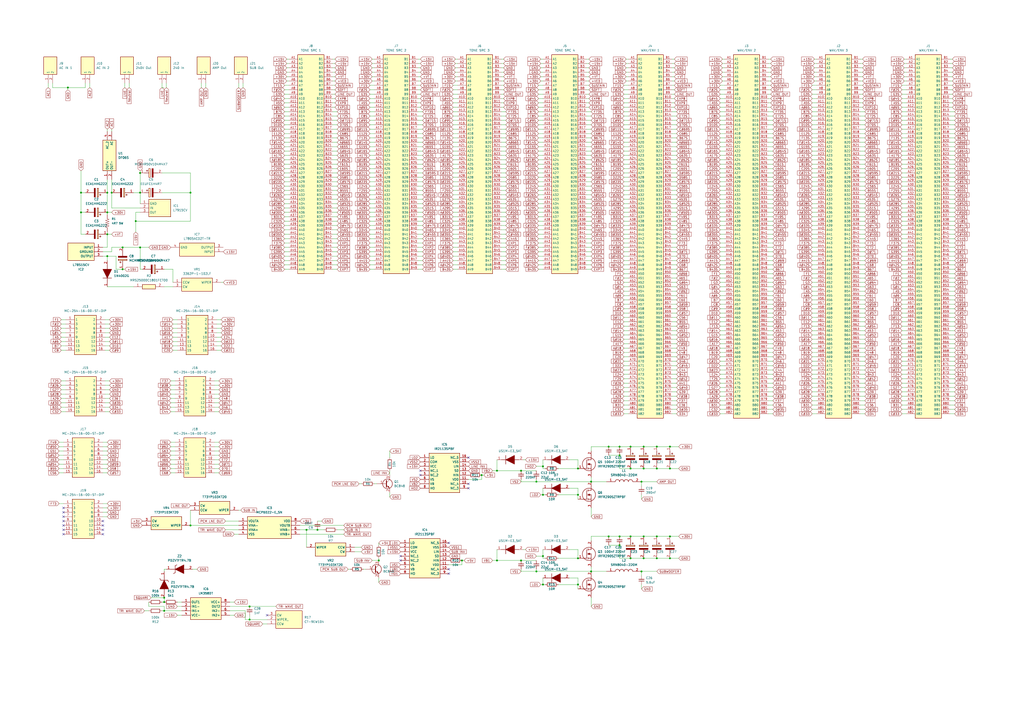
<source format=kicad_sch>
(kicad_sch (version 20230121) (generator eeschema)
  (paper "A2")
  (title_block (title "Lyrebird Piano Recreation") (date "2023-12-04") (rev "1") (company "Paul's Engineering Space"))
  (junction (at 71.12 156.21))
  (junction (at 381 311.15))
  (junction (at 388.62 271.78))
  (junction (at 311.15 279.4))
  (junction (at 46.99 123.19))
  (junction (at 81.28 143.51))
  (junction (at 62.23 148.59))
  (junction (at 81.28 100.33))
  (junction (at 359.41 259.08))
  (junction (at 64.77 111.76))
  (junction (at 353.06 259.08))
  (junction (at 373.38 311.15))
  (junction (at 302.26 273.05))
  (junction (at 62.23 123.19))
  (junction (at 71.12 143.51))
  (junction (at 302.26 325.12))
  (junction (at 342.9 279.4))
  (junction (at 365.76 271.78))
  (junction (at 353.06 311.15))
  (junction (at 311.15 331.47))
  (junction (at 288.29 325.12))
  (junction (at 373.38 259.08))
  (junction (at 110.49 111.76))
  (junction (at 177.8 307.34))
  (junction (at 335.28 271.78))
  (junction (at 365.76 259.08))
  (junction (at 388.62 311.15))
  (junction (at 62.23 135.89))
  (junction (at 78.74 128.27))
  (junction (at 95.25 354.33))
  (junction (at 314.96 322.58))
  (junction (at 46.99 111.76))
  (junction (at 335.28 287.02))
  (junction (at 372.11 331.47))
  (junction (at 365.76 311.15))
  (junction (at 144.78 359.41))
  (junction (at 342.9 331.47))
  (junction (at 110.49 304.8))
  (junction (at 314.96 287.02))
  (junction (at 95.25 346.71))
  (junction (at 335.28 323.85))
  (junction (at 95.25 349.25))
  (junction (at 381 323.85))
  (junction (at 388.62 259.08))
  (junction (at 359.41 311.15))
  (junction (at 335.28 339.09))
  (junction (at 267.97 325.12))
  (junction (at 184.15 307.34))
  (junction (at 81.28 111.76))
  (junction (at 373.38 323.85))
  (junction (at 365.76 323.85))
  (junction (at 388.62 323.85))
  (junction (at 62.23 111.76))
  (junction (at 219.71 325.12))
  (junction (at 359.41 316.23))
  (junction (at 39.37 50.8))
  (junction (at 314.96 339.09))
  (junction (at 381 259.08))
  (junction (at 279.4 275.59))
  (junction (at 372.11 279.4))
  (junction (at 381 271.78))
  (junction (at 359.41 264.16))
  (junction (at 373.38 271.78))
  (junction (at 288.29 273.05))
  (junction (at 314.96 270.51))
  (junction (at 144.78 351.79))
  (no_connect (at 243.84 275.59))
  (no_connect (at 232.41 325.12))
  (no_connect (at 232.41 322.58))
  (no_connect (at 36.83 304.8))
  (no_connect (at 36.83 294.64))
  (no_connect (at 260.35 314.96))
  (no_connect (at 59.69 309.88))
  (no_connect (at 36.83 297.18))
  (no_connect (at 260.35 332.74))
  (no_connect (at 271.78 280.67))
  (no_connect (at 271.78 265.43))
  (no_connect (at 271.78 283.21))
  (no_connect (at 59.69 304.8))
  (no_connect (at 243.84 273.05))
  (no_connect (at 154.94 356.87))
  (no_connect (at 260.35 330.2))
  (no_connect (at 59.69 307.34))
  (no_connect (at 59.69 302.26))
  (no_connect (at 36.83 299.72))
  (no_connect (at 36.83 309.88))
  (no_connect (at 36.83 307.34))
  (no_connect (at 36.83 302.26))
  (wire (pts (xy 214.63 62.23) (xy 217.17 62.23)))
  (wire (pts (xy 417.83 59.69) (xy 420.37 59.69)))
  (wire (pts (xy 74.93 48.26) (xy 74.93 50.8)))
  (wire (pts (xy 199.39 309.88) (xy 173.99 309.88)))
  (wire (pts (xy 245.11 118.11) (xy 242.57 118.11)))
  (wire (pts (xy 46.99 123.19) (xy 49.53 123.19)))
  (wire (pts (xy 523.24 69.85) (xy 525.78 69.85)))
  (wire (pts (xy 292.1 49.53) (xy 290.83 49.53)))
  (wire (pts (xy 292.1 41.91) (xy 290.83 41.91)))
  (wire (pts (xy 312.42 90.17) (xy 314.96 90.17)))
  (wire (pts (xy 262.89 133.35) (xy 265.43 133.35)))
  (wire (pts (xy 279.4 275.59) (xy 280.67 275.59)))
  (wire (pts (xy 214.63 153.67) (xy 217.17 153.67)))
  (wire (pts (xy 195.58 123.19) (xy 193.04 123.19)))
  (wire (pts (xy 361.95 207.01) (xy 364.49 207.01)))
  (wire (pts (xy 448.31 156.21) (xy 445.77 156.21)))
  (wire (pts (xy 447.04 62.23) (xy 445.77 62.23)))
  (wire (pts (xy 553.72 120.65) (xy 551.18 120.65)))
  (wire (pts (xy 314.96 283.21) (xy 314.96 287.02)))
  (wire (pts (xy 312.42 64.77) (xy 314.96 64.77)))
  (wire (pts (xy 165.1 64.77) (xy 167.64 64.77)))
  (wire (pts (xy 215.9 46.99) (xy 217.17 46.99)))
  (wire (pts (xy 62.23 292.1) (xy 59.69 292.1)))
  (wire (pts (xy 471.17 184.15) (xy 473.71 184.15)))
  (wire (pts (xy 165.1 110.49) (xy 167.64 110.49)))
  (wire (pts (xy 417.83 186.69) (xy 420.37 186.69)))
  (wire (pts (xy 524.51 39.37) (xy 525.78 39.37)))
  (wire (pts (xy 523.24 115.57) (xy 525.78 115.57)))
  (wire (pts (xy 262.89 92.71) (xy 265.43 92.71)))
  (wire (pts (xy 361.95 194.31) (xy 364.49 194.31)))
  (wire (pts (xy 311.15 270.51) (xy 314.96 270.51)))
  (wire (pts (xy 312.42 82.55) (xy 314.96 82.55)))
  (wire (pts (xy 417.83 207.01) (xy 420.37 207.01)))
  (wire (pts (xy 523.24 158.75) (xy 525.78 158.75)))
  (wire (pts (xy 62.23 148.59) (xy 62.23 151.13)))
  (wire (pts (xy 245.11 128.27) (xy 242.57 128.27)))
  (wire (pts (xy 342.9 143.51) (xy 340.36 143.51)))
  (wire (pts (xy 471.17 64.77) (xy 473.71 64.77)))
  (wire (pts (xy 195.58 67.31) (xy 193.04 67.31)))
  (wire (pts (xy 552.45 54.61) (xy 551.18 54.61)))
  (wire (pts (xy 523.24 140.97) (xy 525.78 140.97)))
  (wire (pts (xy 448.31 113.03) (xy 445.77 113.03)))
  (wire (pts (xy 553.72 186.69) (xy 551.18 186.69)))
  (wire (pts (xy 523.24 54.61) (xy 525.78 54.61)))
  (wire (pts (xy 392.43 181.61) (xy 389.89 181.61)))
  (wire (pts (xy 271.78 278.13) (xy 279.4 278.13)))
  (wire (pts (xy 312.42 77.47) (xy 314.96 77.47)))
  (wire (pts (xy 127 259.08) (xy 124.46 259.08)))
  (wire (pts (xy 86.36 349.25) (xy 86.36 351.79)))
  (wire (pts (xy 361.95 204.47) (xy 364.49 204.47)))
  (wire (pts (xy 523.24 100.33) (xy 525.78 100.33)))
  (wire (pts (xy 312.42 52.07) (xy 314.96 52.07)))
  (wire (pts (xy 448.31 151.13) (xy 445.77 151.13)))
  (wire (pts (xy 448.31 123.19) (xy 445.77 123.19)))
  (wire (pts (xy 128.27 195.58) (xy 125.73 195.58)))
  (wire (pts (xy 523.24 62.23) (xy 525.78 62.23)))
  (wire (pts (xy 523.24 128.27) (xy 525.78 128.27)))
  (wire (pts (xy 361.95 80.01) (xy 364.49 80.01)))
  (wire (pts (xy 361.95 138.43) (xy 364.49 138.43)))
  (wire (pts (xy 245.11 130.81) (xy 242.57 130.81)))
  (wire (pts (xy 471.17 80.01) (xy 473.71 80.01)))
  (wire (pts (xy 361.95 148.59) (xy 364.49 148.59)))
  (wire (pts (xy 501.65 201.93) (xy 499.11 201.93)))
  (wire (pts (xy 208.28 280.67) (xy 209.55 280.67)))
  (wire (pts (xy 553.72 95.25) (xy 551.18 95.25)))
  (wire (pts (xy 417.83 217.17) (xy 420.37 217.17)))
  (wire (pts (xy 392.43 207.01) (xy 389.89 207.01)))
  (wire (pts (xy 447.04 41.91) (xy 445.77 41.91)))
  (wire (pts (xy 262.89 128.27) (xy 265.43 128.27)))
  (wire (pts (xy 30.48 50.8) (xy 39.37 50.8)))
  (wire (pts (xy 447.04 52.07) (xy 445.77 52.07)))
  (wire (pts (xy 214.63 49.53) (xy 217.17 49.53)))
  (wire (pts (xy 417.83 224.79) (xy 420.37 224.79)))
  (wire (pts (xy 471.17 143.51) (xy 473.71 143.51)))
  (wire (pts (xy 471.17 87.63) (xy 473.71 87.63)))
  (wire (pts (xy 116.84 48.26) (xy 116.84 50.8)))
  (wire (pts (xy 501.65 194.31) (xy 499.11 194.31)))
  (wire (pts (xy 523.24 161.29) (xy 525.78 161.29)))
  (wire (pts (xy 100.33 190.5) (xy 102.87 190.5)))
  (wire (pts (xy 553.72 207.01) (xy 551.18 207.01)))
  (wire (pts (xy 553.72 189.23) (xy 551.18 189.23)))
  (wire (pts (xy 99.06 256.54) (xy 101.6 256.54)))
  (wire (pts (xy 303.53 266.7) (xy 304.8 266.7)))
  (wire (pts (xy 214.63 72.39) (xy 217.17 72.39)))
  (wire (pts (xy 165.1 69.85) (xy 167.64 69.85)))
  (wire (pts (xy 165.1 105.41) (xy 167.64 105.41)))
  (wire (pts (xy 102.87 351.79) (xy 105.41 351.79)))
  (wire (pts (xy 471.17 125.73) (xy 473.71 125.73)))
  (wire (pts (xy 388.62 323.85) (xy 393.7 323.85)))
  (wire (pts (xy 361.95 140.97) (xy 364.49 140.97)))
  (wire (pts (xy 363.22 41.91) (xy 364.49 41.91)))
  (wire (pts (xy 62.23 111.76) (xy 62.23 123.19)))
  (wire (pts (xy 312.42 107.95) (xy 314.96 107.95)))
  (wire (pts (xy 243.84 34.29) (xy 242.57 34.29)))
  (wire (pts (xy 214.63 85.09) (xy 217.17 85.09)))
  (wire (pts (xy 342.9 72.39) (xy 340.36 72.39)))
  (wire (pts (xy 501.65 186.69) (xy 499.11 186.69)))
  (wire (pts (xy 553.72 80.01) (xy 551.18 80.01)))
  (wire (pts (xy 500.38 39.37) (xy 499.11 39.37)))
  (wire (pts (xy 63.5 236.22) (xy 60.96 236.22)))
  (wire (pts (xy 262.89 95.25) (xy 265.43 95.25)))
  (wire (pts (xy 195.58 118.11) (xy 193.04 118.11)))
  (wire (pts (xy 63.5 223.52) (xy 60.96 223.52)))
  (wire (pts (xy 165.1 77.47) (xy 167.64 77.47)))
  (wire (pts (xy 138.43 48.26) (xy 138.43 50.8)))
  (wire (pts (xy 553.72 118.11) (xy 551.18 118.11)))
  (wire (pts (xy 553.72 240.03) (xy 551.18 240.03)))
  (wire (pts (xy 312.42 97.79) (xy 314.96 97.79)))
  (wire (pts (xy 417.83 156.21) (xy 420.37 156.21)))
  (wire (pts (xy 448.31 102.87) (xy 445.77 102.87)))
  (wire (pts (xy 471.17 128.27) (xy 473.71 128.27)))
  (wire (pts (xy 35.56 220.98) (xy 38.1 220.98)))
  (wire (pts (xy 392.43 146.05) (xy 389.89 146.05)))
  (wire (pts (xy 314.96 266.7) (xy 314.96 270.51)))
  (wire (pts (xy 245.11 148.59) (xy 242.57 148.59)))
  (wire (pts (xy 214.63 151.13) (xy 217.17 151.13)))
  (wire (pts (xy 448.31 128.27) (xy 445.77 128.27)))
  (wire (pts (xy 361.95 123.19) (xy 364.49 123.19)))
  (wire (pts (xy 173.99 304.8) (xy 199.39 304.8)))
  (wire (pts (xy 99.06 228.6) (xy 101.6 228.6)))
  (wire (pts (xy 523.24 163.83) (xy 525.78 163.83)))
  (wire (pts (xy 501.65 107.95) (xy 499.11 107.95)))
  (wire (pts (xy 501.65 64.77) (xy 499.11 64.77)))
  (wire (pts (xy 342.9 331.47) (xy 351.79 331.47)))
  (wire (pts (xy 417.83 219.71) (xy 420.37 219.71)))
  (wire (pts (xy 165.1 85.09) (xy 167.64 85.09)))
  (wire (pts (xy 501.65 153.67) (xy 499.11 153.67)))
  (wire (pts (xy 553.72 176.53) (xy 551.18 176.53)))
  (wire (pts (xy 471.17 82.55) (xy 473.71 82.55)))
  (wire (pts (xy 523.24 95.25) (xy 525.78 95.25)))
  (wire (pts (xy 63.5 228.6) (xy 60.96 228.6)))
  (wire (pts (xy 195.58 133.35) (xy 193.04 133.35)))
  (wire (pts (xy 417.83 67.31) (xy 420.37 67.31)))
  (wire (pts (xy 553.72 196.85) (xy 551.18 196.85)))
  (wire (pts (xy 302.26 331.47) (xy 311.15 331.47)))
  (wire (pts (xy 361.95 107.95) (xy 364.49 107.95)))
  (wire (pts (xy 219.71 314.96) (xy 219.71 316.23)))
  (wire (pts (xy 214.63 54.61) (xy 217.17 54.61)))
  (wire (pts (xy 64.77 123.19) (xy 62.23 123.19)))
  (wire (pts (xy 342.9 311.15) (xy 353.06 311.15)))
  (wire (pts (xy 214.63 133.35) (xy 217.17 133.35)))
  (wire (pts (xy 193.04 44.45) (xy 194.31 44.45)))
  (wire (pts (xy 342.9 346.71) (xy 342.9 351.79)))
  (wire (pts (xy 417.83 105.41) (xy 420.37 105.41)))
  (wire (pts (xy 63.5 231.14) (xy 60.96 231.14)))
  (wire (pts (xy 127 261.62) (xy 124.46 261.62)))
  (wire (pts (xy 293.37 102.87) (xy 290.83 102.87)))
  (wire (pts (xy 447.04 49.53) (xy 445.77 49.53)))
  (wire (pts (xy 78.74 128.27) (xy 78.74 134.62)))
  (wire (pts (xy 293.37 120.65) (xy 290.83 120.65)))
  (wire (pts (xy 501.65 74.93) (xy 499.11 74.93)))
  (wire (pts (xy 195.58 85.09) (xy 193.04 85.09)))
  (wire (pts (xy 262.89 125.73) (xy 265.43 125.73)))
  (wire (pts (xy 262.89 97.79) (xy 265.43 97.79)))
  (wire (pts (xy 501.65 82.55) (xy 499.11 82.55)))
  (wire (pts (xy 471.17 186.69) (xy 473.71 186.69)))
  (wire (pts (xy 293.37 151.13) (xy 290.83 151.13)))
  (wire (pts (xy 130.81 307.34) (xy 138.43 307.34)))
  (wire (pts (xy 214.63 67.31) (xy 217.17 67.31)))
  (wire (pts (xy 501.65 232.41) (xy 499.11 232.41)))
  (wire (pts (xy 501.65 123.19) (xy 499.11 123.19)))
  (wire (pts (xy 34.29 292.1) (xy 36.83 292.1)))
  (wire (pts (xy 501.65 229.87) (xy 499.11 229.87)))
  (wire (pts (xy 523.24 143.51) (xy 525.78 143.51)))
  (wire (pts (xy 245.11 72.39) (xy 242.57 72.39)))
  (wire (pts (xy 292.1 44.45) (xy 290.83 44.45)))
  (wire (pts (xy 199.39 307.34) (xy 195.58 307.34)))
  (wire (pts (xy 471.17 74.93) (xy 473.71 74.93)))
  (wire (pts (xy 361.95 176.53) (xy 364.49 176.53)))
  (wire (pts (xy 392.43 217.17) (xy 389.89 217.17)))
  (wire (pts (xy 553.72 227.33) (xy 551.18 227.33)))
  (wire (pts (xy 448.31 181.61) (xy 445.77 181.61)))
  (wire (pts (xy 127 238.76) (xy 124.46 238.76)))
  (wire (pts (xy 471.17 229.87) (xy 473.71 229.87)))
  (wire (pts (xy 448.31 74.93) (xy 445.77 74.93)))
  (wire (pts (xy 341.63 59.69) (xy 340.36 59.69)))
  (wire (pts (xy 553.72 77.47) (xy 551.18 77.47)))
  (wire (pts (xy 471.17 72.39) (xy 473.71 72.39)))
  (wire (pts (xy 392.43 140.97) (xy 389.89 140.97)))
  (wire (pts (xy 523.24 133.35) (xy 525.78 133.35)))
  (wire (pts (xy 245.11 123.19) (xy 242.57 123.19)))
  (wire (pts (xy 342.9 135.89) (xy 340.36 135.89)))
  (wire (pts (xy 243.84 41.91) (xy 242.57 41.91)))
  (wire (pts (xy 553.72 143.51) (xy 551.18 143.51)))
  (wire (pts (xy 293.37 72.39) (xy 290.83 72.39)))
  (wire (pts (xy 100.33 187.96) (xy 102.87 187.96)))
  (wire (pts (xy 501.65 161.29) (xy 499.11 161.29)))
  (wire (pts (xy 523.24 179.07) (xy 525.78 179.07)))
  (wire (pts (xy 553.72 148.59) (xy 551.18 148.59)))
  (wire (pts (xy 471.17 156.21) (xy 473.71 156.21)))
  (wire (pts (xy 471.17 209.55) (xy 473.71 209.55)))
  (wire (pts (xy 35.56 231.14) (xy 38.1 231.14)))
  (wire (pts (xy 523.24 191.77) (xy 525.78 191.77)))
  (wire (pts (xy 46.99 123.19) (xy 46.99 111.76)))
  (wire (pts (xy 99.06 231.14) (xy 101.6 231.14)))
  (wire (pts (xy 523.24 217.17) (xy 525.78 217.17)))
  (wire (pts (xy 342.9 85.09) (xy 340.36 85.09)))
  (wire (pts (xy 553.72 229.87) (xy 551.18 229.87)))
  (wire (pts (xy 392.43 77.47) (xy 389.89 77.47)))
  (wire (pts (xy 302.26 325.12) (xy 288.29 325.12)))
  (wire (pts (xy 314.96 318.77) (xy 314.96 322.58)))
  (wire (pts (xy 293.37 87.63) (xy 290.83 87.63)))
  (wire (pts (xy 128.27 163.83) (xy 129.54 163.83)))
  (wire (pts (xy 392.43 156.21) (xy 389.89 156.21)))
  (wire (pts (xy 417.83 204.47) (xy 420.37 204.47)))
  (wire (pts (xy 353.06 316.23) (xy 359.41 316.23)))
  (wire (pts (xy 312.42 110.49) (xy 314.96 110.49)))
  (wire (pts (xy 312.42 100.33) (xy 314.96 100.33)))
  (wire (pts (xy 392.43 219.71) (xy 389.89 219.71)))
  (wire (pts (xy 471.17 194.31) (xy 473.71 194.31)))
  (wire (pts (xy 361.95 217.17) (xy 364.49 217.17)))
  (wire (pts (xy 361.95 186.69) (xy 364.49 186.69)))
  (wire (pts (xy 500.38 59.69) (xy 499.11 59.69)))
  (wire (pts (xy 471.17 52.07) (xy 473.71 52.07)))
  (wire (pts (xy 417.83 212.09) (xy 420.37 212.09)))
  (wire (pts (xy 262.89 102.87) (xy 265.43 102.87)))
  (wire (pts (xy 193.04 34.29) (xy 194.31 34.29)))
  (wire (pts (xy 312.42 118.11) (xy 314.96 118.11)))
  (wire (pts (xy 195.58 113.03) (xy 193.04 113.03)))
  (wire (pts (xy 553.72 171.45) (xy 551.18 171.45)))
  (wire (pts (xy 314.96 335.28) (xy 314.96 339.09)))
  (wire (pts (xy 63.5 195.58) (xy 60.96 195.58)))
  (wire (pts (xy 293.37 146.05) (xy 290.83 146.05)))
  (wire (pts (xy 95.25 354.33) (xy 105.41 354.33)))
  (wire (pts (xy 501.65 72.39) (xy 499.11 72.39)))
  (wire (pts (xy 447.04 54.61) (xy 445.77 54.61)))
  (wire (pts (xy 63.5 200.66) (xy 60.96 200.66)))
  (wire (pts (xy 363.22 39.37) (xy 364.49 39.37)))
  (wire (pts (xy 391.16 46.99) (xy 389.89 46.99)))
  (wire (pts (xy 392.43 186.69) (xy 389.89 186.69)))
  (wire (pts (xy 342.9 69.85) (xy 340.36 69.85)))
  (wire (pts (xy 500.38 44.45) (xy 499.11 44.45)))
  (wire (pts (xy 165.1 74.93) (xy 167.64 74.93)))
  (wire (pts (xy 361.95 59.69) (xy 364.49 59.69)))
  (wire (pts (xy 500.38 34.29) (xy 499.11 34.29)))
  (wire (pts (xy 312.42 125.73) (xy 314.96 125.73)))
  (wire (pts (xy 165.1 57.15) (xy 167.64 57.15)))
  (wire (pts (xy 342.9 153.67) (xy 340.36 153.67)))
  (wire (pts (xy 245.11 113.03) (xy 242.57 113.03)))
  (wire (pts (xy 262.89 54.61) (xy 265.43 54.61)))
  (wire (pts (xy 361.95 52.07) (xy 364.49 52.07)))
  (wire (pts (xy 417.83 113.03) (xy 420.37 113.03)))
  (wire (pts (xy 417.83 240.03) (xy 420.37 240.03)))
  (wire (pts (xy 523.24 181.61) (xy 525.78 181.61)))
  (wire (pts (xy 128.27 185.42) (xy 125.73 185.42)))
  (wire (pts (xy 243.84 54.61) (xy 242.57 54.61)))
  (wire (pts (xy 501.65 87.63) (xy 499.11 87.63)))
  (wire (pts (xy 215.9 36.83) (xy 217.17 36.83)))
  (wire (pts (xy 127 220.98) (xy 124.46 220.98)))
  (wire (pts (xy 245.11 138.43) (xy 242.57 138.43)))
  (wire (pts (xy 165.1 54.61) (xy 167.64 54.61)))
  (wire (pts (xy 99.06 274.32) (xy 101.6 274.32)))
  (wire (pts (xy 195.58 107.95) (xy 193.04 107.95)))
  (wire (pts (xy 194.31 57.15) (xy 193.04 57.15)))
  (wire (pts (xy 417.83 148.59) (xy 420.37 148.59)))
  (wire (pts (xy 419.1 36.83) (xy 420.37 36.83)))
  (wire (pts (xy 262.89 151.13) (xy 265.43 151.13)))
  (wire (pts (xy 214.63 82.55) (xy 217.17 82.55)))
  (wire (pts (xy 195.58 115.57) (xy 193.04 115.57)))
  (wire (pts (xy 417.83 232.41) (xy 420.37 232.41)))
  (wire (pts (xy 392.43 212.09) (xy 389.89 212.09)))
  (wire (pts (xy 448.31 107.95) (xy 445.77 107.95)))
  (wire (pts (xy 177.8 307.34) (xy 173.99 307.34)))
  (wire (pts (xy 293.37 128.27) (xy 290.83 128.27)))
  (wire (pts (xy 128.27 200.66) (xy 125.73 200.66)))
  (wire (pts (xy 342.9 110.49) (xy 340.36 110.49)))
  (wire (pts (xy 214.63 74.93) (xy 217.17 74.93)))
  (wire (pts (xy 392.43 214.63) (xy 389.89 214.63)))
  (wire (pts (xy 215.9 44.45) (xy 217.17 44.45)))
  (wire (pts (xy 392.43 191.77) (xy 389.89 191.77)))
  (wire (pts (xy 392.43 151.13) (xy 389.89 151.13)))
  (wire (pts (xy 448.31 201.93) (xy 445.77 201.93)))
  (wire (pts (xy 553.72 153.67) (xy 551.18 153.67)))
  (wire (pts (xy 293.37 143.51) (xy 290.83 143.51)))
  (wire (pts (xy 448.31 80.01) (xy 445.77 80.01)))
  (wire (pts (xy 361.95 143.51) (xy 364.49 143.51)))
  (wire (pts (xy 100.33 200.66) (xy 102.87 200.66)))
  (wire (pts (xy 293.37 110.49) (xy 290.83 110.49)))
  (wire (pts (xy 417.83 179.07) (xy 420.37 179.07)))
  (wire (pts (xy 312.42 102.87) (xy 314.96 102.87)))
  (wire (pts (xy 391.16 39.37) (xy 389.89 39.37)))
  (wire (pts (xy 361.95 67.31) (xy 364.49 67.31)))
  (wire (pts (xy 214.63 125.73) (xy 217.17 125.73)))
  (wire (pts (xy 219.71 323.85) (xy 219.71 325.12)))
  (wire (pts (xy 62.23 271.78) (xy 59.69 271.78)))
  (wire (pts (xy 335.28 318.77) (xy 335.28 323.85)))
  (wire (pts (xy 392.43 166.37) (xy 389.89 166.37)))
  (wire (pts (xy 361.95 171.45) (xy 364.49 171.45)))
  (wire (pts (xy 417.83 52.07) (xy 420.37 52.07)))
  (wire (pts (xy 323.85 271.78) (xy 335.28 271.78)))
  (wire (pts (xy 119.38 48.26) (xy 119.38 50.8)))
  (wire (pts (xy 501.65 168.91) (xy 499.11 168.91)))
  (wire (pts (xy 523.24 171.45) (xy 525.78 171.45)))
  (wire (pts (xy 133.35 356.87) (xy 135.89 356.87)))
  (wire (pts (xy 523.24 207.01) (xy 525.78 207.01)))
  (wire (pts (xy 293.37 90.17) (xy 290.83 90.17)))
  (wire (pts (xy 448.31 69.85) (xy 445.77 69.85)))
  (wire (pts (xy 523.24 199.39) (xy 525.78 199.39)))
  (wire (pts (xy 262.89 72.39) (xy 265.43 72.39)))
  (wire (pts (xy 552.45 49.53) (xy 551.18 49.53)))
  (wire (pts (xy 448.31 171.45) (xy 445.77 171.45)))
  (wire (pts (xy 417.83 97.79) (xy 420.37 97.79)))
  (wire (pts (xy 62.23 104.14) (xy 62.23 111.76)))
  (wire (pts (xy 293.37 85.09) (xy 290.83 85.09)))
  (wire (pts (xy 78.74 123.19) (xy 78.74 128.27)))
  (wire (pts (xy 342.9 77.47) (xy 340.36 77.47)))
  (wire (pts (xy 144.78 359.41) (xy 154.94 359.41)))
  (wire (pts (xy 523.24 151.13) (xy 525.78 151.13)))
  (wire (pts (xy 245.11 67.31) (xy 242.57 67.31)))
  (wire (pts (xy 165.1 156.21) (xy 167.64 156.21)))
  (wire (pts (xy 523.24 110.49) (xy 525.78 110.49)))
  (wire (pts (xy 392.43 240.03) (xy 389.89 240.03)))
  (wire (pts (xy 448.31 209.55) (xy 445.77 209.55)))
  (wire (pts (xy 99.06 236.22) (xy 101.6 236.22)))
  (wire (pts (xy 500.38 46.99) (xy 499.11 46.99)))
  (wire (pts (xy 195.58 97.79) (xy 193.04 97.79)))
  (wire (pts (xy 553.72 113.03) (xy 551.18 113.03)))
  (wire (pts (xy 262.89 90.17) (xy 265.43 90.17)))
  (wire (pts (xy 262.89 120.65) (xy 265.43 120.65)))
  (wire (pts (xy 553.72 214.63) (xy 551.18 214.63)))
  (wire (pts (xy 500.38 41.91) (xy 499.11 41.91)))
  (wire (pts (xy 523.24 227.33) (xy 525.78 227.33)))
  (wire (pts (xy 392.43 173.99) (xy 389.89 173.99)))
  (wire (pts (xy 262.89 110.49) (xy 265.43 110.49)))
  (wire (pts (xy 471.17 219.71) (xy 473.71 219.71)))
  (wire (pts (xy 417.83 128.27) (xy 420.37 128.27)))
  (wire (pts (xy 138.43 302.26) (xy 130.81 302.26)))
  (wire (pts (xy 100.33 185.42) (xy 102.87 185.42)))
  (wire (pts (xy 501.65 90.17) (xy 499.11 90.17)))
  (wire (pts (xy 195.58 138.43) (xy 193.04 138.43)))
  (wire (pts (xy 110.49 100.33) (xy 93.98 100.33)))
  (wire (pts (xy 341.63 36.83) (xy 340.36 36.83)))
  (wire (pts (xy 127 271.78) (xy 124.46 271.78)))
  (wire (pts (xy 448.31 173.99) (xy 445.77 173.99)))
  (wire (pts (xy 471.17 237.49) (xy 473.71 237.49)))
  (wire (pts (xy 552.45 52.07) (xy 551.18 52.07)))
  (wire (pts (xy 448.31 146.05) (xy 445.77 146.05)))
  (wire (pts (xy 361.95 209.55) (xy 364.49 209.55)))
  (wire (pts (xy 523.24 168.91) (xy 525.78 168.91)))
  (wire (pts (xy 392.43 227.33) (xy 389.89 227.33)))
  (wire (pts (xy 245.11 156.21) (xy 242.57 156.21)))
  (wire (pts (xy 361.95 153.67) (xy 364.49 153.67)))
  (wire (pts (xy 471.17 85.09) (xy 473.71 85.09)))
  (wire (pts (xy 471.17 158.75) (xy 473.71 158.75)))
  (wire (pts (xy 293.37 95.25) (xy 290.83 95.25)))
  (wire (pts (xy 35.56 223.52) (xy 38.1 223.52)))
  (wire (pts (xy 262.89 49.53) (xy 265.43 49.53)))
  (wire (pts (xy 553.72 138.43) (xy 551.18 138.43)))
  (wire (pts (xy 214.63 138.43) (xy 217.17 138.43)))
  (wire (pts (xy 417.83 161.29) (xy 420.37 161.29)))
  (wire (pts (xy 553.72 115.57) (xy 551.18 115.57)))
  (wire (pts (xy 312.42 62.23) (xy 314.96 62.23)))
  (wire (pts (xy 501.65 128.27) (xy 499.11 128.27)))
  (wire (pts (xy 99.06 226.06) (xy 101.6 226.06)))
  (wire (pts (xy 323.85 339.09) (xy 335.28 339.09)))
  (wire (pts (xy 195.58 64.77) (xy 193.04 64.77)))
  (wire (pts (xy 288.29 318.77) (xy 288.29 325.12)))
  (wire (pts (xy 553.72 105.41) (xy 551.18 105.41)))
  (wire (pts (xy 313.69 287.02) (xy 314.96 287.02)))
  (wire (pts (xy 381 311.15) (xy 388.62 311.15)))
  (wire (pts (xy 243.84 57.15) (xy 242.57 57.15)))
  (wire (pts (xy 448.31 77.47) (xy 445.77 77.47)))
  (wire (pts (xy 184.15 307.34) (xy 177.8 307.34)))
  (wire (pts (xy 312.42 138.43) (xy 314.96 138.43)))
  (wire (pts (xy 417.83 209.55) (xy 420.37 209.55)))
  (wire (pts (xy 391.16 41.91) (xy 389.89 41.91)))
  (wire (pts (xy 523.24 125.73) (xy 525.78 125.73)))
  (wire (pts (xy 523.24 146.05) (xy 525.78 146.05)))
  (wire (pts (xy 165.1 148.59) (xy 167.64 148.59)))
  (wire (pts (xy 214.63 59.69) (xy 217.17 59.69)))
  (wire (pts (xy 361.95 92.71) (xy 364.49 92.71)))
  (wire (pts (xy 392.43 158.75) (xy 389.89 158.75)))
  (wire (pts (xy 288.29 325.12) (xy 285.75 325.12)))
  (wire (pts (xy 523.24 237.49) (xy 525.78 237.49)))
  (wire (pts (xy 553.72 110.49) (xy 551.18 110.49)))
  (wire (pts (xy 471.17 140.97) (xy 473.71 140.97)))
  (wire (pts (xy 471.17 189.23) (xy 473.71 189.23)))
  (wire (pts (xy 96.52 330.2) (xy 95.25 330.2)))
  (wire (pts (xy 342.9 105.41) (xy 340.36 105.41)))
  (wire (pts (xy 471.17 105.41) (xy 473.71 105.41)))
  (wire (pts (xy 448.31 138.43) (xy 445.77 138.43)))
  (wire (pts (xy 523.24 212.09) (xy 525.78 212.09)))
  (wire (pts (xy 342.9 130.81) (xy 340.36 130.81)))
  (wire (pts (xy 312.42 123.19) (xy 314.96 123.19)))
  (wire (pts (xy 392.43 194.31) (xy 389.89 194.31)))
  (wire (pts (xy 34.29 261.62) (xy 36.83 261.62)))
  (wire (pts (xy 523.24 173.99) (xy 525.78 173.99)))
  (wire (pts (xy 448.31 118.11) (xy 445.77 118.11)))
  (wire (pts (xy 553.72 85.09) (xy 551.18 85.09)))
  (wire (pts (xy 471.17 227.33) (xy 473.71 227.33)))
  (wire (pts (xy 523.24 90.17) (xy 525.78 90.17)))
  (wire (pts (xy 501.65 77.47) (xy 499.11 77.47)))
  (wire (pts (xy 316.23 323.85) (xy 314.96 323.85)))
  (wire (pts (xy 500.38 49.53) (xy 499.11 49.53)))
  (wire (pts (xy 293.37 105.41) (xy 290.83 105.41)))
  (wire (pts (xy 448.31 153.67) (xy 445.77 153.67)))
  (wire (pts (xy 372.11 331.47) (xy 372.11 334.01)))
  (wire (pts (xy 63.5 233.68) (xy 60.96 233.68)))
  (wire (pts (xy 262.89 138.43) (xy 265.43 138.43)))
  (wire (pts (xy 46.99 135.89) (xy 46.99 123.19)))
  (wire (pts (xy 471.17 92.71) (xy 473.71 92.71)))
  (wire (pts (xy 392.43 87.63) (xy 389.89 87.63)))
  (wire (pts (xy 361.95 232.41) (xy 364.49 232.41)))
  (wire (pts (xy 417.83 49.53) (xy 420.37 49.53)))
  (wire (pts (xy 553.72 222.25) (xy 551.18 222.25)))
  (wire (pts (xy 63.5 187.96) (xy 60.96 187.96)))
  (wire (pts (xy 447.04 34.29) (xy 445.77 34.29)))
  (wire (pts (xy 214.63 118.11) (xy 217.17 118.11)))
  (wire (pts (xy 392.43 222.25) (xy 389.89 222.25)))
  (wire (pts (xy 392.43 138.43) (xy 389.89 138.43)))
  (wire (pts (xy 194.31 62.23) (xy 193.04 62.23)))
  (wire (pts (xy 215.9 39.37) (xy 217.17 39.37)))
  (wire (pts (xy 34.29 256.54) (xy 36.83 256.54)))
  (wire (pts (xy 523.24 156.21) (xy 525.78 156.21)))
  (wire (pts (xy 34.29 271.78) (xy 36.83 271.78)))
  (wire (pts (xy 63.5 203.2) (xy 60.96 203.2)))
  (wire (pts (xy 448.31 232.41) (xy 445.77 232.41)))
  (wire (pts (xy 353.06 259.08) (xy 359.41 259.08)))
  (wire (pts (xy 152.4 361.95) (xy 154.94 361.95)))
  (wire (pts (xy 312.42 85.09) (xy 314.96 85.09)))
  (wire (pts (xy 388.62 259.08) (xy 393.7 259.08)))
  (wire (pts (xy 245.11 151.13) (xy 242.57 151.13)))
  (wire (pts (xy 392.43 237.49) (xy 389.89 237.49)))
  (wire (pts (xy 552.45 46.99) (xy 551.18 46.99)))
  (wire (pts (xy 472.44 34.29) (xy 473.71 34.29)))
  (wire (pts (xy 501.65 212.09) (xy 499.11 212.09)))
  (wire (pts (xy 523.24 229.87) (xy 525.78 229.87)))
  (wire (pts (xy 501.65 118.11) (xy 499.11 118.11)))
  (wire (pts (xy 500.38 52.07) (xy 499.11 52.07)))
  (wire (pts (xy 471.17 199.39) (xy 473.71 199.39)))
  (wire (pts (xy 288.29 266.7) (xy 288.29 273.05)))
  (wire (pts (xy 523.24 204.47) (xy 525.78 204.47)))
  (wire (pts (xy 166.37 36.83) (xy 167.64 36.83)))
  (wire (pts (xy 553.72 201.93) (xy 551.18 201.93)))
  (wire (pts (xy 417.83 90.17) (xy 420.37 90.17)))
  (wire (pts (xy 243.84 59.69) (xy 242.57 59.69)))
  (wire (pts (xy 472.44 39.37) (xy 473.71 39.37)))
  (wire (pts (xy 372.11 331.47) (xy 381 331.47)))
  (wire (pts (xy 110.49 304.8) (xy 138.43 304.8)))
  (wire (pts (xy 342.9 148.59) (xy 340.36 148.59)))
  (wire (pts (xy 195.58 69.85) (xy 193.04 69.85)))
  (wire (pts (xy 417.83 82.55) (xy 420.37 82.55)))
  (wire (pts (xy 210.82 330.2) (xy 212.09 330.2)))
  (wire (pts (xy 523.24 224.79) (xy 525.78 224.79)))
  (wire (pts (xy 35.56 233.68) (xy 38.1 233.68)))
  (wire (pts (xy 553.72 87.63) (xy 551.18 87.63)))
  (wire (pts (xy 194.31 59.69) (xy 193.04 59.69)))
  (wire (pts (xy 95.25 330.2) (xy 95.25 331.47)))
  (wire (pts (xy 392.43 74.93) (xy 389.89 74.93)))
  (wire (pts (xy 100.33 203.2) (xy 102.87 203.2)))
  (wire (pts (xy 471.17 181.61) (xy 473.71 181.61)))
  (wire (pts (xy 292.1 59.69) (xy 290.83 59.69)))
  (wire (pts (xy 471.17 207.01) (xy 473.71 207.01)))
  (wire (pts (xy 553.72 237.49) (xy 551.18 237.49)))
  (wire (pts (xy 262.89 80.01) (xy 265.43 80.01)))
  (wire (pts (xy 361.95 85.09) (xy 364.49 85.09)))
  (wire (pts (xy 293.37 118.11) (xy 290.83 118.11)))
  (wire (pts (xy 361.95 54.61) (xy 364.49 54.61)))
  (wire (pts (xy 392.43 118.11) (xy 389.89 118.11)))
  (wire (pts (xy 214.63 128.27) (xy 217.17 128.27)))
  (wire (pts (xy 417.83 214.63) (xy 420.37 214.63)))
  (wire (pts (xy 471.17 166.37) (xy 473.71 166.37)))
  (wire (pts (xy 391.16 36.83) (xy 389.89 36.83)))
  (wire (pts (xy 523.24 52.07) (xy 525.78 52.07)))
  (wire (pts (xy 553.72 232.41) (xy 551.18 232.41)))
  (wire (pts (xy 471.17 217.17) (xy 473.71 217.17)))
  (wire (pts (xy 262.89 62.23) (xy 265.43 62.23)))
  (wire (pts (xy 62.23 148.59) (xy 67.31 148.59)))
  (wire (pts (xy 245.11 69.85) (xy 242.57 69.85)))
  (wire (pts (xy 341.63 62.23) (xy 340.36 62.23)))
  (wire (pts (xy 63.5 220.98) (xy 60.96 220.98)))
  (wire (pts (xy 448.31 85.09) (xy 445.77 85.09)))
  (wire (pts (xy 165.1 151.13) (xy 167.64 151.13)))
  (wire (pts (xy 342.9 276.86) (xy 342.9 279.4)))
  (wire (pts (xy 245.11 146.05) (xy 242.57 146.05)))
  (wire (pts (xy 292.1 46.99) (xy 290.83 46.99)))
  (wire (pts (xy 127 269.24) (xy 124.46 269.24)))
  (wire (pts (xy 417.83 201.93) (xy 420.37 201.93)))
  (wire (pts (xy 392.43 143.51) (xy 389.89 143.51)))
  (wire (pts (xy 177.8 307.34) (xy 177.8 317.5)))
  (wire (pts (xy 81.28 123.19) (xy 78.74 123.19)))
  (wire (pts (xy 62.23 259.08) (xy 59.69 259.08)))
  (wire (pts (xy 448.31 224.79) (xy 445.77 224.79)))
  (wire (pts (xy 392.43 128.27) (xy 389.89 128.27)))
  (wire (pts (xy 472.44 46.99) (xy 473.71 46.99)))
  (wire (pts (xy 392.43 189.23) (xy 389.89 189.23)))
  (wire (pts (xy 165.1 67.31) (xy 167.64 67.31)))
  (wire (pts (xy 195.58 92.71) (xy 193.04 92.71)))
  (wire (pts (xy 342.9 128.27) (xy 340.36 128.27)))
  (wire (pts (xy 293.37 100.33) (xy 290.83 100.33)))
  (wire (pts (xy 312.42 95.25) (xy 314.96 95.25)))
  (wire (pts (xy 448.31 196.85) (xy 445.77 196.85)))
  (wire (pts (xy 342.9 80.01) (xy 340.36 80.01)))
  (wire (pts (xy 501.65 110.49) (xy 499.11 110.49)))
  (wire (pts (xy 523.24 82.55) (xy 525.78 82.55)))
  (wire (pts (xy 501.65 184.15) (xy 499.11 184.15)))
  (wire (pts (xy 63.5 238.76) (xy 60.96 238.76)))
  (wire (pts (xy 471.17 130.81) (xy 473.71 130.81)))
  (wire (pts (xy 262.89 115.57) (xy 265.43 115.57)))
  (wire (pts (xy 447.04 39.37) (xy 445.77 39.37)))
  (wire (pts (xy 165.1 120.65) (xy 167.64 120.65)))
  (wire (pts (xy 392.43 196.85) (xy 389.89 196.85)))
  (wire (pts (xy 214.63 146.05) (xy 217.17 146.05)))
  (wire (pts (xy 262.89 140.97) (xy 265.43 140.97)))
  (wire (pts (xy 62.23 266.7) (xy 59.69 266.7)))
  (wire (pts (xy 501.65 240.03) (xy 499.11 240.03)))
  (wire (pts (xy 144.78 351.79) (xy 160.02 351.79)))
  (wire (pts (xy 448.31 222.25) (xy 445.77 222.25)))
  (wire (pts (xy 417.83 168.91) (xy 420.37 168.91)))
  (wire (pts (xy 361.95 130.81) (xy 364.49 130.81)))
  (wire (pts (xy 95.25 351.79) (xy 95.25 354.33)))
  (wire (pts (xy 214.63 80.01) (xy 217.17 80.01)))
  (wire (pts (xy 448.31 240.03) (xy 445.77 240.03)))
  (wire (pts (xy 391.16 52.07) (xy 389.89 52.07)))
  (wire (pts (xy 501.65 224.79) (xy 499.11 224.79)))
  (wire (pts (xy 361.95 237.49) (xy 364.49 237.49)))
  (wire (pts (xy 471.17 100.33) (xy 473.71 100.33)))
  (wire (pts (xy 262.89 85.09) (xy 265.43 85.09)))
  (wire (pts (xy 471.17 161.29) (xy 473.71 161.29)))
  (wire (pts (xy 302.26 273.05) (xy 311.15 273.05)))
  (wire (pts (xy 166.37 44.45) (xy 167.64 44.45)))
  (wire (pts (xy 417.83 125.73) (xy 420.37 125.73)))
  (wire (pts (xy 417.83 69.85) (xy 420.37 69.85)))
  (wire (pts (xy 34.29 266.7) (xy 36.83 266.7)))
  (wire (pts (xy 448.31 100.33) (xy 445.77 100.33)))
  (wire (pts (xy 209.55 320.04) (xy 205.74 320.04)))
  (wire (pts (xy 195.58 135.89) (xy 193.04 135.89)))
  (wire (pts (xy 64.77 143.51) (xy 64.77 146.05)))
  (wire (pts (xy 523.24 201.93) (xy 525.78 201.93)))
  (wire (pts (xy 417.83 229.87) (xy 420.37 229.87)))
  (wire (pts (xy 448.31 95.25) (xy 445.77 95.25)))
  (wire (pts (xy 311.15 330.2) (xy 311.15 331.47)))
  (wire (pts (xy 313.69 41.91) (xy 314.96 41.91)))
  (wire (pts (xy 335.28 266.7) (xy 335.28 271.78)))
  (wire (pts (xy 312.42 130.81) (xy 314.96 130.81)))
  (wire (pts (xy 500.38 57.15) (xy 499.11 57.15)))
  (wire (pts (xy 361.95 240.03) (xy 364.49 240.03)))
  (wire (pts (xy 245.11 92.71) (xy 242.57 92.71)))
  (wire (pts (xy 195.58 87.63) (xy 193.04 87.63)))
  (wire (pts (xy 392.43 82.55) (xy 389.89 82.55)))
  (wire (pts (xy 501.65 148.59) (xy 499.11 148.59)))
  (wire (pts (xy 392.43 110.49) (xy 389.89 110.49)))
  (wire (pts (xy 35.56 195.58) (xy 38.1 195.58)))
  (wire (pts (xy 361.95 199.39) (xy 364.49 199.39)))
  (wire (pts (xy 292.1 54.61) (xy 290.83 54.61)))
  (wire (pts (xy 501.65 125.73) (xy 499.11 125.73)))
  (wire (pts (xy 100.33 163.83) (xy 100.33 156.21)))
  (wire (pts (xy 165.1 153.67) (xy 167.64 153.67)))
  (wire (pts (xy 62.23 135.89) (xy 64.77 135.89)))
  (wire (pts (xy 392.43 179.07) (xy 389.89 179.07)))
  (wire (pts (xy 93.98 349.25) (xy 95.25 349.25)))
  (wire (pts (xy 165.1 138.43) (xy 167.64 138.43)))
  (wire (pts (xy 448.31 227.33) (xy 445.77 227.33)))
  (wire (pts (xy 524.51 36.83) (xy 525.78 36.83)))
  (wire (pts (xy 245.11 90.17) (xy 242.57 90.17)))
  (wire (pts (xy 214.63 156.21) (xy 217.17 156.21)))
  (wire (pts (xy 523.24 85.09) (xy 525.78 85.09)))
  (wire (pts (xy 471.17 138.43) (xy 473.71 138.43)))
  (wire (pts (xy 314.96 322.58) (xy 314.96 323.85)))
  (wire (pts (xy 417.83 151.13) (xy 420.37 151.13)))
  (wire (pts (xy 262.89 82.55) (xy 265.43 82.55)))
  (wire (pts (xy 501.65 173.99) (xy 499.11 173.99)))
  (wire (pts (xy 392.43 107.95) (xy 389.89 107.95)))
  (wire (pts (xy 471.17 95.25) (xy 473.71 95.25)))
  (wire (pts (xy 195.58 72.39) (xy 193.04 72.39)))
  (wire (pts (xy 501.65 189.23) (xy 499.11 189.23)))
  (wire (pts (xy 553.72 209.55) (xy 551.18 209.55)))
  (wire (pts (xy 471.17 107.95) (xy 473.71 107.95)))
  (wire (pts (xy 243.84 36.83) (xy 242.57 36.83)))
  (wire (pts (xy 501.65 237.49) (xy 499.11 237.49)))
  (wire (pts (xy 63.5 185.42) (xy 60.96 185.42)))
  (wire (pts (xy 262.89 148.59) (xy 265.43 148.59)))
  (wire (pts (xy 215.9 41.91) (xy 217.17 41.91)))
  (wire (pts (xy 361.95 214.63) (xy 364.49 214.63)))
  (wire (pts (xy 417.83 194.31) (xy 420.37 194.31)))
  (wire (pts (xy 471.17 90.17) (xy 473.71 90.17)))
  (wire (pts (xy 59.69 148.59) (xy 62.23 148.59)))
  (wire (pts (xy 62.23 123.19) (xy 62.23 124.46)))
  (wire (pts (xy 523.24 209.55) (xy 525.78 209.55)))
  (wire (pts (xy 293.37 156.21) (xy 290.83 156.21)))
  (wire (pts (xy 99.06 261.62) (xy 101.6 261.62)))
  (wire (pts (xy 293.37 138.43) (xy 290.83 138.43)))
  (wire (pts (xy 361.95 201.93) (xy 364.49 201.93)))
  (wire (pts (xy 553.72 234.95) (xy 551.18 234.95)))
  (wire (pts (xy 262.89 64.77) (xy 265.43 64.77)))
  (wire (pts (xy 262.89 52.07) (xy 265.43 52.07)))
  (wire (pts (xy 553.72 82.55) (xy 551.18 82.55)))
  (wire (pts (xy 312.42 54.61) (xy 314.96 54.61)))
  (wire (pts (xy 501.65 102.87) (xy 499.11 102.87)))
  (wire (pts (xy 335.28 283.21) (xy 335.28 287.02)))
  (wire (pts (xy 214.63 57.15) (xy 217.17 57.15)))
  (wire (pts (xy 99.06 266.7) (xy 101.6 266.7)))
  (wire (pts (xy 214.63 95.25) (xy 217.17 95.25)))
  (wire (pts (xy 110.49 128.27) (xy 78.74 128.27)))
  (wire (pts (xy 448.31 115.57) (xy 445.77 115.57)))
  (wire (pts (xy 262.89 135.89) (xy 265.43 135.89)))
  (wire (pts (xy 553.72 133.35) (xy 551.18 133.35)))
  (wire (pts (xy 111.76 330.2) (xy 114.3 330.2)))
  (wire (pts (xy 523.24 92.71) (xy 525.78 92.71)))
  (wire (pts (xy 341.63 41.91) (xy 340.36 41.91)))
  (wire (pts (xy 214.63 115.57) (xy 217.17 115.57)))
  (wire (pts (xy 64.77 104.14) (xy 64.77 111.76)))
  (wire (pts (xy 361.95 151.13) (xy 364.49 151.13)))
  (wire (pts (xy 312.42 135.89) (xy 314.96 135.89)))
  (wire (pts (xy 471.17 222.25) (xy 473.71 222.25)))
  (wire (pts (xy 165.1 62.23) (xy 167.64 62.23)))
  (wire (pts (xy 448.31 120.65) (xy 445.77 120.65)))
  (wire (pts (xy 361.95 196.85) (xy 364.49 196.85)))
  (wire (pts (xy 553.72 146.05) (xy 551.18 146.05)))
  (wire (pts (xy 419.1 34.29) (xy 420.37 34.29)))
  (wire (pts (xy 165.1 52.07) (xy 167.64 52.07)))
  (wire (pts (xy 392.43 135.89) (xy 389.89 135.89)))
  (wire (pts (xy 501.65 219.71) (xy 499.11 219.71)))
  (wire (pts (xy 243.84 52.07) (xy 242.57 52.07)))
  (wire (pts (xy 293.37 64.77) (xy 290.83 64.77)))
  (wire (pts (xy 501.65 176.53) (xy 499.11 176.53)))
  (wire (pts (xy 361.95 173.99) (xy 364.49 173.99)))
  (wire (pts (xy 243.84 49.53) (xy 242.57 49.53)))
  (wire (pts (xy 417.83 110.49) (xy 420.37 110.49)))
  (wire (pts (xy 501.65 156.21) (xy 499.11 156.21)))
  (wire (pts (xy 417.83 135.89) (xy 420.37 135.89)))
  (wire (pts (xy 553.72 102.87) (xy 551.18 102.87)))
  (wire (pts (xy 245.11 135.89) (xy 242.57 135.89)))
  (wire (pts (xy 447.04 44.45) (xy 445.77 44.45)))
  (wire (pts (xy 363.22 36.83) (xy 364.49 36.83)))
  (wire (pts (xy 342.9 259.08) (xy 342.9 261.62)))
  (wire (pts (xy 471.17 224.79) (xy 473.71 224.79)))
  (wire (pts (xy 553.72 90.17) (xy 551.18 90.17)))
  (wire (pts (xy 63.5 190.5) (xy 60.96 190.5)))
  (wire (pts (xy 71.12 143.51) (xy 81.28 143.51)))
  (wire (pts (xy 195.58 102.87) (xy 193.04 102.87)))
  (wire (pts (xy 417.83 92.71) (xy 420.37 92.71)))
  (wire (pts (xy 314.96 270.51) (xy 314.96 271.78)))
  (wire (pts (xy 501.65 214.63) (xy 499.11 214.63)))
  (wire (pts (xy 392.43 209.55) (xy 389.89 209.55)))
  (wire (pts (xy 262.89 57.15) (xy 265.43 57.15)))
  (wire (pts (xy 392.43 232.41) (xy 389.89 232.41)))
  (wire (pts (xy 341.63 49.53) (xy 340.36 49.53)))
  (wire (pts (xy 524.51 46.99) (xy 525.78 46.99)))
  (wire (pts (xy 226.06 261.62) (xy 226.06 265.43)))
  (wire (pts (xy 523.24 196.85) (xy 525.78 196.85)))
  (wire (pts (xy 342.9 133.35) (xy 340.36 133.35)))
  (wire (pts (xy 330.2 318.77) (xy 335.28 318.77)))
  (wire (pts (xy 341.63 46.99) (xy 340.36 46.99)))
  (wire (pts (xy 392.43 90.17) (xy 389.89 90.17)))
  (wire (pts (xy 262.89 67.31) (xy 265.43 67.31)))
  (wire (pts (xy 361.95 77.47) (xy 364.49 77.47)))
  (wire (pts (xy 448.31 212.09) (xy 445.77 212.09)))
  (wire (pts (xy 292.1 39.37) (xy 290.83 39.37)))
  (wire (pts (xy 417.83 146.05) (xy 420.37 146.05)))
  (wire (pts (xy 62.23 166.37) (xy 77.47 166.37)))
  (wire (pts (xy 392.43 69.85) (xy 389.89 69.85)))
  (wire (pts (xy 165.1 87.63) (xy 167.64 87.63)))
  (wire (pts (xy 34.29 274.32) (xy 36.83 274.32)))
  (wire (pts (xy 214.63 52.07) (xy 217.17 52.07)))
  (wire (pts (xy 471.17 163.83) (xy 473.71 163.83)))
  (wire (pts (xy 552.45 34.29) (xy 551.18 34.29)))
  (wire (pts (xy 448.31 143.51) (xy 445.77 143.51)))
  (wire (pts (xy 471.17 179.07) (xy 473.71 179.07)))
  (wire (pts (xy 553.72 224.79) (xy 551.18 224.79)))
  (wire (pts (xy 214.63 143.51) (xy 217.17 143.51)))
  (wire (pts (xy 214.63 64.77) (xy 217.17 64.77)))
  (wire (pts (xy 293.37 77.47) (xy 290.83 77.47)))
  (wire (pts (xy 501.65 100.33) (xy 499.11 100.33)))
  (wire (pts (xy 100.33 198.12) (xy 102.87 198.12)))
  (wire (pts (xy 262.89 74.93) (xy 265.43 74.93)))
  (wire (pts (xy 165.1 115.57) (xy 167.64 115.57)))
  (wire (pts (xy 35.56 185.42) (xy 38.1 185.42)))
  (wire (pts (xy 361.95 234.95) (xy 364.49 234.95)))
  (wire (pts (xy 312.42 57.15) (xy 314.96 57.15)))
  (wire (pts (xy 501.65 143.51) (xy 499.11 143.51)))
  (wire (pts (xy 448.31 214.63) (xy 445.77 214.63)))
  (wire (pts (xy 471.17 62.23) (xy 473.71 62.23)))
  (wire (pts (xy 279.4 278.13) (xy 279.4 275.59)))
  (wire (pts (xy 471.17 146.05) (xy 473.71 146.05)))
  (wire (pts (xy 262.89 143.51) (xy 265.43 143.51)))
  (wire (pts (xy 501.65 95.25) (xy 499.11 95.25)))
  (wire (pts (xy 417.83 102.87) (xy 420.37 102.87)))
  (wire (pts (xy 262.89 105.41) (xy 265.43 105.41)))
  (wire (pts (xy 195.58 151.13) (xy 193.04 151.13)))
  (wire (pts (xy 365.76 323.85) (xy 359.41 323.85)))
  (wire (pts (xy 342.9 64.77) (xy 340.36 64.77)))
  (wire (pts (xy 553.72 184.15) (xy 551.18 184.15)))
  (wire (pts (xy 214.63 110.49) (xy 217.17 110.49)))
  (wire (pts (xy 262.89 146.05) (xy 265.43 146.05)))
  (wire (pts (xy 35.56 190.5) (xy 38.1 190.5)))
  (wire (pts (xy 391.16 44.45) (xy 389.89 44.45)))
  (wire (pts (xy 501.65 69.85) (xy 499.11 69.85)))
  (wire (pts (xy 195.58 148.59) (xy 193.04 148.59)))
  (wire (pts (xy 83.82 354.33) (xy 86.36 354.33)))
  (wire (pts (xy 392.43 133.35) (xy 389.89 133.35)))
  (wire (pts (xy 417.83 133.35) (xy 420.37 133.35)))
  (wire (pts (xy 523.24 118.11) (xy 525.78 118.11)))
  (wire (pts (xy 342.9 115.57) (xy 340.36 115.57)))
  (wire (pts (xy 448.31 90.17) (xy 445.77 90.17)))
  (wire (pts (xy 392.43 120.65) (xy 389.89 120.65)))
  (wire (pts (xy 93.98 354.33) (xy 95.25 354.33)))
  (wire (pts (xy 293.37 125.73) (xy 290.83 125.73)))
  (wire (pts (xy 201.93 330.2) (xy 203.2 330.2)))
  (wire (pts (xy 341.63 52.07) (xy 340.36 52.07)))
  (wire (pts (xy 553.72 219.71) (xy 551.18 219.71)))
  (wire (pts (xy 447.04 36.83) (xy 445.77 36.83)))
  (wire (pts (xy 127 231.14) (xy 124.46 231.14)))
  (wire (pts (xy 501.65 196.85) (xy 499.11 196.85)))
  (wire (pts (xy 165.1 72.39) (xy 167.64 72.39)))
  (wire (pts (xy 292.1 57.15) (xy 290.83 57.15)))
  (wire (pts (xy 361.95 105.41) (xy 364.49 105.41)))
  (wire (pts (xy 335.28 335.28) (xy 335.28 339.09)))
  (wire (pts (xy 392.43 224.79) (xy 389.89 224.79)))
  (wire (pts (xy 471.17 97.79) (xy 473.71 97.79)))
  (wire (pts (xy 245.11 77.47) (xy 242.57 77.47)))
  (wire (pts (xy 392.43 125.73) (xy 389.89 125.73)))
  (wire (pts (xy 552.45 59.69) (xy 551.18 59.69)))
  (wire (pts (xy 501.65 209.55) (xy 499.11 209.55)))
  (wire (pts (xy 312.42 59.69) (xy 314.96 59.69)))
  (wire (pts (xy 262.89 69.85) (xy 265.43 69.85)))
  (wire (pts (xy 392.43 102.87) (xy 389.89 102.87)))
  (wire (pts (xy 127 223.52) (xy 124.46 223.52)))
  (wire (pts (xy 245.11 110.49) (xy 242.57 110.49)))
  (wire (pts (xy 361.95 49.53) (xy 364.49 49.53)))
  (wire (pts (xy 471.17 168.91) (xy 473.71 168.91)))
  (wire (pts (xy 262.89 156.21) (xy 265.43 156.21)))
  (wire (pts (xy 135.89 309.88) (xy 138.43 309.88)))
  (wire (pts (xy 262.89 113.03) (xy 265.43 113.03)))
  (wire (pts (xy 448.31 161.29) (xy 445.77 161.29)))
  (wire (pts (xy 523.24 59.69) (xy 525.78 59.69)))
  (wire (pts (xy 553.72 67.31) (xy 551.18 67.31)))
  (wire (pts (xy 417.83 158.75) (xy 420.37 158.75)))
  (wire (pts (xy 523.24 176.53) (xy 525.78 176.53)))
  (wire (pts (xy 341.63 57.15) (xy 340.36 57.15)))
  (wire (pts (xy 501.65 158.75) (xy 499.11 158.75)))
  (wire (pts (xy 262.89 153.67) (xy 265.43 153.67)))
  (wire (pts (xy 62.23 299.72) (xy 59.69 299.72)))
  (wire (pts (xy 342.9 138.43) (xy 340.36 138.43)))
  (wire (pts (xy 501.65 166.37) (xy 499.11 166.37)))
  (wire (pts (xy 166.37 39.37) (xy 167.64 39.37)))
  (wire (pts (xy 553.72 123.19) (xy 551.18 123.19)))
  (wire (pts (xy 392.43 97.79) (xy 389.89 97.79)))
  (wire (pts (xy 501.65 146.05) (xy 499.11 146.05)))
  (wire (pts (xy 417.83 143.51) (xy 420.37 143.51)))
  (wire (pts (xy 195.58 146.05) (xy 193.04 146.05)))
  (wire (pts (xy 205.74 317.5) (xy 209.55 317.5)))
  (wire (pts (xy 448.31 125.73) (xy 445.77 125.73)))
  (wire (pts (xy 361.95 95.25) (xy 364.49 95.25)))
  (wire (pts (xy 214.63 123.19) (xy 217.17 123.19)))
  (wire (pts (xy 448.31 135.89) (xy 445.77 135.89)))
  (wire (pts (xy 127 256.54) (xy 124.46 256.54)))
  (wire (pts (xy 128.27 187.96) (xy 125.73 187.96)))
  (wire (pts (xy 448.31 176.53) (xy 445.77 176.53)))
  (wire (pts (xy 501.65 97.79) (xy 499.11 97.79)))
  (wire (pts (xy 293.37 80.01) (xy 290.83 80.01)))
  (wire (pts (xy 62.23 261.62) (xy 59.69 261.62)))
  (wire (pts (xy 417.83 85.09) (xy 420.37 85.09)))
  (wire (pts (xy 419.1 46.99) (xy 420.37 46.99)))
  (wire (pts (xy 447.04 46.99) (xy 445.77 46.99)))
  (wire (pts (xy 245.11 80.01) (xy 242.57 80.01)))
  (wire (pts (xy 81.28 100.33) (xy 81.28 111.76)))
  (wire (pts (xy 245.11 97.79) (xy 242.57 97.79)))
  (wire (pts (xy 392.43 176.53) (xy 389.89 176.53)))
  (wire (pts (xy 523.24 123.19) (xy 525.78 123.19)))
  (wire (pts (xy 553.72 69.85) (xy 551.18 69.85)))
  (wire (pts (xy 342.9 74.93) (xy 340.36 74.93)))
  (wire (pts (xy 392.43 229.87) (xy 389.89 229.87)))
  (wire (pts (xy 472.44 36.83) (xy 473.71 36.83)))
  (wire (pts (xy 323.85 323.85) (xy 335.28 323.85)))
  (wire (pts (xy 392.43 105.41) (xy 389.89 105.41)))
  (wire (pts (xy 361.95 181.61) (xy 364.49 181.61)))
  (wire (pts (xy 523.24 49.53) (xy 525.78 49.53)))
  (wire (pts (xy 86.36 351.79) (xy 95.25 351.79)))
  (wire (pts (xy 419.1 44.45) (xy 420.37 44.45)))
  (wire (pts (xy 62.23 294.64) (xy 59.69 294.64)))
  (wire (pts (xy 195.58 120.65) (xy 193.04 120.65)))
  (wire (pts (xy 417.83 87.63) (xy 420.37 87.63)))
  (wire (pts (xy 245.11 87.63) (xy 242.57 87.63)))
  (wire (pts (xy 448.31 97.79) (xy 445.77 97.79)))
  (wire (pts (xy 417.83 184.15) (xy 420.37 184.15)))
  (wire (pts (xy 500.38 54.61) (xy 499.11 54.61)))
  (wire (pts (xy 392.43 201.93) (xy 389.89 201.93)))
  (wire (pts (xy 448.31 219.71) (xy 445.77 219.71)))
  (wire (pts (xy 102.87 349.25) (xy 105.41 349.25)))
  (wire (pts (xy 138.43 295.91) (xy 139.7 295.91)))
  (wire (pts (xy 501.65 199.39) (xy 499.11 199.39)))
  (wire (pts (xy 262.89 130.81) (xy 265.43 130.81)))
  (wire (pts (xy 311.15 331.47) (xy 342.9 331.47)))
  (wire (pts (xy 81.28 111.76) (xy 81.28 118.11)))
  (wire (pts (xy 293.37 123.19) (xy 290.83 123.19)))
  (wire (pts (xy 312.42 92.71) (xy 314.96 92.71)))
  (wire (pts (xy 312.42 72.39) (xy 314.96 72.39)))
  (wire (pts (xy 391.16 34.29) (xy 389.89 34.29)))
  (wire (pts (xy 523.24 113.03) (xy 525.78 113.03)))
  (wire (pts (xy 447.04 57.15) (xy 445.77 57.15)))
  (wire (pts (xy 381 271.78) (xy 388.62 271.78)))
  (wire (pts (xy 392.43 163.83) (xy 389.89 163.83)))
  (wire (pts (xy 448.31 217.17) (xy 445.77 217.17)))
  (wire (pts (xy 361.95 62.23) (xy 364.49 62.23)))
  (wire (pts (xy 353.06 264.16) (xy 359.41 264.16)))
  (wire (pts (xy 293.37 148.59) (xy 290.83 148.59)))
  (wire (pts (xy 195.58 95.25) (xy 193.04 95.25)))
  (wire (pts (xy 392.43 95.25) (xy 389.89 95.25)))
  (wire (pts (xy 471.17 57.15) (xy 473.71 57.15)))
  (wire (pts (xy 361.95 156.21) (xy 364.49 156.21)))
  (wire (pts (xy 553.72 151.13) (xy 551.18 151.13)))
  (wire (pts (xy 361.95 222.25) (xy 364.49 222.25)))
  (wire (pts (xy 330.2 283.21) (xy 335.28 283.21)))
  (wire (pts (xy 292.1 34.29) (xy 290.83 34.29)))
  (wire (pts (xy 361.95 163.83) (xy 364.49 163.83)))
  (wire (pts (xy 361.95 110.49) (xy 364.49 110.49)))
  (wire (pts (xy 314.96 287.02) (xy 316.23 287.02)))
  (wire (pts (xy 471.17 77.47) (xy 473.71 77.47)))
  (wire (pts (xy 262.89 100.33) (xy 265.43 100.33)))
  (wire (pts (xy 35.56 238.76) (xy 38.1 238.76)))
  (wire (pts (xy 361.95 128.27) (xy 364.49 128.27)))
  (wire (pts (xy 64.77 74.93) (xy 64.77 76.2)))
  (wire (pts (xy 341.63 39.37) (xy 340.36 39.37)))
  (wire (pts (xy 361.95 168.91) (xy 364.49 168.91)))
  (wire (pts (xy 553.72 72.39) (xy 551.18 72.39)))
  (wire (pts (xy 417.83 95.25) (xy 420.37 95.25)))
  (wire (pts (xy 99.06 233.68) (xy 101.6 233.68)))
  (wire (pts (xy 448.31 204.47) (xy 445.77 204.47)))
  (wire (pts (xy 267.97 325.12) (xy 269.24 325.12)))
  (wire (pts (xy 342.9 97.79) (xy 340.36 97.79)))
  (wire (pts (xy 448.31 237.49) (xy 445.77 237.49)))
  (wire (pts (xy 523.24 120.65) (xy 525.78 120.65)))
  (wire (pts (xy 312.42 153.67) (xy 314.96 153.67)))
  (wire (pts (xy 342.9 279.4) (xy 351.79 279.4)))
  (wire (pts (xy 245.11 115.57) (xy 242.57 115.57)))
  (wire (pts (xy 361.95 82.55) (xy 364.49 82.55)))
  (wire (pts (xy 553.72 166.37) (xy 551.18 166.37)))
  (wire (pts (xy 193.04 41.91) (xy 194.31 41.91)))
  (wire (pts (xy 501.65 234.95) (xy 499.11 234.95)))
  (wire (pts (xy 262.89 87.63) (xy 265.43 87.63)))
  (wire (pts (xy 165.1 123.19) (xy 167.64 123.19)))
  (wire (pts (xy 553.72 212.09) (xy 551.18 212.09)))
  (wire (pts (xy 194.31 54.61) (xy 193.04 54.61)))
  (wire (pts (xy 81.28 111.76) (xy 77.47 111.76)))
  (wire (pts (xy 95.25 166.37) (xy 100.33 166.37)))
  (wire (pts (xy 417.83 176.53) (xy 420.37 176.53)))
  (wire (pts (xy 226.06 288.29) (xy 226.06 285.75)))
  (wire (pts (xy 523.24 186.69) (xy 525.78 186.69)))
  (wire (pts (xy 195.58 143.51) (xy 193.04 143.51)))
  (wire (pts (xy 523.24 77.47) (xy 525.78 77.47)))
  (wire (pts (xy 361.95 90.17) (xy 364.49 90.17)))
  (wire (pts (xy 553.72 158.75) (xy 551.18 158.75)))
  (wire (pts (xy 214.63 69.85) (xy 217.17 69.85)))
  (wire (pts (xy 552.45 41.91) (xy 551.18 41.91)))
  (wire (pts (xy 417.83 153.67) (xy 420.37 153.67)))
  (wire (pts (xy 501.65 140.97) (xy 499.11 140.97)))
  (wire (pts (xy 361.95 115.57) (xy 364.49 115.57)))
  (wire (pts (xy 472.44 44.45) (xy 473.71 44.45)))
  (wire (pts (xy 392.43 115.57) (xy 389.89 115.57)))
  (wire (pts (xy 553.72 97.79) (xy 551.18 97.79)))
  (wire (pts (xy 552.45 57.15) (xy 551.18 57.15)))
  (wire (pts (xy 81.28 143.51) (xy 86.36 143.51)))
  (wire (pts (xy 361.95 189.23) (xy 364.49 189.23)))
  (wire (pts (xy 245.11 102.87) (xy 242.57 102.87)))
  (wire (pts (xy 127 226.06) (xy 124.46 226.06)))
  (wire (pts (xy 165.1 90.17) (xy 167.64 90.17)))
  (wire (pts (xy 128.27 198.12) (xy 125.73 198.12)))
  (wire (pts (xy 359.41 271.78) (xy 359.41 264.16)))
  (wire (pts (xy 293.37 67.31) (xy 290.83 67.31)))
  (wire (pts (xy 472.44 41.91) (xy 473.71 41.91)))
  (wire (pts (xy 165.1 80.01) (xy 167.64 80.01)))
  (wire (pts (xy 471.17 67.31) (xy 473.71 67.31)))
  (wire (pts (xy 34.29 269.24) (xy 36.83 269.24)))
  (wire (pts (xy 448.31 110.49) (xy 445.77 110.49)))
  (wire (pts (xy 186.69 302.26) (xy 184.15 302.26)))
  (wire (pts (xy 553.72 168.91) (xy 551.18 168.91)))
  (wire (pts (xy 363.22 44.45) (xy 364.49 44.45)))
  (wire (pts (xy 165.1 107.95) (xy 167.64 107.95)))
  (wire (pts (xy 471.17 214.63) (xy 473.71 214.63)))
  (wire (pts (xy 501.65 204.47) (xy 499.11 204.47)))
  (wire (pts (xy 35.56 193.04) (xy 38.1 193.04)))
  (wire (pts (xy 417.83 64.77) (xy 420.37 64.77)))
  (wire (pts (xy 523.24 57.15) (xy 525.78 57.15)))
  (wire (pts (xy 361.95 125.73) (xy 364.49 125.73)))
  (wire (pts (xy 501.65 151.13) (xy 499.11 151.13)))
  (wire (pts (xy 523.24 67.31) (xy 525.78 67.31)))
  (wire (pts (xy 214.63 102.87) (xy 217.17 102.87)))
  (wire (pts (xy 313.69 36.83) (xy 314.96 36.83)))
  (wire (pts (xy 81.28 156.21) (xy 82.55 156.21)))
  (wire (pts (xy 93.98 48.26) (xy 93.98 50.8)))
  (wire (pts (xy 243.84 39.37) (xy 242.57 39.37)))
  (wire (pts (xy 166.37 46.99) (xy 167.64 46.99)))
  (wire (pts (xy 312.42 133.35) (xy 314.96 133.35)))
  (wire (pts (xy 303.53 318.77) (xy 304.8 318.77)))
  (wire (pts (xy 471.17 191.77) (xy 473.71 191.77)))
  (wire (pts (xy 311.15 322.58) (xy 314.96 322.58)))
  (wire (pts (xy 195.58 77.47) (xy 193.04 77.47)))
  (wire (pts (xy 501.65 105.41) (xy 499.11 105.41)))
  (wire (pts (xy 62.23 134.62) (xy 62.23 135.89)))
  (wire (pts (xy 35.56 236.22) (xy 38.1 236.22)))
  (wire (pts (xy 99.06 264.16) (xy 101.6 264.16)))
  (wire (pts (xy 312.42 146.05) (xy 314.96 146.05)))
  (wire (pts (xy 471.17 232.41) (xy 473.71 232.41)))
  (wire (pts (xy 330.2 266.7) (xy 335.28 266.7)))
  (wire (pts (xy 302.26 278.13) (xy 302.26 279.4)))
  (wire (pts (xy 373.38 259.08) (xy 381 259.08)))
  (wire (pts (xy 523.24 80.01) (xy 525.78 80.01)))
  (wire (pts (xy 217.17 280.67) (xy 218.44 280.67)))
  (wire (pts (xy 417.83 166.37) (xy 420.37 166.37)))
  (wire (pts (xy 448.31 184.15) (xy 445.77 184.15)))
  (wire (pts (xy 133.35 349.25) (xy 135.89 349.25)))
  (wire (pts (xy 471.17 173.99) (xy 473.71 173.99)))
  (wire (pts (xy 335.28 341.63) (xy 335.28 339.09)))
  (wire (pts (xy 195.58 128.27) (xy 193.04 128.27)))
  (wire (pts (xy 262.89 107.95) (xy 265.43 107.95)))
  (wire (pts (xy 391.16 57.15) (xy 389.89 57.15)))
  (wire (pts (xy 523.24 222.25) (xy 525.78 222.25)))
  (wire (pts (xy 471.17 148.59) (xy 473.71 148.59)))
  (wire (pts (xy 471.17 133.35) (xy 473.71 133.35)))
  (wire (pts (xy 361.95 118.11) (xy 364.49 118.11)))
  (wire (pts (xy 363.22 46.99) (xy 364.49 46.99)))
  (wire (pts (xy 62.23 74.93) (xy 62.23 76.2)))
  (wire (pts (xy 262.89 77.47) (xy 265.43 77.47)))
  (wire (pts (xy 417.83 57.15) (xy 420.37 57.15)))
  (wire (pts (xy 501.65 227.33) (xy 499.11 227.33)))
  (wire (pts (xy 417.83 237.49) (xy 420.37 237.49)))
  (wire (pts (xy 361.95 161.29) (xy 364.49 161.29)))
  (wire (pts (xy 342.9 92.71) (xy 340.36 92.71)))
  (wire (pts (xy 417.83 74.93) (xy 420.37 74.93)))
  (wire (pts (xy 359.41 311.15) (xy 365.76 311.15)))
  (wire (pts (xy 342.9 328.93) (xy 342.9 331.47)))
  (wire (pts (xy 373.38 323.85) (xy 381 323.85)))
  (wire (pts (xy 523.24 135.89) (xy 525.78 135.89)))
  (wire (pts (xy 165.1 140.97) (xy 167.64 140.97)))
  (wire (pts (xy 46.99 111.76) (xy 46.99 99.06)))
  (wire (pts (xy 361.95 97.79) (xy 364.49 97.79)))
  (wire (pts (xy 71.12 156.21) (xy 72.39 156.21)))
  (wire (pts (xy 359.41 259.08) (xy 365.76 259.08)))
  (wire (pts (xy 214.63 107.95) (xy 217.17 107.95)))
  (wire (pts (xy 417.83 171.45) (xy 420.37 171.45)))
  (wire (pts (xy 392.43 85.09) (xy 389.89 85.09)))
  (wire (pts (xy 361.95 57.15) (xy 364.49 57.15)))
  (wire (pts (xy 417.83 72.39) (xy 420.37 72.39)))
  (wire (pts (xy 341.63 34.29) (xy 340.36 34.29)))
  (wire (pts (xy 219.71 337.82) (xy 219.71 335.28)))
  (wire (pts (xy 99.06 238.76) (xy 101.6 238.76)))
  (wire (pts (xy 245.11 82.55) (xy 242.57 82.55)))
  (wire (pts (xy 417.83 163.83) (xy 420.37 163.83)))
  (wire (pts (xy 99.06 271.78) (xy 101.6 271.78)))
  (wire (pts (xy 214.63 87.63) (xy 217.17 87.63)))
  (wire (pts (xy 330.2 335.28) (xy 335.28 335.28)))
  (wire (pts (xy 365.76 271.78) (xy 359.41 271.78)))
  (wire (pts (xy 293.37 92.71) (xy 290.83 92.71)))
  (wire (pts (xy 361.95 212.09) (xy 364.49 212.09)))
  (wire (pts (xy 553.72 125.73) (xy 551.18 125.73)))
  (wire (pts (xy 417.83 123.19) (xy 420.37 123.19)))
  (wire (pts (xy 292.1 62.23) (xy 290.83 62.23)))
  (wire (pts (xy 392.43 204.47) (xy 389.89 204.47)))
  (wire (pts (xy 553.72 204.47) (xy 551.18 204.47)))
  (wire (pts (xy 391.16 54.61) (xy 389.89 54.61)))
  (wire (pts (xy 243.84 62.23) (xy 242.57 62.23)))
  (wire (pts (xy 523.24 166.37) (xy 525.78 166.37)))
  (wire (pts (xy 313.69 339.09) (xy 314.96 339.09)))
  (wire (pts (xy 35.56 226.06) (xy 38.1 226.06)))
  (wire (pts (xy 501.65 222.25) (xy 499.11 222.25)))
  (wire (pts (xy 392.43 161.29) (xy 389.89 161.29)))
  (wire (pts (xy 392.43 168.91) (xy 389.89 168.91)))
  (wire (pts (xy 313.69 44.45) (xy 314.96 44.45)))
  (wire (pts (xy 133.35 354.33) (xy 142.24 354.33)))
  (wire (pts (xy 302.26 279.4) (xy 311.15 279.4)))
  (wire (pts (xy 373.38 311.15) (xy 381 311.15)))
  (wire (pts (xy 391.16 62.23) (xy 389.89 62.23)))
  (wire (pts (xy 448.31 207.01) (xy 445.77 207.01)))
  (wire (pts (xy 245.11 133.35) (xy 242.57 133.35)))
  (wire (pts (xy 361.95 87.63) (xy 364.49 87.63)))
  (wire (pts (xy 417.83 189.23) (xy 420.37 189.23)))
  (wire (pts (xy 361.95 102.87) (xy 364.49 102.87)))
  (wire (pts (xy 312.42 113.03) (xy 314.96 113.03)))
  (wire (pts (xy 313.69 39.37) (xy 314.96 39.37)))
  (wire (pts (xy 62.23 256.54) (xy 59.69 256.54)))
  (wire (pts (xy 81.28 143.51) (xy 81.28 156.21)))
  (wire (pts (xy 93.98 111.76) (xy 110.49 111.76)))
  (wire (pts (xy 392.43 92.71) (xy 389.89 92.71)))
  (wire (pts (xy 501.65 113.03) (xy 499.11 113.03)))
  (wire (pts (xy 195.58 100.33) (xy 193.04 100.33)))
  (wire (pts (xy 226.06 273.05) (xy 226.06 275.59)))
  (wire (pts (xy 523.24 64.77) (xy 525.78 64.77)))
  (wire (pts (xy 100.33 195.58) (xy 102.87 195.58)))
  (wire (pts (xy 142.24 354.33) (xy 142.24 359.41)))
  (wire (pts (xy 342.9 146.05) (xy 340.36 146.05)))
  (wire (pts (xy 214.63 97.79) (xy 217.17 97.79)))
  (wire (pts (xy 166.37 41.91) (xy 167.64 41.91)))
  (wire (pts (xy 524.51 41.91) (xy 525.78 41.91)))
  (wire (pts (xy 342.9 259.08) (xy 353.06 259.08)))
  (wire (pts (xy 471.17 153.67) (xy 473.71 153.67)))
  (wire (pts (xy 195.58 82.55) (xy 193.04 82.55)))
  (wire (pts (xy 165.1 113.03) (xy 167.64 113.03)))
  (wire (pts (xy 501.65 171.45) (xy 499.11 171.45)))
  (wire (pts (xy 392.43 72.39) (xy 389.89 72.39)))
  (wire (pts (xy 523.24 74.93) (xy 525.78 74.93)))
  (wire (pts (xy 342.9 82.55) (xy 340.36 82.55)))
  (wire (pts (xy 552.45 36.83) (xy 551.18 36.83)))
  (wire (pts (xy 267.97 327.66) (xy 267.97 325.12)))
  (wire (pts (xy 39.37 50.8) (xy 49.53 50.8)))
  (wire (pts (xy 419.1 41.91) (xy 420.37 41.91)))
  (wire (pts (xy 417.83 62.23) (xy 420.37 62.23)))
  (wire (pts (xy 448.31 234.95) (xy 445.77 234.95)))
  (wire (pts (xy 59.69 143.51) (xy 62.23 143.51)))
  (wire (pts (xy 501.65 85.09) (xy 499.11 85.09)))
  (wire (pts (xy 471.17 113.03) (xy 473.71 113.03)))
  (wire (pts (xy 552.45 39.37) (xy 551.18 39.37)))
  (wire (pts (xy 292.1 52.07) (xy 290.83 52.07)))
  (wire (pts (xy 312.42 140.97) (xy 314.96 140.97)))
  (wire (pts (xy 361.95 191.77) (xy 364.49 191.77)))
  (wire (pts (xy 214.63 92.71) (xy 217.17 92.71)))
  (wire (pts (xy 372.11 287.02) (xy 372.11 289.56)))
  (wire (pts (xy 67.31 156.21) (xy 71.12 156.21)))
  (wire (pts (xy 553.72 199.39) (xy 551.18 199.39)))
  (wire (pts (xy 361.95 69.85) (xy 364.49 69.85)))
  (wire (pts (xy 312.42 143.51) (xy 314.96 143.51)))
  (wire (pts (xy 245.11 100.33) (xy 242.57 100.33)))
  (wire (pts (xy 523.24 194.31) (xy 525.78 194.31)))
  (wire (pts (xy 392.43 171.45) (xy 389.89 171.45)))
  (wire (pts (xy 448.31 166.37) (xy 445.77 166.37)))
  (wire (pts (xy 288.29 273.05) (xy 285.75 273.05)))
  (wire (pts (xy 127 228.6) (xy 124.46 228.6)))
  (wire (pts (xy 501.65 120.65) (xy 499.11 120.65)))
  (wire (pts (xy 128.27 190.5) (xy 125.73 190.5)))
  (wire (pts (xy 523.24 148.59) (xy 525.78 148.59)))
  (wire (pts (xy 553.72 173.99) (xy 551.18 173.99)))
  (wire (pts (xy 417.83 80.01) (xy 420.37 80.01)))
  (wire (pts (xy 448.31 191.77) (xy 445.77 191.77)))
  (wire (pts (xy 501.65 130.81) (xy 499.11 130.81)))
  (wire (pts (xy 342.9 118.11) (xy 340.36 118.11)))
  (wire (pts (xy 523.24 189.23) (xy 525.78 189.23)))
  (wire (pts (xy 63.5 193.04) (xy 60.96 193.04)))
  (wire (pts (xy 392.43 123.19) (xy 389.89 123.19)))
  (wire (pts (xy 372.11 279.4) (xy 372.11 281.94)))
  (wire (pts (xy 35.56 187.96) (xy 38.1 187.96)))
  (wire (pts (xy 245.11 95.25) (xy 242.57 95.25)))
  (wire (pts (xy 419.1 39.37) (xy 420.37 39.37)))
  (wire (pts (xy 245.11 140.97) (xy 242.57 140.97)))
  (wire (pts (xy 62.23 264.16) (xy 59.69 264.16)))
  (wire (pts (xy 133.35 351.79) (xy 144.78 351.79)))
  (wire (pts (xy 523.24 97.79) (xy 525.78 97.79)))
  (wire (pts (xy 87.63 346.71) (xy 95.25 346.71)))
  (wire (pts (xy 214.63 105.41) (xy 217.17 105.41)))
  (wire (pts (xy 417.83 191.77) (xy 420.37 191.77)))
  (wire (pts (xy 312.42 151.13) (xy 314.96 151.13)))
  (wire (pts (xy 381 323.85) (xy 388.62 323.85)))
  (wire (pts (xy 342.9 151.13) (xy 340.36 151.13)))
  (wire (pts (xy 448.31 133.35) (xy 445.77 133.35)))
  (wire (pts (xy 417.83 222.25) (xy 420.37 222.25)))
  (wire (pts (xy 142.24 359.41) (xy 144.78 359.41)))
  (wire (pts (xy 264.16 39.37) (xy 265.43 39.37)))
  (wire (pts (xy 501.65 133.35) (xy 499.11 133.35)))
  (wire (pts (xy 63.5 226.06) (xy 60.96 226.06)))
  (wire (pts (xy 245.11 85.09) (xy 242.57 85.09)))
  (wire (pts (xy 523.24 87.63) (xy 525.78 87.63)))
  (wire (pts (xy 314.96 339.09) (xy 316.23 339.09)))
  (wire (pts (xy 392.43 199.39) (xy 389.89 199.39)))
  (wire (pts (xy 361.95 135.89) (xy 364.49 135.89)))
  (wire (pts (xy 392.43 130.81) (xy 389.89 130.81)))
  (wire (pts (xy 523.24 153.67) (xy 525.78 153.67)))
  (wire (pts (xy 523.24 72.39) (xy 525.78 72.39)))
  (wire (pts (xy 128.27 193.04) (xy 125.73 193.04)))
  (wire (pts (xy 110.49 111.76) (xy 110.49 128.27)))
  (wire (pts (xy 553.72 107.95) (xy 551.18 107.95)))
  (wire (pts (xy 417.83 173.99) (xy 420.37 173.99)))
  (wire (pts (xy 523.24 107.95) (xy 525.78 107.95)))
  (wire (pts (xy 365.76 311.15) (xy 373.38 311.15)))
  (wire (pts (xy 501.65 92.71) (xy 499.11 92.71)))
  (wire (pts (xy 471.17 201.93) (xy 473.71 201.93)))
  (wire (pts (xy 417.83 54.61) (xy 420.37 54.61)))
  (wire (pts (xy 553.72 130.81) (xy 551.18 130.81)))
  (wire (pts (xy 553.72 74.93) (xy 551.18 74.93)))
  (wire (pts (xy 195.58 130.81) (xy 193.04 130.81)))
  (wire (pts (xy 214.63 135.89) (xy 217.17 135.89)))
  (wire (pts (xy 165.1 133.35) (xy 167.64 133.35)))
  (wire (pts (xy 46.99 111.76) (xy 49.53 111.76)))
  (wire (pts (xy 553.72 191.77) (xy 551.18 191.77)))
  (wire (pts (xy 165.1 82.55) (xy 167.64 82.55)))
  (wire (pts (xy 30.48 48.26) (xy 30.48 50.8)))
  (wire (pts (xy 311.15 279.4) (xy 342.9 279.4)))
  (wire (pts (xy 553.72 135.89) (xy 551.18 135.89)))
  (wire (pts (xy 127 236.22) (xy 124.46 236.22)))
  (wire (pts (xy 417.83 120.65) (xy 420.37 120.65)))
  (wire (pts (xy 417.83 77.47) (xy 420.37 77.47)))
  (wire (pts (xy 553.72 64.77) (xy 551.18 64.77)))
  (wire (pts (xy 391.16 49.53) (xy 389.89 49.53)))
  (wire (pts (xy 195.58 80.01) (xy 193.04 80.01)))
  (wire (pts (xy 471.17 115.57) (xy 473.71 115.57)))
  (wire (pts (xy 34.29 259.08) (xy 36.83 259.08)))
  (wire (pts (xy 361.95 227.33) (xy 364.49 227.33)))
  (wire (pts (xy 417.83 181.61) (xy 420.37 181.61)))
  (wire (pts (xy 388.62 271.78) (xy 393.7 271.78)))
  (wire (pts (xy 314.96 271.78) (xy 316.23 271.78)))
  (wire (pts (xy 448.31 92.71) (xy 445.77 92.71)))
  (wire (pts (xy 553.72 140.97) (xy 551.18 140.97)))
  (wire (pts (xy 523.24 130.81) (xy 525.78 130.81)))
  (wire (pts (xy 392.43 153.67) (xy 389.89 153.67)))
  (wire (pts (xy 501.65 115.57) (xy 499.11 115.57)))
  (wire (pts (xy 471.17 59.69) (xy 473.71 59.69)))
  (wire (pts (xy 312.42 67.31) (xy 314.96 67.31)))
  (wire (pts (xy 417.83 140.97) (xy 420.37 140.97)))
  (wire (pts (xy 293.37 133.35) (xy 290.83 133.35)))
  (wire (pts (xy 165.1 102.87) (xy 167.64 102.87)))
  (wire (pts (xy 302.26 330.2) (xy 302.26 331.47)))
  (wire (pts (xy 215.9 325.12) (xy 219.71 325.12)))
  (wire (pts (xy 523.24 102.87) (xy 525.78 102.87)))
  (wire (pts (xy 110.49 111.76) (xy 110.49 100.33)))
  (wire (pts (xy 49.53 135.89) (xy 46.99 135.89)))
  (wire (pts (xy 373.38 271.78) (xy 381 271.78)))
  (wire (pts (xy 102.87 356.87) (xy 105.41 356.87)))
  (wire (pts (xy 471.17 196.85) (xy 473.71 196.85)))
  (wire (pts (xy 165.1 100.33) (xy 167.64 100.33)))
  (wire (pts (xy 245.11 153.67) (xy 242.57 153.67)))
  (wire (pts (xy 165.1 92.71) (xy 167.64 92.71)))
  (wire (pts (xy 417.83 196.85) (xy 420.37 196.85)))
  (wire (pts (xy 96.52 48.26) (xy 96.52 50.8)))
  (wire (pts (xy 361.95 74.93) (xy 364.49 74.93)))
  (wire (pts (xy 293.37 82.55) (xy 290.83 82.55)))
  (wire (pts (xy 342.9 107.95) (xy 340.36 107.95)))
  (wire (pts (xy 262.89 123.19) (xy 265.43 123.19)))
  (wire (pts (xy 501.65 207.01) (xy 499.11 207.01)))
  (wire (pts (xy 471.17 171.45) (xy 473.71 171.45)))
  (wire (pts (xy 165.1 97.79) (xy 167.64 97.79)))
  (wire (pts (xy 342.9 140.97) (xy 340.36 140.97)))
  (wire (pts (xy 471.17 240.03) (xy 473.71 240.03)))
  (wire (pts (xy 245.11 107.95) (xy 242.57 107.95)))
  (wire (pts (xy 342.9 120.65) (xy 340.36 120.65)))
  (wire (pts (xy 264.16 34.29) (xy 265.43 34.29)))
  (wire (pts (xy 323.85 287.02) (xy 335.28 287.02)))
  (wire (pts (xy 553.72 92.71) (xy 551.18 92.71)))
  (wire (pts (xy 392.43 67.31) (xy 389.89 67.31)))
  (wire (pts (xy 448.31 72.39) (xy 445.77 72.39)))
  (wire (pts (xy 553.72 128.27) (xy 551.18 128.27)))
  (wire (pts (xy 448.31 130.81) (xy 445.77 130.81)))
  (wire (pts (xy 501.65 135.89) (xy 499.11 135.89)))
  (wire (pts (xy 195.58 140.97) (xy 193.04 140.97)))
  (wire (pts (xy 448.31 199.39) (xy 445.77 199.39)))
  (wire (pts (xy 195.58 153.67) (xy 193.04 153.67)))
  (wire (pts (xy 214.63 113.03) (xy 217.17 113.03)))
  (wire (pts (xy 553.72 181.61) (xy 551.18 181.61)))
  (wire (pts (xy 35.56 200.66) (xy 38.1 200.66)))
  (wire (pts (xy 553.72 156.21) (xy 551.18 156.21)))
  (wire (pts (xy 471.17 120.65) (xy 473.71 120.65)))
  (wire (pts (xy 195.58 125.73) (xy 193.04 125.73)))
  (wire (pts (xy 448.31 67.31) (xy 445.77 67.31)))
  (wire (pts (xy 372.11 339.09) (xy 372.11 341.63)))
  (wire (pts (xy 293.37 74.93) (xy 290.83 74.93)))
  (wire (pts (xy 293.37 107.95) (xy 290.83 107.95)))
  (wire (pts (xy 353.06 311.15) (xy 359.41 311.15)))
  (wire (pts (xy 341.63 44.45) (xy 340.36 44.45)))
  (wire (pts (xy 335.28 289.56) (xy 335.28 287.02)))
  (wire (pts (xy 448.31 87.63) (xy 445.77 87.63)))
  (wire (pts (xy 127 233.68) (xy 124.46 233.68)))
  (wire (pts (xy 417.83 138.43) (xy 420.37 138.43)))
  (wire (pts (xy 448.31 140.97) (xy 445.77 140.97)))
  (wire (pts (xy 448.31 179.07) (xy 445.77 179.07)))
  (wire (pts (xy 39.37 52.07) (xy 39.37 50.8)))
  (wire (pts (xy 500.38 62.23) (xy 499.11 62.23)))
  (wire (pts (xy 262.89 59.69) (xy 265.43 59.69)))
  (wire (pts (xy 214.63 130.81) (xy 217.17 130.81)))
  (wire (pts (xy 52.07 48.26) (xy 52.07 50.8)))
  (wire (pts (xy 35.56 228.6) (xy 38.1 228.6)))
  (wire (pts (xy 361.95 133.35) (xy 364.49 133.35)))
  (wire (pts (xy 165.1 128.27) (xy 167.64 128.27)))
  (wire (pts (xy 448.31 82.55) (xy 445.77 82.55)))
  (wire (pts (xy 361.95 113.03) (xy 364.49 113.03)))
  (wire (pts (xy 553.72 161.29) (xy 551.18 161.29)))
  (wire (pts (xy 194.31 49.53) (xy 193.04 49.53)))
  (wire (pts (xy 195.58 74.93) (xy 193.04 74.93)))
  (wire (pts (xy 448.31 105.41) (xy 445.77 105.41)))
  (wire (pts (xy 144.78 356.87) (xy 144.78 359.41)))
  (wire (pts (xy 312.42 80.01) (xy 314.96 80.01)))
  (wire (pts (xy 523.24 234.95) (xy 525.78 234.95)))
  (wire (pts (xy 471.17 151.13) (xy 473.71 151.13)))
  (wire (pts (xy 62.23 297.18) (xy 59.69 297.18)))
  (wire (pts (xy 293.37 69.85) (xy 290.83 69.85)))
  (wire (pts (xy 417.83 130.81) (xy 420.37 130.81)))
  (wire (pts (xy 312.42 120.65) (xy 314.96 120.65)))
  (wire (pts (xy 194.31 52.07) (xy 193.04 52.07)))
  (wire (pts (xy 523.24 138.43) (xy 525.78 138.43)))
  (wire (pts (xy 313.69 46.99) (xy 314.96 46.99)))
  (wire (pts (xy 195.58 156.21) (xy 193.04 156.21)))
  (wire (pts (xy 342.9 294.64) (xy 342.9 299.72)))
  (wire (pts (xy 165.1 59.69) (xy 167.64 59.69)))
  (wire (pts (xy 471.17 54.61) (xy 473.71 54.61)))
  (wire (pts (xy 260.35 327.66) (xy 267.97 327.66)))
  (wire (pts (xy 293.37 97.79) (xy 290.83 97.79)))
  (wire (pts (xy 342.9 90.17) (xy 340.36 90.17)))
  (wire (pts (xy 501.65 217.17) (xy 499.11 217.17)))
  (wire (pts (xy 501.65 80.01) (xy 499.11 80.01)))
  (wire (pts (xy 523.24 214.63) (xy 525.78 214.63)))
  (wire (pts (xy 293.37 153.67) (xy 290.83 153.67)))
  (wire (pts (xy 243.84 44.45) (xy 242.57 44.45)))
  (wire (pts (xy 417.83 227.33) (xy 420.37 227.33)))
  (wire (pts (xy 99.06 259.08) (xy 101.6 259.08)))
  (wire (pts (xy 471.17 135.89) (xy 473.71 135.89)))
  (wire (pts (xy 312.42 49.53) (xy 314.96 49.53)))
  (wire (pts (xy 417.83 118.11) (xy 420.37 118.11)))
  (wire (pts (xy 165.1 146.05) (xy 167.64 146.05)))
  (wire (pts (xy 95.25 346.71) (xy 95.25 349.25)))
  (wire (pts (xy 127 264.16) (xy 124.46 264.16)))
  (wire (pts (xy 523.24 240.03) (xy 525.78 240.03)))
  (wire (pts (xy 165.1 125.73) (xy 167.64 125.73)))
  (wire (pts (xy 62.23 143.51) (xy 62.23 135.89)))
  (wire (pts (xy 264.16 41.91) (xy 265.43 41.91)))
  (wire (pts (xy 361.95 72.39) (xy 364.49 72.39)))
  (wire (pts (xy 35.56 203.2) (xy 38.1 203.2)))
  (wire (pts (xy 165.1 135.89) (xy 167.64 135.89)))
  (wire (pts (xy 553.72 179.07) (xy 551.18 179.07)))
  (wire (pts (xy 193.04 36.83) (xy 194.31 36.83)))
  (wire (pts (xy 381 259.08) (xy 388.62 259.08)))
  (wire (pts (xy 448.31 148.59) (xy 445.77 148.59)))
  (wire (pts (xy 214.63 120.65) (xy 217.17 120.65)))
  (wire (pts (xy 361.95 100.33) (xy 364.49 100.33)))
  (wire (pts (xy 127 274.32) (xy 124.46 274.32)))
  (wire (pts (xy 193.04 46.99) (xy 194.31 46.99)))
  (wire (pts (xy 524.51 44.45) (xy 525.78 44.45)))
  (wire (pts (xy 99.06 269.24) (xy 101.6 269.24)))
  (wire (pts (xy 264.16 44.45) (xy 265.43 44.45)))
  (wire (pts (xy 245.11 125.73) (xy 242.57 125.73)))
  (wire (pts (xy 341.63 54.61) (xy 340.36 54.61)))
  (wire (pts (xy 471.17 123.19) (xy 473.71 123.19)))
  (wire (pts (xy 312.42 156.21) (xy 314.96 156.21)))
  (wire (pts (xy 471.17 118.11) (xy 473.71 118.11)))
  (wire (pts (xy 63.5 198.12) (xy 60.96 198.12)))
  (wire (pts (xy 64.77 146.05) (xy 59.69 146.05)))
  (wire (pts (xy 392.43 148.59) (xy 389.89 148.59)))
  (wire (pts (xy 361.95 224.79) (xy 364.49 224.79)))
  (wire (pts (xy 471.17 204.47) (xy 473.71 204.47)))
  (wire (pts (xy 471.17 102.87) (xy 473.71 102.87)))
  (wire (pts (xy 392.43 113.03) (xy 389.89 113.03)))
  (wire (pts (xy 195.58 90.17) (xy 193.04 90.17)))
  (wire (pts (xy 342.9 95.25) (xy 340.36 95.25)))
  (wire (pts (xy 215.9 34.29) (xy 217.17 34.29)))
  (wire (pts (xy 35.56 198.12) (xy 38.1 198.12)))
  (wire (pts (xy 49.53 50.8) (xy 49.53 48.26)))
  (wire (pts (xy 302.26 273.05) (xy 288.29 273.05)))
  (wire (pts (xy 501.65 179.07) (xy 499.11 179.07)))
  (wire (pts (xy 245.11 105.41) (xy 242.57 105.41)))
  (wire (pts (xy 417.83 100.33) (xy 420.37 100.33)))
  (wire (pts (xy 165.1 143.51) (xy 167.64 143.51)))
  (wire (pts (xy 471.17 110.49) (xy 473.71 110.49)))
  (wire (pts (xy 417.83 199.39) (xy 420.37 199.39)))
  (wire (pts (xy 62.23 269.24) (xy 59.69 269.24)))
  (wire (pts (xy 359.41 323.85) (xy 359.41 316.23)))
  (wire (pts (xy 448.31 194.31) (xy 445.77 194.31)))
  (wire (pts (xy 361.95 184.15) (xy 364.49 184.15)))
  (wire (pts (xy 501.65 191.77) (xy 499.11 191.77)))
  (wire (pts (xy 312.42 128.27) (xy 314.96 128.27)))
  (wire (pts (xy 523.24 105.41) (xy 525.78 105.41)))
  (wire (pts (xy 293.37 135.89) (xy 290.83 135.89)))
  (wire (pts (xy 292.1 36.83) (xy 290.83 36.83)))
  (wire (pts (xy 471.17 176.53) (xy 473.71 176.53)))
  (wire (pts (xy 363.22 34.29) (xy 364.49 34.29)))
  (wire (pts (xy 342.9 100.33) (xy 340.36 100.33)))
  (wire (pts (xy 361.95 179.07) (xy 364.49 179.07)))
  (wire (pts (xy 553.72 100.33) (xy 551.18 100.33)))
  (wire (pts (xy 342.9 67.31) (xy 340.36 67.31)))
  (wire (pts (xy 553.72 194.31) (xy 551.18 194.31)))
  (wire (pts (xy 373.38 271.78) (xy 365.76 271.78)))
  (wire (pts (xy 312.42 74.93) (xy 314.96 74.93)))
  (wire (pts (xy 165.1 118.11) (xy 167.64 118.11)))
  (wire (pts (xy 361.95 158.75) (xy 364.49 158.75)))
  (wire (pts (xy 361.95 219.71) (xy 364.49 219.71)))
  (wire (pts (xy 471.17 49.53) (xy 473.71 49.53)))
  (wire (pts (xy 81.28 120.65) (xy 64.77 120.65)))
  (wire (pts (xy 392.43 234.95) (xy 389.89 234.95)))
  (wire (pts (xy 214.63 148.59) (xy 217.17 148.59)))
  (wire (pts (xy 342.9 156.21) (xy 340.36 156.21)))
  (wire (pts (xy 392.43 100.33) (xy 389.89 100.33)))
  (wire (pts (xy 62.23 274.32) (xy 59.69 274.32)))
  (wire (pts (xy 342.9 87.63) (xy 340.36 87.63)))
  (wire (pts (xy 99.06 223.52) (xy 101.6 223.52)))
  (wire (pts (xy 312.42 115.57) (xy 314.96 115.57)))
  (wire (pts (xy 448.31 186.69) (xy 445.77 186.69)))
  (wire (pts (xy 553.72 217.17) (xy 551.18 217.17)))
  (wire (pts (xy 293.37 140.97) (xy 290.83 140.97)))
  (wire (pts (xy 501.65 163.83) (xy 499.11 163.83)))
  (wire (pts (xy 67.31 148.59) (xy 67.31 156.21)))
  (wire (pts (xy 342.9 102.87) (xy 340.36 102.87)))
  (wire (pts (xy 361.95 146.05) (xy 364.49 146.05)))
  (wire (pts (xy 501.65 138.43) (xy 499.11 138.43)))
  (wire (pts (xy 165.1 49.53) (xy 167.64 49.53)))
  (wire (pts (xy 448.31 64.77) (xy 445.77 64.77)))
  (wire (pts (xy 471.17 234.95) (xy 473.71 234.95)))
  (wire (pts (xy 342.9 311.15) (xy 342.9 313.69)))
  (wire (pts (xy 245.11 120.65) (xy 242.57 120.65)))
  (wire (pts (xy 187.96 307.34) (xy 184.15 307.34)))
  (wire (pts (xy 100.33 193.04) (xy 102.87 193.04)))
  (wire (pts (xy 302.26 325.12) (xy 311.15 325.12)))
  (wire (pts (xy 128.27 203.2) (xy 125.73 203.2)))
  (wire (pts (xy 293.37 115.57) (xy 290.83 115.57)))
  (wire (pts (xy 373.38 323.85) (xy 365.76 323.85)))
  (wire (pts (xy 214.63 77.47) (xy 217.17 77.47)))
  (wire (pts (xy 417.83 234.95) (xy 420.37 234.95)))
  (wire (pts (xy 417.83 115.57) (xy 420.37 115.57)))
  (wire (pts (xy 193.04 39.37) (xy 194.31 39.37)))
  (wire (pts (xy 64.77 143.51) (xy 71.12 143.51)))
  (wire (pts (xy 264.16 46.99) (xy 265.43 46.99)))
  (wire (pts (xy 34.29 264.16) (xy 36.83 264.16)))
  (wire (pts (xy 523.24 219.71) (xy 525.78 219.71)))
  (wire (pts (xy 110.49 295.91) (xy 110.49 304.8)))
  (wire (pts (xy 342.9 123.19) (xy 340.36 123.19)))
  (wire (pts (xy 127 266.7) (xy 124.46 266.7)))
  (wire (pts (xy 501.65 67.31) (xy 499.11 67.31)))
  (wire (pts (xy 448.31 158.75) (xy 445.77 158.75)))
  (wire (pts (xy 72.39 48.26) (xy 72.39 50.8)))
  (wire (pts (xy 361.95 64.77) (xy 364.49 64.77)))
  (wire (pts (xy 245.11 64.77) (xy 242.57 64.77)))
  (wire (pts (xy 27.94 48.26) (xy 27.94 50.8)))
  (wire (pts (xy 524.51 34.29) (xy 525.78 34.29)))
  (wire (pts (xy 99.06 220.98) (xy 101.6 220.98)))
  (wire (pts (xy 553.72 163.83) (xy 551.18 163.83)))
  (wire (pts (xy 342.9 113.03) (xy 340.36 113.03)))
  (wire (pts (xy 312.42 87.63) (xy 314.96 87.63)))
  (wire (pts (xy 311.15 278.13) (xy 311.15 279.4)))
  (wire (pts (xy 293.37 113.03) (xy 290.83 113.03)))
  (wire (pts (xy 361.95 166.37) (xy 364.49 166.37)))
  (wire (pts (xy 392.43 184.15) (xy 389.89 184.15)))
  (wire (pts (xy 388.62 311.15) (xy 393.7 311.15)))
  (wire (pts (xy 552.45 44.45) (xy 551.18 44.45)))
  (wire (pts (xy 64.77 120.65) (xy 64.77 111.76)))
  (wire (pts (xy 342.9 125.73) (xy 340.36 125.73)))
  (wire (pts (xy 293.37 130.81) (xy 290.83 130.81)))
  (wire (pts (xy 245.11 74.93) (xy 242.57 74.93)))
  (wire (pts (xy 93.98 50.8) (xy 95.25 50.8)))
  (wire (pts (xy 312.42 105.41) (xy 314.96 105.41)))
  (wire (pts (xy 312.42 69.85) (xy 314.96 69.85)))
  (wire (pts (xy 552.45 62.23) (xy 551.18 62.23)))
  (wire (pts (xy 245.11 143.51) (xy 242.57 143.51)))
  (wire (pts (xy 448.31 163.83) (xy 445.77 163.83)))
  (wire (pts (xy 81.28 99.06) (xy 81.28 100.33)))
  (wire (pts (xy 501.65 181.61) (xy 499.11 181.61)))
  (wire (pts (xy 195.58 110.49) (xy 193.04 110.49)))
  (wire (pts (xy 417.83 107.95) (xy 420.37 107.95)))
  (wire (pts (xy 447.04 59.69) (xy 445.77 59.69)))
  (wire (pts (xy 140.97 48.26) (xy 140.97 50.8)))
  (wire (pts (xy 500.38 36.83) (xy 499.11 36.83)))
  (wire (pts (xy 523.24 184.15) (xy 525.78 184.15)))
  (wire (pts (xy 100.33 156.21) (xy 95.25 156.21)))
  (wire (pts (xy 262.89 118.11) (xy 265.43 118.11)))
  (wire (pts (xy 361.95 120.65) (xy 364.49 120.65)))
  (wire (pts (xy 448.31 168.91) (xy 445.77 168.91)))
  (wire (pts (xy 264.16 36.83) (xy 265.43 36.83)))
  (wire (pts (xy 214.63 140.97) (xy 217.17 140.97)))
  (wire (pts (xy 243.84 46.99) (xy 242.57 46.99)))
  (wire (pts (xy 361.95 229.87) (xy 364.49 229.87)))
  (wire (pts (xy 471.17 69.85) (xy 473.71 69.85)))
  (wire (pts (xy 165.1 95.25) (xy 167.64 95.25)))
  (wire (pts (xy 372.11 279.4) (xy 381 279.4)))
  (wire (pts (xy 391.16 59.69) (xy 389.89 59.69)))
  (wire (pts (xy 448.31 229.87) (xy 445.77 229.87)))
  (wire (pts (xy 523.24 232.41) (xy 525.78 232.41)))
  (wire (pts (xy 195.58 105.41) (xy 193.04 105.41)))
  (wire (pts (xy 471.17 212.09) (xy 473.71 212.09)))
  (wire (pts (xy 392.43 80.01) (xy 389.89 80.01)))
  (wire (pts (xy 214.63 90.17) (xy 217.17 90.17)))
  (wire (pts (xy 313.69 34.29) (xy 314.96 34.29)))
  (wire (pts (xy 448.31 189.23) (xy 445.77 189.23)))
  (wire (pts (xy 312.42 148.59) (xy 314.96 148.59)))
  (wire (pts (xy 365.76 259.08) (xy 373.38 259.08)))
  (wire (pts (xy 166.37 34.29) (xy 167.64 34.29)))
  (wire (pts (xy 165.1 130.81) (xy 167.64 130.81)))
  (wire (pts (xy 392.43 64.77) (xy 389.89 64.77)))
  (wire (pts (xy 214.63 100.33) (xy 217.17 100.33)))
  (global_label "C#33" (shape input) (at 523.24 240.03 180) (property "Intersheetrefs" "${INTERSHEET_REFS}" (effects hide)))
  (global_label "EXP1" (shape input) (at 293.37 140.97 0) (property "Intersheetrefs" "${INTERSHEET_REFS}" (effects hide)))
  (global_label "B7" (shape input) (at 471.17 173.99 180) (property "Intersheetrefs" "${INTERSHEET_REFS}" (effects hide)))
  (global_label "C8S" (shape input) (at 361.95 67.31 180) (property "Intersheetrefs" "${INTERSHEET_REFS}" (effects hide)))
  (global_label "HO2" (shape input) (at 311.15 270.51 180) (property "Intersheetrefs" "${INTERSHEET_REFS}" (effects hide)))
  (global_label "AC2" (shape input) (at 62.23 74.93 90) (property "Intersheetrefs" "${INTERSHEET_REFS}" (effects hide)))
  (global_label "VB2" (shape input) (at 243.84 280.67 180) (property "Intersheetrefs" "${INTERSHEET_REFS}" (effects hide)))
  (global_label "F#38" (shape input) (at 99.06 223.52 180) (property "Intersheetrefs" "${INTERSHEET_REFS}" (effects hide)))
  (global_label "SUB IN" (shape input) (at 199.39 307.34 0) (property "Intersheetrefs" "${INTERSHEET_REFS}" (effects hide)))
  (global_label "E60S" (shape input) (at 245.11 97.79 0) (property "Intersheetrefs" "${INTERSHEET_REFS}" (effects hide)))
  (global_label "EXP10" (shape input) (at 194.31 62.23 0) (property "Intersheetrefs" "${INTERSHEET_REFS}" (effects hide)))
  (global_label "GND" (shape input) (at 166.37 41.91 180) (property "Intersheetrefs" "${INTERSHEET_REFS}" (effects hide)))
  (global_label "F61S" (shape input) (at 293.37 95.25 0) (property "Intersheetrefs" "${INTERSHEET_REFS}" (effects hide)))
  (global_label "C#45S" (shape input) (at 293.37 135.89 0) (property "Intersheetrefs" "${INTERSHEET_REFS}" (effects hide)))
  (global_label "LO2" (shape input) (at 313.69 287.02 180) (property "Intersheetrefs" "${INTERSHEET_REFS}" (effects hide)))
  (global_label "+30V" (shape input) (at 472.44 46.99 180) (property "Intersheetrefs" "${INTERSHEET_REFS}" (effects hide)))
  (global_label "+30V" (shape input) (at 363.22 46.99 180) (property "Intersheetrefs" "${INTERSHEET_REFS}" (effects hide)))
  (global_label "EXP2" (shape input) (at 342.9 143.51 0) (property "Intersheetrefs" "${INTERSHEET_REFS}" (effects hide)))
  (global_label "C#45" (shape input) (at 392.43 212.09 0) (property "Intersheetrefs" "${INTERSHEET_REFS}" (effects hide)))
  (global_label "AC2" (shape input) (at 52.07 50.8 270) (property "Intersheetrefs" "${INTERSHEET_REFS}" (effects hide)))
  (global_label "A17S" (shape input) (at 214.63 90.17 180) (property "Intersheetrefs" "${INTERSHEET_REFS}" (effects hide)))
  (global_label "G#4" (shape input) (at 361.95 166.37 180) (property "Intersheetrefs" "${INTERSHEET_REFS}" (effects hide)))
  (global_label "TRI WAVE OUT" (shape input) (at 130.81 307.34 180) (property "Intersheetrefs" "${INTERSHEET_REFS}" (effects hide)))
  (global_label "+30V" (shape input) (at 215.9 46.99 180) (property "Intersheetrefs" "${INTERSHEET_REFS}" (effects hide)))
  (global_label "G39" (shape input) (at 553.72 227.33 0) (property "Intersheetrefs" "${INTERSHEET_REFS}" (effects hide)))
  (global_label "G#64" (shape input) (at 553.72 163.83 0) (property "Intersheetrefs" "${INTERSHEET_REFS}" (effects hide)))
  (global_label "GND" (shape input) (at 419.1 41.91 180) (property "Intersheetrefs" "${INTERSHEET_REFS}" (effects hide)))
  (global_label "B31S" (shape input) (at 214.63 125.73 180) (property "Intersheetrefs" "${INTERSHEET_REFS}" (effects hide)))
  (global_label "D#47" (shape input) (at 127 233.68 0) (property "Intersheetrefs" "${INTERSHEET_REFS}" (effects hide)))
  (global_label "E36" (shape input) (at 501.65 234.95 0) (property "Intersheetrefs" "${INTERSHEET_REFS}" (effects hide)))
  (global_label "F#26" (shape input) (at 361.95 222.25 180) (property "Intersheetrefs" "${INTERSHEET_REFS}" (effects hide)))
  (global_label "D#11S" (shape input) (at 262.89 74.93 180) (property "Intersheetrefs" "${INTERSHEET_REFS}" (effects hide)))
  (global_label "C#57" (shape input) (at 501.65 181.61 0) (property "Intersheetrefs" "${INTERSHEET_REFS}" (effects hide)))
  (global_label "E24" (shape input) (at 361.95 217.17 180) (property "Intersheetrefs" "${INTERSHEET_REFS}" (effects hide)))
  (global_label "F#2S" (shape input) (at 417.83 52.07 180) (property "Intersheetrefs" "${INTERSHEET_REFS}" (effects hide)))
  (global_label "A65" (shape input) (at 553.72 161.29 0) (property "Intersheetrefs" "${INTERSHEET_REFS}" (effects hide)))
  (global_label "A#6S" (shape input) (at 417.83 62.23 180) (property "Intersheetrefs" "${INTERSHEET_REFS}" (effects hide)))
  (global_label "+30V" (shape input) (at 63.5 185.42 0) (property "Intersheetrefs" "${INTERSHEET_REFS}" (effects hide)))
  (global_label "C20" (shape input) (at 417.83 207.01 180) (property "Intersheetrefs" "${INTERSHEET_REFS}" (effects hide)))
  (global_label "A#54S" (shape input) (at 245.11 113.03 0) (property "Intersheetrefs" "${INTERSHEET_REFS}" (effects hide)))
  (global_label "F1" (shape input) (at 35.56 185.42 180) (property "Intersheetrefs" "${INTERSHEET_REFS}" (effects hide)))
  (global_label "G27S" (shape input) (at 417.83 115.57 180) (property "Intersheetrefs" "${INTERSHEET_REFS}" (effects hide)))
  (global_label "A65S" (shape input) (at 342.9 85.09 0) (property "Intersheetrefs" "${INTERSHEET_REFS}" (effects hide)))
  (global_label "-15V" (shape input) (at 500.38 36.83 0) (property "Intersheetrefs" "${INTERSHEET_REFS}" (effects hide)))
  (global_label "E60S" (shape input) (at 448.31 97.79 0) (property "Intersheetrefs" "${INTERSHEET_REFS}" (effects hide)))
  (global_label "F1S" (shape input) (at 262.89 49.53 180) (property "Intersheetrefs" "${INTERSHEET_REFS}" (effects hide)))
  (global_label "G51S" (shape input) (at 501.65 120.65 0) (property "Intersheetrefs" "${INTERSHEET_REFS}" (effects hide)))
  (global_label "G39S" (shape input) (at 471.17 146.05 180) (property "Intersheetrefs" "${INTERSHEET_REFS}" (effects hide)))
  (global_label "G63" (shape input) (at 501.65 166.37 0) (property "Intersheetrefs" "${INTERSHEET_REFS}" (effects hide)))
  (global_label "G#64S" (shape input) (at 553.72 87.63 0) (property "Intersheetrefs" "${INTERSHEET_REFS}" (effects hide)))
  (global_label "C44" (shape input) (at 448.31 214.63 0) (property "Intersheetrefs" "${INTERSHEET_REFS}" (effects hide)))
  (global_label "EXP9" (shape input) (at 194.31 59.69 0) (property "Intersheetrefs" "${INTERSHEET_REFS}" (effects hide)))
  (global_label "F73S" (shape input) (at 195.58 64.77 0) (property "Intersheetrefs" "${INTERSHEET_REFS}" (effects hide)))
  (global_label "G39" (shape input) (at 448.31 227.33 0) (property "Intersheetrefs" "${INTERSHEET_REFS}" (effects hide)))
  (global_label "D#11" (shape input) (at 63.5 198.12 0) (property "Intersheetrefs" "${INTERSHEET_REFS}" (effects hide)))
  (global_label "A#30S" (shape input) (at 361.95 123.19 180) (property "Intersheetrefs" "${INTERSHEET_REFS}" (effects hide)))
  (global_label "A5S" (shape input) (at 523.24 59.69 180) (property "Intersheetrefs" "${INTERSHEET_REFS}" (effects hide)))
  (global_label "A#54S" (shape input) (at 392.43 113.03 0) (property "Intersheetrefs" "${INTERSHEET_REFS}" (effects hide)))
  (global_label "+15V" (shape input) (at 472.44 36.83 180) (property "Intersheetrefs" "${INTERSHEET_REFS}" (effects hide)))
  (global_label "B7S" (shape input) (at 361.95 64.77 180) (property "Intersheetrefs" "${INTERSHEET_REFS}" (effects hide)))
  (global_label "A29" (shape input) (at 471.17 229.87 180) (property "Intersheetrefs" "${INTERSHEET_REFS}" (effects hide)))
  (global_label "C32S" (shape input) (at 471.17 128.27 180) (property "Intersheetrefs" "${INTERSHEET_REFS}" (effects hide)))
  (global_label "A#30S" (shape input) (at 312.42 123.19 180) (property "Intersheetrefs" "${INTERSHEET_REFS}" (effects hide)))
  (global_label "GND" (shape input) (at 341.63 39.37 0) (property "Intersheetrefs" "${INTERSHEET_REFS}" (effects hide)))
  (global_label "F#38S" (shape input) (at 471.17 143.51 180) (property "Intersheetrefs" "${INTERSHEET_REFS}" (effects hide)))
  (global_label "G3S" (shape input) (at 312.42 54.61 180) (property "Intersheetrefs" "${INTERSHEET_REFS}" (effects hide)))
  (global_label "GND" (shape input) (at 391.16 41.91 0) (property "Intersheetrefs" "${INTERSHEET_REFS}" (effects hide)))
  (global_label "F#38S" (shape input) (at 214.63 143.51 180) (property "Intersheetrefs" "${INTERSHEET_REFS}" (effects hide)))
  (global_label "E36" (shape input) (at 63.5 231.14 0) (property "Intersheetrefs" "${INTERSHEET_REFS}" (effects hide)))
  (global_label "A#6" (shape input) (at 361.95 171.45 180) (property "Intersheetrefs" "${INTERSHEET_REFS}" (effects hide)))
  (global_label "+30V" (shape input) (at 128.27 185.42 0) (property "Intersheetrefs" "${INTERSHEET_REFS}" (effects hide)))
  (global_label "-15V" (shape input) (at 391.16 36.83 0) (property "Intersheetrefs" "${INTERSHEET_REFS}" (effects hide)))
  (global_label "F#50S" (shape input) (at 195.58 123.19 0) (property "Intersheetrefs" "${INTERSHEET_REFS}" (effects hide)))
  (global_label "D#23" (shape input) (at 471.17 214.63 180) (property "Intersheetrefs" "${INTERSHEET_REFS}" (effects hide)))
  (global_label "D#59" (shape input) (at 62.23 269.24 0) (property "Intersheetrefs" "${INTERSHEET_REFS}" (effects hide)))
  (global_label "D46S" (shape input) (at 448.31 133.35 0) (property "Intersheetrefs" "${INTERSHEET_REFS}" (effects hide)))
  (global_label "C68" (shape input) (at 553.72 153.67 0) (property "Intersheetrefs" "${INTERSHEET_REFS}" (effects hide)))
  (global_label "F#26" (shape input) (at 417.83 222.25 180) (property "Intersheetrefs" "${INTERSHEET_REFS}" (effects hide)))
  (global_label "C44" (shape input) (at 99.06 238.76 180) (property "Intersheetrefs" "${INTERSHEET_REFS}" (effects hide)))
  (global_label "D#35" (shape input) (at 501.65 237.49 0) (property "Intersheetrefs" "${INTERSHEET_REFS}" (effects hide)))
  (global_label "G39" (shape input) (at 392.43 227.33 0) (property "Intersheetrefs" "${INTERSHEET_REFS}" (effects hide)))
  (global_label "C#33S" (shape input) (at 262.89 130.81 180) (property "Intersheetrefs" "${INTERSHEET_REFS}" (effects hide)))
  (global_label "SUSTAIN" (shape input) (at 243.84 49.53 0) (property "Intersheetrefs" "${INTERSHEET_REFS}" (effects hide)))
  (global_label "G#28S" (shape input) (at 361.95 118.11 180) (property "Intersheetrefs" "${INTERSHEET_REFS}" (effects hide)))
  (global_label "D#59S" (shape input) (at 553.72 100.33 0) (property "Intersheetrefs" "${INTERSHEET_REFS}" (effects hide)))
  (global_label "C20S" (shape input) (at 361.95 97.79 180) (property "Intersheetrefs" "${INTERSHEET_REFS}" (effects hide)))
  (global_label "G#52S" (shape input) (at 392.43 118.11 0) (property "Intersheetrefs" "${INTERSHEET_REFS}" (effects hide)))
  (global_label "E60" (shape input) (at 553.72 173.99 0) (property "Intersheetrefs" "${INTERSHEET_REFS}" (effects hide)))
  (global_label "SUSTAIN" (shape input) (at 552.45 49.53 0) (property "Intersheetrefs" "${INTERSHEET_REFS}" (effects hide)))
  (global_label "E24" (shape input) (at 417.83 217.17 180) (property "Intersheetrefs" "${INTERSHEET_REFS}" (effects hide)))
  (global_label "F1S" (shape input) (at 312.42 49.53 180) (property "Intersheetrefs" "${INTERSHEET_REFS}" (effects hide)))
  (global_label "G#40" (shape input) (at 99.06 228.6 180) (property "Intersheetrefs" "${INTERSHEET_REFS}" (effects hide)))
  (global_label "E60S" (shape input) (at 501.65 97.79 0) (property "Intersheetrefs" "${INTERSHEET_REFS}" (effects hide)))
  (global_label "F49" (shape input) (at 392.43 201.93 0) (property "Intersheetrefs" "${INTERSHEET_REFS}" (effects hide)))
  (global_label "GND" (shape input) (at 372.11 289.56 0) (property "Intersheetrefs" "${INTERSHEET_REFS}" (effects hide)))
  (global_label "G#64S" (shape input) (at 501.65 87.63 0) (property "Intersheetrefs" "${INTERSHEET_REFS}" (effects hide)))
  (global_label "C20S" (shape input) (at 471.17 97.79 180) (property "Intersheetrefs" "${INTERSHEET_REFS}" (effects hide)))
  (global_label "SUBWOOFER" (shape input) (at 138.43 50.8 270) (property "Intersheetrefs" "${INTERSHEET_REFS}" (effects hide)))
  (global_label "B19" (shape input) (at 361.95 204.47 180) (property "Intersheetrefs" "${INTERSHEET_REFS}" (effects hide)))
  (global_label "SOFT" (shape input) (at 341.63 52.07 0) (property "Intersheetrefs" "${INTERSHEET_REFS}" (effects hide)))
  (global_label "+15V" (shape input) (at 419.1 34.29 180) (property "Intersheetrefs" "${INTERSHEET_REFS}" (effects hide)))
  (global_label "+30V" (shape input) (at 313.69 46.99 180) (property "Intersheetrefs" "${INTERSHEET_REFS}" (effects hide)))
  (global_label "G63S" (shape input) (at 501.65 90.17 0) (property "Intersheetrefs" "${INTERSHEET_REFS}" (effects hide)))
  (global_label "B19S" (shape input) (at 361.95 95.25 180) (property "Intersheetrefs" "${INTERSHEET_REFS}" (effects hide)))
  (global_label "A41" (shape input) (at 99.06 231.14 180) (property "Intersheetrefs" "${INTERSHEET_REFS}" (effects hide)))
  (global_label "E72S" (shape input) (at 553.72 67.31 0) (property "Intersheetrefs" "${INTERSHEET_REFS}" (effects hide)))
  (global_label "F#50S" (shape input) (at 245.11 123.19 0) (property "Intersheetrefs" "${INTERSHEET_REFS}" (effects hide)))
  (global_label "A5S" (shape input) (at 262.89 59.69 180) (property "Intersheetrefs" "${INTERSHEET_REFS}" (effects hide)))
  (global_label "D22" (shape input) (at 417.83 212.09 180) (property "Intersheetrefs" "${INTERSHEET_REFS}" (effects hide)))
  (global_label "B55S" (shape input) (at 245.11 110.49 0) (property "Intersheetrefs" "${INTERSHEET_REFS}" (effects hide)))
  (global_label "C#57S" (shape input) (at 501.65 105.41 0) (property "Intersheetrefs" "${INTERSHEET_REFS}" (effects hide)))
  (global_label "A#42" (shape input) (at 448.31 219.71 0) (property "Intersheetrefs" "${INTERSHEET_REFS}" (effects hide)))
  (global_label "F#50S" (shape input) (at 553.72 123.19 0) (property "Intersheetrefs" "${INTERSHEET_REFS}" (effects hide)))
  (global_label "F1" (shape input) (at 471.17 158.75 180) (property "Intersheetrefs" "${INTERSHEET_REFS}" (effects hide)))
  (global_label "+5V" (shape input) (at 82.55 302.26 180) (property "Intersheetrefs" "${INTERSHEET_REFS}" (effects hide)))
  (global_label "A#30" (shape input) (at 35.56 233.68 180) (property "Intersheetrefs" "${INTERSHEET_REFS}" (effects hide)))
  (global_label "GND" (shape input) (at 39.37 52.07 270) (property "Intersheetrefs" "${INTERSHEET_REFS}" (effects hide)))
  (global_label "G39S" (shape input) (at 262.89 146.05 180) (property "Intersheetrefs" "${INTERSHEET_REFS}" (effects hide)))
  (global_label "GND" (shape input) (at 271.78 273.05 0) (property "Intersheetrefs" "${INTERSHEET_REFS}" (effects hide)))
  (global_label "D10" (shape input) (at 417.83 181.61 180) (property "Intersheetrefs" "${INTERSHEET_REFS}" (effects hide)))
  (global_label "D#47" (shape input) (at 501.65 207.01 0) (property "Intersheetrefs" "${INTERSHEET_REFS}" (effects hide)))
  (global_label "F#2S" (shape input) (at 312.42 52.07 180) (property "Intersheetrefs" "${INTERSHEET_REFS}" (effects hide)))
  (global_label "G#40S" (shape input) (at 214.63 148.59 180) (property "Intersheetrefs" "${INTERSHEET_REFS}" (effects hide)))
  (global_label "+15V" (shape input) (at 232.41 320.04 180) (property "Intersheetrefs" "${INTERSHEET_REFS}" (effects hide)))
  (global_label "D22" (shape input) (at 361.95 212.09 180) (property "Intersheetrefs" "${INTERSHEET_REFS}" (effects hide)))
  (global_label "B55S" (shape input) (at 293.37 110.49 0) (property "Intersheetrefs" "${INTERSHEET_REFS}" (effects hide)))
  (global_label "C20S" (shape input) (at 165.1 97.79 180) (property "Intersheetrefs" "${INTERSHEET_REFS}" (effects hide)))
  (global_label "+30V" (shape input) (at 264.16 46.99 180) (property "Intersheetrefs" "${INTERSHEET_REFS}" (effects hide)))
  (global_label "C68S" (shape input) (at 392.43 77.47 0) (property "Intersheetrefs" "${INTERSHEET_REFS}" (effects hide)))
  (global_label "G63S" (shape input) (at 448.31 90.17 0) (property "Intersheetrefs" "${INTERSHEET_REFS}" (effects hide)))
  (global_label "C#69S" (shape input) (at 501.65 74.93 0) (property "Intersheetrefs" "${INTERSHEET_REFS}" (effects hide)))
  (global_label "G3S" (shape input) (at 165.1 54.61 180) (property "Intersheetrefs" "${INTERSHEET_REFS}" (effects hide)))
  (global_label "GND" (shape input) (at 215.9 39.37 180) (property "Intersheetrefs" "${INTERSHEET_REFS}" (effects hide)))
  (global_label "F#62" (shape input) (at 392.43 168.91 0) (property "Intersheetrefs" "${INTERSHEET_REFS}" (effects hide)))
  (global_label "+30V" (shape input) (at 419.1 46.99 180) (property "Intersheetrefs" "${INTERSHEET_REFS}" (effects hide)))
  (global_label "D#11S" (shape input) (at 165.1 74.93 180) (property "Intersheetrefs" "${INTERSHEET_REFS}" (effects hide)))
  (global_label "G#16" (shape input) (at 523.24 196.85 180) (property "Intersheetrefs" "${INTERSHEET_REFS}" (effects hide)))
  (global_label "D#23S" (shape input) (at 471.17 105.41 180) (property "Intersheetrefs" "${INTERSHEET_REFS}" (effects hide)))
  (global_label "B7S" (shape input) (at 417.83 64.77 180) (property "Intersheetrefs" "${INTERSHEET_REFS}" (effects hide)))
  (global_label "Neutral" (shape input) (at 96.52 50.8 270) (property "Intersheetrefs" "${INTERSHEET_REFS}" (effects hide)))
  (global_label "D#35S" (shape input) (at 312.42 135.89 180) (property "Intersheetrefs" "${INTERSHEET_REFS}" (effects hide)))
  (global_label "GND" (shape input) (at 127 261.62 0) (property "Intersheetrefs" "${INTERSHEET_REFS}" (effects hide)))
  (global_label "B31S" (shape input) (at 417.83 125.73 180) (property "Intersheetrefs" "${INTERSHEET_REFS}" (effects hide)))
  (global_label "C#33S" (shape input) (at 361.95 130.81 180) (property "Intersheetrefs" "${INTERSHEET_REFS}" (effects hide)))
  (global_label "F1" (shape input) (at 417.83 158.75 180) (property "Intersheetrefs" "${INTERSHEET_REFS}" (effects hide)))
  (global_label "GND" (shape input) (at 166.37 39.37 180) (property "Intersheetrefs" "${INTERSHEET_REFS}" (effects hide)))
  (global_label "C68S" (shape input) (at 245.11 77.47 0) (property "Intersheetrefs" "${INTERSHEET_REFS}" (effects hide)))
  (global_label "G15S" (shape input) (at 523.24 85.09 180) (property "Intersheetrefs" "${INTERSHEET_REFS}" (effects hide)))
  (global_label "A#30S" (shape input) (at 471.17 123.19 180) (property "Intersheetrefs" "${INTERSHEET_REFS}" (effects hide)))
  (global_label "E36S" (shape input) (at 312.42 138.43 180) (property "Intersheetrefs" "${INTERSHEET_REFS}" (effects hide)))
  (global_label "GND" (shape input) (at 209.55 317.5 0) (property "Intersheetrefs" "${INTERSHEET_REFS}" (effects hide)))
  (global_label "D34S" (shape input) (at 417.83 133.35 180) (property "Intersheetrefs" "${INTERSHEET_REFS}" (effects hide)))
  (global_label "D46" (shape input) (at 553.72 209.55 0) (property "Intersheetrefs" "${INTERSHEET_REFS}" (effects hide)))
  (global_label "A53S" (shape input) (at 553.72 115.57 0) (property "Intersheetrefs" "${INTERSHEET_REFS}" (effects hide)))
  (global_label "C68" (shape input) (at 99.06 274.32 180) (property "Intersheetrefs" "${INTERSHEET_REFS}" (effects hide)))
  (global_label "B19S" (shape input) (at 262.89 95.25 180) (property "Intersheetrefs" "${INTERSHEET_REFS}" (effects hide)))
  (global_label "C#21" (shape input) (at 417.83 209.55 180) (property "Intersheetrefs" "${INTERSHEET_REFS}" (effects hide)))
  (global_label "G51" (shape input) (at 448.31 196.85 0) (property "Intersheetrefs" "${INTERSHEET_REFS}" (effects hide)))
  (global_label "EXP3" (shape input) (at 293.37 146.05 0) (property "Intersheetrefs" "${INTERSHEET_REFS}" (effects hide)))
  (global_label "F1S" (shape input) (at 361.95 49.53 180) (property "Intersheetrefs" "${INTERSHEET_REFS}" (effects hide)))
  (global_label "A#54" (shape input) (at 501.65 189.23 0) (property "Intersheetrefs" "${INTERSHEET_REFS}" (effects hide)))
  (global_label "C#33S" (shape input) (at 523.24 130.81 180) (property "Intersheetrefs" "${INTERSHEET_REFS}" (effects hide)))
  (global_label "A#18S" (shape input) (at 214.63 92.71 180) (property "Intersheetrefs" "${INTERSHEET_REFS}" (effects hide)))
  (global_label "E36S" (shape input) (at 471.17 138.43 180) (property "Intersheetrefs" "${INTERSHEET_REFS}" (effects hide)))
  (global_label "D#35S" (shape input) (at 471.17 135.89 180) (property "Intersheetrefs" "${INTERSHEET_REFS}" (effects hide)))
  (global_label "B67S" (shape input) (at 245.11 80.01 0) (property "Intersheetrefs" "${INTERSHEET_REFS}" (effects hide)))
  (global_label "F#14" (shape input) (at 417.83 191.77 180) (property "Intersheetrefs" "${INTERSHEET_REFS}" (effects hide)))
  (global_label "F#50S" (shape input) (at 501.65 123.19 0) (property "Intersheetrefs" "${INTERSHEET_REFS}" (effects hide)))
  (global_label "+5V" (shape input) (at 226.06 261.62 0) (property "Intersheetrefs" "${INTERSHEET_REFS}" (effects hide)))
  (global_label "D#35S" (shape input) (at 262.89 135.89 180) (property "Intersheetrefs" "${INTERSHEET_REFS}" (effects hide)))
  (global_label "C#9" (shape input) (at 361.95 179.07 180) (property "Intersheetrefs" "${INTERSHEET_REFS}" (effects hide)))
  (global_label "C#69S" (shape input) (at 342.9 74.93 0) (property "Intersheetrefs" "${INTERSHEET_REFS}" (effects hide)))
  (global_label "G3S" (shape input) (at 523.24 54.61 180) (property "Intersheetrefs" "${INTERSHEET_REFS}" (effects hide)))
  (global_label "G#16S" (shape input) (at 165.1 87.63 180) (property "Intersheetrefs" "${INTERSHEET_REFS}" (effects hide)))
  (global_label "GND" (shape input) (at 264.16 41.91 180) (property "Intersheetrefs" "${INTERSHEET_REFS}" (effects hide)))
  (global_label "G#64" (shape input) (at 501.65 163.83 0) (property "Intersheetrefs" "${INTERSHEET_REFS}" (effects hide)))
  (global_label "+VED" (shape input) (at 391.16 46.99 0) (property "Intersheetrefs" "${INTERSHEET_REFS}" (effects hide)))
  (global_label "E12" (shape input) (at 361.95 186.69 180) (property "Intersheetrefs" "${INTERSHEET_REFS}" (effects hide)))
  (global_label "D#71" (shape input) (at 553.72 146.05 0) (property "Intersheetrefs" "${INTERSHEET_REFS}" (effects hide)))
  (global_label "C#69" (shape input) (at 392.43 151.13 0) (property "Intersheetrefs" "${INTERSHEET_REFS}" (effects hide)))
  (global_label "EXP5" (shape input) (at 195.58 151.13 0) (property "Intersheetrefs" "${INTERSHEET_REFS}" (effects hide)))
  (global_label "VSS2" (shape input) (at 271.78 267.97 0) (property "Intersheetrefs" "${INTERSHEET_REFS}" (effects hide)))
  (global_label "A#54S" (shape input) (at 293.37 113.03 0) (property "Intersheetrefs" "${INTERSHEET_REFS}" (effects hide)))
  (global_label "A53" (shape input) (at 448.31 191.77 0) (property "Intersheetrefs" "${INTERSHEET_REFS}" (effects hide)))
  (global_label "EXP9" (shape input) (at 391.16 59.69 0) (property "Intersheetrefs" "${INTERSHEET_REFS}" (effects hide)))
  (global_label "F37S" (shape input) (at 262.89 140.97 180) (property "Intersheetrefs" "${INTERSHEET_REFS}" (effects hide)))
  (global_label "C#69S" (shape input) (at 245.11 74.93 0) (property "Intersheetrefs" "${INTERSHEET_REFS}" (effects hide)))
  (global_label "D22S" (shape input) (at 471.17 102.87 180) (property "Intersheetrefs" "${INTERSHEET_REFS}" (effects hide)))
  (global_label "B7" (shape input) (at 523.24 173.99 180) (property "Intersheetrefs" "${INTERSHEET_REFS}" (effects hide)))
  (global_label "D#71S" (shape input) (at 448.31 69.85 0) (property "Intersheetrefs" "${INTERSHEET_REFS}" (effects hide)))
  (global_label "+VT" (shape input) (at 64.77 135.89 0) (property "Intersheetrefs" "${INTERSHEET_REFS}" (effects hide)))
  (global_label "PCM LNE OUT" (shape input) (at 130.81 302.26 180) (property "Intersheetrefs" "${INTERSHEET_REFS}" (effects hide)))
  (global_label "AMP OUT" (shape input) (at 381 279.4 0) (property "Intersheetrefs" "${INTERSHEET_REFS}" (effects hide)))
  (global_label "LIVE" (shape input) (at 72.39 50.8 270) (property "Intersheetrefs" "${INTERSHEET_REFS}" (effects hide)))
  (global_label "C#69S" (shape input) (at 392.43 74.93 0) (property "Intersheetrefs" "${INTERSHEET_REFS}" (effects hide)))
  (global_label "+VED" (shape input) (at 243.84 46.99 0) (property "Intersheetrefs" "${INTERSHEET_REFS}" (effects hide)))
  (global_label "SUSTAIN" (shape input) (at 447.04 49.53 0) (property "Intersheetrefs" "${INTERSHEET_REFS}" (effects hide)))
  (global_label "F#2S" (shape input) (at 361.95 52.07 180) (property "Intersheetrefs" "${INTERSHEET_REFS}" (effects hide)))
  (global_label "D10" (shape input) (at 523.24 181.61 180) (property "Intersheetrefs" "${INTERSHEET_REFS}" (effects hide)))
  (global_label "+VT" (shape input) (at 243.84 44.45 0) (property "Intersheetrefs" "${INTERSHEET_REFS}" (effects hide)))
  (global_label "C#21S" (shape input) (at 471.17 100.33 180) (property "Intersheetrefs" "${INTERSHEET_REFS}" (effects hide)))
  (global_label "F#2S" (shape input) (at 471.17 52.07 180) (property "Intersheetrefs" "${INTERSHEET_REFS}" (effects hide)))
  (global_label "A#6S" (shape input) (at 312.42 62.23 180) (property "Intersheetrefs" "${INTERSHEET_REFS}" (effects hide)))
  (global_label "B55S" (shape input) (at 448.31 110.49 0) (property "Intersheetrefs" "${INTERSHEET_REFS}" (effects hide)))
  (global_label "D#11S" (shape input) (at 214.63 74.93 180) (property "Intersheetrefs" "${INTERSHEET_REFS}" (effects hide)))
  (global_label "C32S" (shape input) (at 523.24 128.27 180) (property "Intersheetrefs" "${INTERSHEET_REFS}" (effects hide)))
  (global_label "EXP8" (shape input) (at 391.16 57.15 0) (property "Intersheetrefs" "${INTERSHEET_REFS}" (effects hide)))
  (global_label "D#11" (shape input) (at 417.83 184.15 180) (property "Intersheetrefs" "${INTERSHEET_REFS}" (effects hide)))
  (global_label "+30V" (shape input) (at 128.27 187.96 0) (property "Intersheetrefs" "${INTERSHEET_REFS}" (effects hide)))
  (global_label "E72S" (shape input) (at 245.11 67.31 0) (property "Intersheetrefs" "${INTERSHEET_REFS}" (effects hide)))
  (global_label "D70S" (shape input) (at 448.31 72.39 0) (property "Intersheetrefs" "${INTERSHEET_REFS}" (effects hide)))
  (global_label "G3S" (shape input) (at 262.89 54.61 180) (property "Intersheetrefs" "${INTERSHEET_REFS}" (effects hide)))
  (global_label "F13S" (shape input) (at 417.83 80.01 180) (property "Intersheetrefs" "${INTERSHEET_REFS}" (effects hide)))
  (global_label "D#23" (shape input) (at 523.24 214.63 180) (property "Intersheetrefs" "${INTERSHEET_REFS}" (effects hide)))
  (global_label "B7S" (shape input) (at 471.17 64.77 180) (property "Intersheetrefs" "${INTERSHEET_REFS}" (effects hide)))
  (global_label "C#9S" (shape input) (at 417.83 69.85 180) (property "Intersheetrefs" "${INTERSHEET_REFS}" (effects hide)))
  (global_label "+15V" (shape input) (at 264.16 36.83 180) (property "Intersheetrefs" "${INTERSHEET_REFS}" (effects hide)))
  (global_label "SUB INV" (shape input) (at 260.35 320.04 0) (property "Intersheetrefs" "${INTERSHEET_REFS}" (effects hide)))
  (global_label "D#71" (shape input) (at 448.31 146.05 0) (property "Intersheetrefs" "${INTERSHEET_REFS}" (effects hide)))
  (global_label "C20" (shape input) (at 100.33 203.2 180) (property "Intersheetrefs" "${INTERSHEET_REFS}" (effects hide)))
  (global_label "F25S" (shape input) (at 262.89 110.49 180) (property "Intersheetrefs" "${INTERSHEET_REFS}" (effects hide)))
  (global_label "F#50S" (shape input) (at 342.9 123.19 0) (property "Intersheetrefs" "${INTERSHEET_REFS}" (effects hide)))
  (global_label "G3" (shape input) (at 417.83 163.83 180) (property "Intersheetrefs" "${INTERSHEET_REFS}" (effects hide)))
  (global_label "C#33" (shape input) (at 361.95 240.03 180) (property "Intersheetrefs" "${INTERSHEET_REFS}" (effects hide)))
  (global_label "E36S" (shape input) (at 417.83 138.43 180) (property "Intersheetrefs" "${INTERSHEET_REFS}" (effects hide)))
  (global_label "F73S" (shape input) (at 245.11 64.77 0) (property "Intersheetrefs" "${INTERSHEET_REFS}" (effects hide)))
  (global_label "D#71S" (shape input) (at 553.72 69.85 0) (property "Intersheetrefs" "${INTERSHEET_REFS}" (effects hide)))
  (global_label "EXP1" (shape input) (at 342.9 140.97 0) (property "Intersheetrefs" "${INTERSHEET_REFS}" (effects hide)))
  (global_label "B19S" (shape input) (at 312.42 95.25 180) (property "Intersheetrefs" "${INTERSHEET_REFS}" (effects hide)))
  (global_label "G#28" (shape input) (at 35.56 228.6 180) (property "Intersheetrefs" "${INTERSHEET_REFS}" (effects hide)))
  (global_label "+VED" (shape input) (at 129.54 163.83 0) (property "Intersheetrefs" "${INTERSHEET_REFS}" (effects hide)))
  (global_label "B67" (shape input) (at 501.65 156.21 0) (property "Intersheetrefs" "${INTERSHEET_REFS}" (effects hide)))
  (global_label "D#23" (shape input) (at 361.95 214.63 180) (property "Intersheetrefs" "${INTERSHEET_REFS}" (effects hide)))
  (global_label "A#30" (shape input) (at 361.95 232.41 180) (property "Intersheetrefs" "${INTERSHEET_REFS}" (effects hide)))
  (global_label "+30V" (shape input) (at 62.23 259.08 0) (property "Intersheetrefs" "${INTERSHEET_REFS}" (effects hide)))
  (global_label "D70S" (shape input) (at 245.11 72.39 0) (property "Intersheetrefs" "${INTERSHEET_REFS}" (effects hide)))
  (global_label "LINE OUT" (shape input) (at 194.31 54.61 0) (property "Intersheetrefs" "${INTERSHEET_REFS}" (effects hide)))
  (global_label "+15V" (shape input) (at 304.8 318.77 0) (property "Intersheetrefs" "${INTERSHEET_REFS}" (effects hide)))
  (global_label "F#38S" (shape input) (at 417.83 143.51 180) (property "Intersheetrefs" "${INTERSHEET_REFS}" (effects hide)))
  (global_label "EXP10" (shape input) (at 391.16 62.23 0) (property "Intersheetrefs" "${INTERSHEET_REFS}" (effects hide)))
  (global_label "A65S" (shape input) (at 448.31 85.09 0) (property "Intersheetrefs" "${INTERSHEET_REFS}" (effects hide)))
  (global_label "D#23S" (shape input) (at 361.95 105.41 180) (property "Intersheetrefs" "${INTERSHEET_REFS}" (effects hide)))
  (global_label "VSS2" (shape input) (at 243.84 267.97 180) (property "Intersheetrefs" "${INTERSHEET_REFS}" (effects hide)))
  (global_label "-15V" (shape input) (at 292.1 36.83 0) (property "Intersheetrefs" "${INTERSHEET_REFS}" (effects hide)))
  (global_label "C44S" (shape input) (at 448.31 138.43 0) (property "Intersheetrefs" "${INTERSHEET_REFS}" (effects hide)))
  (global_label "A17S" (shape input) (at 361.95 90.17 180) (property "Intersheetrefs" "${INTERSHEET_REFS}" (effects hide)))
  (global_label "+30V" (shape input) (at 127 259.08 0) (property "Intersheetrefs" "${INTERSHEET_REFS}" (effects hide)))
  (global_label "E12S" (shape input) (at 262.89 77.47 180) (property "Intersheetrefs" "${INTERSHEET_REFS}" (effects hide)))
  (global_label "D58" (shape input) (at 553.72 179.07 0) (property "Intersheetrefs" "${INTERSHEET_REFS}" (effects hide)))
  (global_label "D46S" (shape input) (at 245.11 133.35 0) (property "Intersheetrefs" "${INTERSHEET_REFS}" (effects hide)))
  (global_label "C#45" (shape input) (at 127 238.76 0) (property "Intersheetrefs" "${INTERSHEET_REFS}" (effects hide)))
  (global_label "A#6" (shape input) (at 35.56 198.12 180) (property "Intersheetrefs" "${INTERSHEET_REFS}" (effects hide)))
  (global_label "G3S" (shape input) (at 471.17 54.61 180) (property "Intersheetrefs" "${INTERSHEET_REFS}" (effects hide)))
  (global_label "G#28S" (shape input) (at 262.89 118.11 180) (property "Intersheetrefs" "${INTERSHEET_REFS}" (effects hide)))
  (global_label "G#52S" (shape input) (at 342.9 118.11 0) (property "Intersheetrefs" "${INTERSHEET_REFS}" (effects hide)))
  (global_label "LINE OUT" (shape input) (at 447.04 54.61 0) (property "Intersheetrefs" "${INTERSHEET_REFS}" (effects hide)))
  (global_label "D#47S" (shape input) (at 342.9 130.81 0) (property "Intersheetrefs" "${INTERSHEET_REFS}" (effects hide)))
  (global_label "G#40S" (shape input) (at 471.17 148.59 180) (property "Intersheetrefs" "${INTERSHEET_REFS}" (effects hide)))
  (global_label "C#57S" (shape input) (at 448.31 105.41 0) (property "Intersheetrefs" "${INTERSHEET_REFS}" (effects hide)))
  (global_label "G#64" (shape input) (at 448.31 163.83 0) (property "Intersheetrefs" "${INTERSHEET_REFS}" (effects hide)))
  (global_label "A17S" (shape input) (at 417.83 90.17 180) (property "Intersheetrefs" "${INTERSHEET_REFS}" (effects hide)))
  (global_label "D#59" (shape input) (at 448.31 176.53 0) (property "Intersheetrefs" "${INTERSHEET_REFS}" (effects hide)))
  (global_label "C56" (shape input) (at 553.72 184.15 0) (property "Intersheetrefs" "${INTERSHEET_REFS}" (effects hide)))
  (global_label "G63" (shape input) (at 448.31 166.37 0) (property "Intersheetrefs" "${INTERSHEET_REFS}" (effects hide)))
  (global_label "EXP7" (shape input) (at 245.11 156.21 0) (property "Intersheetrefs" "${INTERSHEET_REFS}" (effects hide)))
  (global_label "G63S" (shape input) (at 392.43 90.17 0) (property "Intersheetrefs" "${INTERSHEET_REFS}" (effects hide)))
  (global_label "A#66S" (shape input) (at 195.58 82.55 0) (property "Intersheetrefs" "${INTERSHEET_REFS}" (effects hide)))
  (global_label "C#57" (shape input) (at 553.72 181.61 0) (property "Intersheetrefs" "${INTERSHEET_REFS}" (effects hide)))
  (global_label "F#38S" (shape input) (at 523.24 143.51 180) (property "Intersheetrefs" "${INTERSHEET_REFS}" (effects hide)))
  (global_label "A41S" (shape input) (at 471.17 151.13 180) (property "Intersheetrefs" "${INTERSHEET_REFS}" (effects hide)))
  (global_label "GND" (shape input) (at 313.69 39.37 180) (property "Intersheetrefs" "${INTERSHEET_REFS}" (effects hide)))
  (global_label "E36" (shape input) (at 448.31 234.95 0) (property "Intersheetrefs" "${INTERSHEET_REFS}" (effects hide)))
  (global_label "E48" (shape input) (at 501.65 204.47 0) (property "Intersheetrefs" "${INTERSHEET_REFS}" (effects hide)))
  (global_label "SOFT" (shape input) (at 243.84 52.07 0) (property "Intersheetrefs" "${INTERSHEET_REFS}" (effects hide)))
  (global_label "F#14S" (shape input) (at 262.89 82.55 180) (property "Intersheetrefs" "${INTERSHEET_REFS}" (effects hide)))
  (global_label "B67" (shape input) (at 99.06 271.78 180) (property "Intersheetrefs" "${INTERSHEET_REFS}" (effects hide)))
  (global_label "E24" (shape input) (at 128.27 195.58 0) (property "Intersheetrefs" "${INTERSHEET_REFS}" (effects hide)))
  (global_label "A17" (shape input) (at 361.95 199.39 180) (property "Intersheetrefs" "${INTERSHEET_REFS}" (effects hide)))
  (global_label "C#33S" (shape input) (at 312.42 130.81 180) (property "Intersheetrefs" "${INTERSHEET_REFS}" (effects hide)))
  (global_label "F37" (shape input) (at 553.72 232.41 0) (property "Intersheetrefs" "${INTERSHEET_REFS}" (effects hide)))
  (global_label "F73S" (shape input) (at 501.65 64.77 0) (property "Intersheetrefs" "${INTERSHEET_REFS}" (effects hide)))
  (global_label "G27" (shape input) (at 471.17 224.79 180) (property "Intersheetrefs" "${INTERSHEET_REFS}" (effects hide)))
  (global_label "D#59S" (shape input) (at 245.11 100.33 0) (property "Intersheetrefs" "${INTERSHEET_REFS}" (effects hide)))
  (global_label "-15V" (shape input) (at 447.04 34.29 0) (property "Intersheetrefs" "${INTERSHEET_REFS}" (effects hide)))
  (global_label "+15V" (shape input) (at 243.84 270.51 180) (property "Intersheetrefs" "${INTERSHEET_REFS}" (effects hide)))
  (global_label "LO2" (shape input) (at 243.84 265.43 180) (property "Intersheetrefs" "${INTERSHEET_REFS}" (effects hide)))
  (global_label "G63S" (shape input) (at 553.72 90.17 0) (property "Intersheetrefs" "${INTERSHEET_REFS}" (effects hide)))
  (global_label "GND" (shape input) (at 128.27 193.04 0) (property "Intersheetrefs" "${INTERSHEET_REFS}" (effects hide)))
  (global_label "B31S" (shape input) (at 262.89 125.73 180) (property "Intersheetrefs" "${INTERSHEET_REFS}" (effects hide)))
  (global_label "SOFT" (shape input) (at 447.04 52.07 0) (property "Intersheetrefs" "${INTERSHEET_REFS}" (effects hide)))
  (global_label "C#45S" (shape input) (at 392.43 135.89 0) (property "Intersheetrefs" "${INTERSHEET_REFS}" (effects hide)))
  (global_label "+VED" (shape input) (at 341.63 46.99 0) (property "Intersheetrefs" "${INTERSHEET_REFS}" (effects hide)))
  (global_label "A#6S" (shape input) (at 361.95 62.23 180) (property "Intersheetrefs" "${INTERSHEET_REFS}" (effects hide)))
  (global_label "F#26S" (shape input) (at 471.17 113.03 180) (property "Intersheetrefs" "${INTERSHEET_REFS}" (effects hide)))
  (global_label "VS2" (shape input) (at 302.26 279.4 180) (property "Intersheetrefs" "${INTERSHEET_REFS}" (effects hide)))
  (global_label "E72S" (shape input) (at 342.9 67.31 0) (property "Intersheetrefs" "${INTERSHEET_REFS}" (effects hide)))
  (global_label "D#59" (shape input) (at 392.43 176.53 0) (property "Intersheetrefs" "${INTERSHEET_REFS}" (effects hide)))
  (global_label "D#59S" (shape input) (at 293.37 100.33 0) (property "Intersheetrefs" "${INTERSHEET_REFS}" (effects hide)))
  (global_label "D22" (shape input) (at 128.27 200.66 0) (property "Intersheetrefs" "${INTERSHEET_REFS}" (effects hide)))
  (global_label "EXP10" (shape input) (at 292.1 62.23 0) (property "Intersheetrefs" "${INTERSHEET_REFS}" (effects hide)))
  (global_label "A5S" (shape input) (at 471.17 59.69 180) (property "Intersheetrefs" "${INTERSHEET_REFS}" (effects hide)))
  (global_label "A#6" (shape input) (at 417.83 171.45 180) (property "Intersheetrefs" "${INTERSHEET_REFS}" (effects hide)))
  (global_label "-15V" (shape input) (at 194.31 36.83 0) (property "Intersheetrefs" "${INTERSHEET_REFS}" (effects hide)))
  (global_label "A53S" (shape input) (at 392.43 115.57 0) (property "Intersheetrefs" "${INTERSHEET_REFS}" (effects hide)))
  (global_label "E36S" (shape input) (at 523.24 138.43 180) (property "Intersheetrefs" "${INTERSHEET_REFS}" (effects hide)))
  (global_label "B7S" (shape input) (at 523.24 64.77 180) (property "Intersheetrefs" "${INTERSHEET_REFS}" (effects hide)))
  (global_label "C8S" (shape input) (at 262.89 67.31 180) (property "Intersheetrefs" "${INTERSHEET_REFS}" (effects hide)))
  (global_label "G#52" (shape input) (at 392.43 194.31 0) (property "Intersheetrefs" "${INTERSHEET_REFS}" (effects hide)))
  (global_label "D#47S" (shape input) (at 553.72 130.81 0) (property "Intersheetrefs" "${INTERSHEET_REFS}" (effects hide)))
  (global_label "SOFT" (shape input) (at 292.1 52.07 0) (property "Intersheetrefs" "${INTERSHEET_REFS}" (effects hide)))
  (global_label "G#64S" (shape input) (at 392.43 87.63 0) (property "Intersheetrefs" "${INTERSHEET_REFS}" (effects hide)))
  (global_label "G51S" (shape input) (at 342.9 120.65 0) (property "Intersheetrefs" "${INTERSHEET_REFS}" (effects hide)))
  (global_label "D#11S" (shape input) (at 523.24 74.93 180) (property "Intersheetrefs" "${INTERSHEET_REFS}" (effects hide)))
  (global_label "C#45S" (shape input) (at 195.58 135.89 0) (property "Intersheetrefs" "${INTERSHEET_REFS}" (effects hide)))
  (global_label "SUBWOOFER" (shape input) (at 381 331.47 0) (property "Intersheetrefs" "${INTERSHEET_REFS}" (effects hide)))
  (global_label "E24S" (shape input) (at 523.24 107.95 180) (property "Intersheetrefs" "${INTERSHEET_REFS}" (effects hide)))
  (global_label "F13S" (shape input) (at 165.1 80.01 180) (property "Intersheetrefs" "${INTERSHEET_REFS}" (effects hide)))
  (global_label "G#16S" (shape input) (at 312.42 87.63 180) (property "Intersheetrefs" "${INTERSHEET_REFS}" (effects hide)))
  (global_label "D34S" (shape input) (at 523.24 133.35 180) (property "Intersheetrefs" "${INTERSHEET_REFS}" (effects hide)))
  (global_label "-15V" (shape input) (at 243.84 36.83 0) (property "Intersheetrefs" "${INTERSHEET_REFS}" (effects hide)))
  (global_label "EXP10" (shape input) (at 243.84 62.23 0) (property "Intersheetrefs" "${INTERSHEET_REFS}" (effects hide)))
  (global_label "F#2" (shape input) (at 471.17 161.29 180) (property "Intersheetrefs" "${INTERSHEET_REFS}" (effects hide)))
  (global_label "D22S" (shape input) (at 165.1 102.87 180) (property "Intersheetrefs" "${INTERSHEET_REFS}" (effects hide)))
  (global_label "A17S" (shape input) (at 262.89 90.17 180) (property "Intersheetrefs" "${INTERSHEET_REFS}" (effects hide)))
  (global_label "G15S" (shape input) (at 262.89 85.09 180) (property "Intersheetrefs" "${INTERSHEET_REFS}" (effects hide)))
  (global_label "A#18S" (shape input) (at 471.17 92.71 180) (property "Intersheetrefs" "${INTERSHEET_REFS}" (effects hide)))
  (global_label "D#71S" (shape input) (at 392.43 69.85 0) (property "Intersheetrefs" "${INTERSHEET_REFS}" (effects hide)))
  (global_label "A#66S" (shape input) (at 342.9 82.55 0) (property "Intersheetrefs" "${INTERSHEET_REFS}" (effects hide)))
  (global_label "B55" (shape input) (at 448.31 186.69 0) (property "Intersheetrefs" "${INTERSHEET_REFS}" (effects hide)))
  (global_label "EXP4" (shape input) (at 195.58 148.59 0) (property "Intersheetrefs" "${INTERSHEET_REFS}" (effects hide)))
  (global_label "A17" (shape input) (at 523.24 199.39 180) (property "Intersheetrefs" "${INTERSHEET_REFS}" (effects hide)))
  (global_label "G#64S" (shape input) (at 195.58 87.63 0) (property "Intersheetrefs" "${INTERSHEET_REFS}" (effects hide)))
  (global_label "EXP10" (shape input) (at 447.04 62.23 0) (property "Intersheetrefs" "${INTERSHEET_REFS}" (effects hide)))
  (global_label "G#28" (shape input) (at 417.83 227.33 180) (property "Intersheetrefs" "${INTERSHEET_REFS}" (effects hide)))
  (global_label "C68" (shape input) (at 392.43 153.67 0) (property "Intersheetrefs" "${INTERSHEET_REFS}" (effects hide)))
  (global_label "F#62S" (shape input) (at 342.9 92.71 0) (property "Intersheetrefs" "${INTERSHEET_REFS}" (effects hide)))
  (global_label "D70S" (shape input) (at 501.65 72.39 0) (property "Intersheetrefs" "${INTERSHEET_REFS}" (effects hide)))
  (global_label "A#6" (shape input) (at 523.24 171.45 180) (property "Intersheetrefs" "${INTERSHEET_REFS}" (effects hide)))
  (global_label "D#47S" (shape input) (at 195.58 130.81 0) (property "Intersheetrefs" "${INTERSHEET_REFS}" (effects hide)))
  (global_label "F37S" (shape input) (at 312.42 140.97 180) (property "Intersheetrefs" "${INTERSHEET_REFS}" (effects hide)))
  (global_label "E72" (shape input) (at 553.72 143.51 0) (property "Intersheetrefs" "${INTERSHEET_REFS}" (effects hide)))
  (global_label "F#62S" (shape input) (at 195.58 92.71 0) (property "Intersheetrefs" "${INTERSHEET_REFS}" (effects hide)))
  (global_label "GND" (shape input) (at 102.87 351.79 180) (property "Intersheetrefs" "${INTERSHEET_REFS}" (effects hide)))
  (global_label "D#23" (shape input) (at 128.27 198.12 0) (property "Intersheetrefs" "${INTERSHEET_REFS}" (effects hide)))
  (global_label "EXP6" (shape input) (at 195.58 153.67 0) (property "Intersheetrefs" "${INTERSHEET_REFS}" (effects hide)))
  (global_label "F#50" (shape input) (at 392.43 199.39 0) (property "Intersheetrefs" "${INTERSHEET_REFS}" (effects hide)))
  (global_label "+30V" (shape input) (at 62.23 294.64 0) (property "Intersheetrefs" "${INTERSHEET_REFS}" (effects hide)))
  (global_label "+30V" (shape input) (at 62.23 292.1 0) (property "Intersheetrefs" "${INTERSHEET_REFS}" (effects hide)))
  (global_label "G#40" (shape input) (at 392.43 224.79 0) (property "Intersheetrefs" "${INTERSHEET_REFS}" (effects hide)))
  (global_label "A29S" (shape input) (at 312.42 120.65 180) (property "Intersheetrefs" "${INTERSHEET_REFS}" (effects hide)))
  (global_label "B67S" (shape input) (at 448.31 80.01 0) (property "Intersheetrefs" "${INTERSHEET_REFS}" (effects hide)))
  (global_label "LIVE" (shape input) (at 93.98 50.8 270) (property "Intersheetrefs" "${INTERSHEET_REFS}" (effects hide)))
  (global_label "A#42" (shape input) (at 501.65 219.71 0) (property "Intersheetrefs" "${INTERSHEET_REFS}" (effects hide)))
  (global_label "G#4S" (shape input) (at 523.24 57.15 180) (property "Intersheetrefs" "${INTERSHEET_REFS}" (effects hide)))
  (global_label "-15V" (shape input) (at 341.63 36.83 0) (property "Intersheetrefs" "${INTERSHEET_REFS}" (effects hide)))
  (global_label "F#62S" (shape input) (at 553.72 92.71 0) (property "Intersheetrefs" "${INTERSHEET_REFS}" (effects hide)))
  (global_label "B31S" (shape input) (at 165.1 125.73 180) (property "Intersheetrefs" "${INTERSHEET_REFS}" (effects hide)))
  (global_label "C#57S" (shape input) (at 293.37 105.41 0) (property "Intersheetrefs" "${INTERSHEET_REFS}" (effects hide)))
  (global_label "+15V" (shape input) (at 215.9 34.29 180) (property "Intersheetrefs" "${INTERSHEET_REFS}" (effects hide)))
  (global_label "G3" (shape input) (at 361.95 163.83 180) (property "Intersheetrefs" "${INTERSHEET_REFS}" (effects hide)))
  (global_label "F1" (shape input) (at 523.24 158.75 180) (property "Intersheetrefs" "${INTERSHEET_REFS}" (effects hide)))
  (global_label "B67S" (shape input) (at 553.72 80.01 0) (property "Intersheetrefs" "${INTERSHEET_REFS}" (effects hide)))
  (global_label "D#71S" (shape input) (at 342.9 69.85 0) (property "Intersheetrefs" "${INTERSHEET_REFS}" (effects hide)))
  (global_label "F49" (shape input) (at 34.29 256.54 180) (property "Intersheetrefs" "${INTERSHEET_REFS}" (effects hide)))
  (global_label "G15S" (shape input) (at 417.83 85.09 180) (property "Intersheetrefs" "${INTERSHEET_REFS}" (effects hide)))
  (global_label "A#18S" (shape input) (at 312.42 92.71 180) (property "Intersheetrefs" "${INTERSHEET_REFS}" (effects hide)))
  (global_label "GND" (shape input) (at 393.7 271.78 0) (property "Intersheetrefs" "${INTERSHEET_REFS}" (effects hide)))
  (global_label "-15V" (shape input) (at 391.16 34.29 0) (property "Intersheetrefs" "${INTERSHEET_REFS}" (effects hide)))
  (global_label "+15V" (shape input) (at 524.51 34.29 180) (property "Intersheetrefs" "${INTERSHEET_REFS}" (effects hide)))
  (global_label "D#47S" (shape input) (at 293.37 130.81 0) (property "Intersheetrefs" "${INTERSHEET_REFS}" (effects hide)))
  (global_label "D22S" (shape input) (at 214.63 102.87 180) (property "Intersheetrefs" "${INTERSHEET_REFS}" (effects hide)))
  (global_label "C56S" (shape input) (at 501.65 107.95 0) (property "Intersheetrefs" "${INTERSHEET_REFS}" (effects hide)))
  (global_label "F#14" (shape input) (at 361.95 191.77 180) (property "Intersheetrefs" "${INTERSHEET_REFS}" (effects hide)))
  (global_label "F#62" (shape input) (at 448.31 168.91 0) (property "Intersheetrefs" "${INTERSHEET_REFS}" (effects hide)))
  (global_label "G#52" (shape input) (at 448.31 194.31 0) (property "Intersheetrefs" "${INTERSHEET_REFS}" (effects hide)))
  (global_label "+30V" (shape input) (at 64.77 123.19 0) (property "Intersheetrefs" "${INTERSHEET_REFS}" (effects hide)))
  (global_label "B31" (shape input) (at 523.24 234.95 180) (property "Intersheetrefs" "${INTERSHEET_REFS}" (effects hide)))
  (global_label "A65S" (shape input) (at 245.11 85.09 0) (property "Intersheetrefs" "${INTERSHEET_REFS}" (effects hide)))
  (global_label "E24S" (shape input) (at 361.95 107.95 180) (property "Intersheetrefs" "${INTERSHEET_REFS}" (effects hide)))
  (global_label "C#9S" (shape input) (at 471.17 69.85 180) (property "Intersheetrefs" "${INTERSHEET_REFS}" (effects hide)))
  (global_label "+5V" (shape input) (at 209.55 320.04 0) (property "Intersheetrefs" "${INTERSHEET_REFS}" (effects hide)))
  (global_label "GND" (shape input) (at 63.5 193.04 0) (property "Intersheetrefs" "${INTERSHEET_REFS}" (effects hide)))
  (global_label "F73S" (shape input) (at 553.72 64.77 0) (property "Intersheetrefs" "${INTERSHEET_REFS}" (effects hide)))
  (global_label "GND" (shape input) (at 62.23 264.16 0) (property "Intersheetrefs" "${INTERSHEET_REFS}" (effects hide)))
  (global_label "A53" (shape input) (at 34.29 266.7 180) (property "Intersheetrefs" "${INTERSHEET_REFS}" (effects hide)))
  (global_label "+15V" (shape input) (at 304.8 266.7 0) (property "Intersheetrefs" "${INTERSHEET_REFS}" (effects hide)))
  (global_label "D34S" (shape input) (at 471.17 133.35 180) (property "Intersheetrefs" "${INTERSHEET_REFS}" (effects hide)))
  (global_label "A29S" (shape input) (at 262.89 120.65 180) (property "Intersheetrefs" "${INTERSHEET_REFS}" (effects hide)))
  (global_label "D70" (shape input) (at 501.65 148.59 0) (property "Intersheetrefs" "${INTERSHEET_REFS}" (effects hide)))
  (global_label "G#16S" (shape input) (at 214.63 87.63 180) (property "Intersheetrefs" "${INTERSHEET_REFS}" (effects hide)))
  (global_label "E72" (shape input) (at 448.31 143.51 0) (property "Intersheetrefs" "${INTERSHEET_REFS}" (effects hide)))
  (global_label "G51S" (shape input) (at 293.37 120.65 0) (property "Intersheetrefs" "${INTERSHEET_REFS}" (effects hide)))
  (global_label "A29S" (shape input) (at 214.63 120.65 180) (property "Intersheetrefs" "${INTERSHEET_REFS}" (effects hide)))
  (global_label "B19S" (shape input) (at 471.17 95.25 180) (property "Intersheetrefs" "${INTERSHEET_REFS}" (effects hide)))
  (global_label "EXP10" (shape input) (at 500.38 62.23 0) (property "Intersheetrefs" "${INTERSHEET_REFS}" (effects hide)))
  (global_label "A5S" (shape input) (at 312.42 59.69 180) (property "Intersheetrefs" "${INTERSHEET_REFS}" (effects hide)))
  (global_label "D70" (shape input) (at 392.43 148.59 0) (property "Intersheetrefs" "${INTERSHEET_REFS}" (effects hide)))
  (global_label "D58S" (shape input) (at 392.43 102.87 0) (property "Intersheetrefs" "${INTERSHEET_REFS}" (effects hide)))
  (global_label "C56S" (shape input) (at 392.43 107.95 0) (property "Intersheetrefs" "${INTERSHEET_REFS}" (effects hide)))
  (global_label "C#9" (shape input) (at 471.17 179.07 180) (property "Intersheetrefs" "${INTERSHEET_REFS}" (effects hide)))
  (global_label "A5" (shape input) (at 361.95 168.91 180) (property "Intersheetrefs" "${INTERSHEET_REFS}" (effects hide)))
  (global_label "D34S" (shape input) (at 262.89 133.35 180) (property "Intersheetrefs" "${INTERSHEET_REFS}" (effects hide)))
  (global_label "F#14" (shape input) (at 471.17 191.77 180) (property "Intersheetrefs" "${INTERSHEET_REFS}" (effects hide)))
  (global_label "C#9" (shape input) (at 63.5 203.2 0) (property "Intersheetrefs" "${INTERSHEET_REFS}" (effects hide)))
  (global_label "B67S" (shape input) (at 392.43 80.01 0) (property "Intersheetrefs" "${INTERSHEET_REFS}" (effects hide)))
  (global_label "G#52" (shape input) (at 501.65 194.31 0) (property "Intersheetrefs" "${INTERSHEET_REFS}" (effects hide)))
  (global_label "A65S" (shape input) (at 501.65 85.09 0) (property "Intersheetrefs" "${INTERSHEET_REFS}" (effects hide)))
  (global_label "C56S" (shape input) (at 342.9 107.95 0) (property "Intersheetrefs" "${INTERSHEET_REFS}" (effects hide)))
  (global_label "SOFT" (shape input) (at 194.31 52.07 0) (property "Intersheetrefs" "${INTERSHEET_REFS}" (effects hide)))
  (global_label "G#4S" (shape input) (at 471.17 57.15 180) (property "Intersheetrefs" "${INTERSHEET_REFS}" (effects hide)))
  (global_label "E12S" (shape input) (at 523.24 77.47 180) (property "Intersheetrefs" "${INTERSHEET_REFS}" (effects hide)))
  (global_label "D34S" (shape input) (at 165.1 133.35 180) (property "Intersheetrefs" "${INTERSHEET_REFS}" (effects hide)))
  (global_label "VSS1" (shape input) (at 260.35 317.5 0) (property "Intersheetrefs" "${INTERSHEET_REFS}" (effects hide)))
  (global_label "SUSTAIN" (shape input) (at 341.63 49.53 0) (property "Intersheetrefs" "${INTERSHEET_REFS}" (effects hide)))
  (global_label "G#28S" (shape input) (at 523.24 118.11 180) (property "Intersheetrefs" "${INTERSHEET_REFS}" (effects hide)))
  (global_label "A#42" (shape input) (at 392.43 219.71 0) (property "Intersheetrefs" "${INTERSHEET_REFS}" (effects hide)))
  (global_label "C8S" (shape input) (at 471.17 67.31 180) (property "Intersheetrefs" "${INTERSHEET_REFS}" (effects hide)))
  (global_label "GND" (shape input) (at 215.9 41.91 180) (property "Intersheetrefs" "${INTERSHEET_REFS}" (effects hide)))
  (global_label "D58S" (shape input) (at 293.37 102.87 0) (property "Intersheetrefs" "${INTERSHEET_REFS}" (effects hide)))
  (global_label "+VED" (shape input) (at 447.04 46.99 0) (property "Intersheetrefs" "${INTERSHEET_REFS}" (effects hide)))
  (global_label "A#42S" (shape input) (at 312.42 153.67 180) (property "Intersheetrefs" "${INTERSHEET_REFS}" (effects hide)))
  (global_label "B31S" (shape input) (at 471.17 125.73 180) (property "Intersheetrefs" "${INTERSHEET_REFS}" (effects hide)))
  (global_label "+15V" (shape input) (at 129.54 146.05 0) (property "Intersheetrefs" "${INTERSHEET_REFS}" (effects hide)))
  (global_label "A41S" (shape input) (at 214.63 151.13 180) (property "Intersheetrefs" "${INTERSHEET_REFS}" (effects hide)))
  (global_label "D#59" (shape input) (at 553.72 176.53 0) (property "Intersheetrefs" "${INTERSHEET_REFS}" (effects hide)))
  (global_label "C32S" (shape input) (at 165.1 128.27 180) (property "Intersheetrefs" "${INTERSHEET_REFS}" (effects hide)))
  (global_label "A#42S" (shape input) (at 417.83 153.67 180) (property "Intersheetrefs" "${INTERSHEET_REFS}" (effects hide)))
  (global_label "EXP4" (shape input) (at 293.37 148.59 0) (property "Intersheetrefs" "${INTERSHEET_REFS}" (effects hide)))
  (global_label "C#21S" (shape input) (at 165.1 100.33 180) (property "Intersheetrefs" "${INTERSHEET_REFS}" (effects hide)))
  (global_label "G51" (shape input) (at 501.65 196.85 0) (property "Intersheetrefs" "${INTERSHEET_REFS}" (effects hide)))
  (global_label "D70S" (shape input) (at 195.58 72.39 0) (property "Intersheetrefs" "${INTERSHEET_REFS}" (effects hide)))
  (global_label "C#9S" (shape input) (at 262.89 69.85 180) (property "Intersheetrefs" "${INTERSHEET_REFS}" (effects hide)))
  (global_label "A#18S" (shape input) (at 165.1 92.71 180) (property "Intersheetrefs" "${INTERSHEET_REFS}" (effects hide)))
  (global_label "A#18" (shape input) (at 523.24 201.93 180) (property "Intersheetrefs" "${INTERSHEET_REFS}" (effects hide)))
  (global_label "G#16" (shape input) (at 417.83 196.85 180) (property "Intersheetrefs" "${INTERSHEET_REFS}" (effects hide)))
  (global_label "F61" (shape input) (at 99.06 256.54 180) (property "Intersheetrefs" "${INTERSHEET_REFS}" (effects hide)))
  (global_label "+15V" (shape input) (at 313.69 34.29 180) (property "Intersheetrefs" "${INTERSHEET_REFS}" (effects hide)))
  (global_label "F13S" (shape input) (at 262.89 80.01 180) (property "Intersheetrefs" "${INTERSHEET_REFS}" (effects hide)))
  (global_label "F#62S" (shape input) (at 293.37 92.71 0) (property "Intersheetrefs" "${INTERSHEET_REFS}" (effects hide)))
  (global_label "B7" (shape input) (at 417.83 173.99 180) (property "Intersheetrefs" "${INTERSHEET_REFS}" (effects hide)))
  (global_label "E48S" (shape input) (at 245.11 128.27 0) (property "Intersheetrefs" "${INTERSHEET_REFS}" (effects hide)))
  (global_label "F73" (shape input) (at 392.43 140.97 0) (property "Intersheetrefs" "${INTERSHEET_REFS}" (effects hide)))
  (global_label "GND" (shape input) (at 63.5 228.6 0) (property "Intersheetrefs" "${INTERSHEET_REFS}" (effects hide)))
  (global_label "D46" (shape input) (at 501.65 209.55 0) (property "Intersheetrefs" "${INTERSHEET_REFS}" (effects hide)))
  (global_label "F25" (shape input) (at 523.24 219.71 180) (property "Intersheetrefs" "${INTERSHEET_REFS}" (effects hide)))
  (global_label "E24" (shape input) (at 471.17 217.17 180) (property "Intersheetrefs" "${INTERSHEET_REFS}" (effects hide)))
  (global_label "GND" (shape input) (at 292.1 39.37 0) (property "Intersheetrefs" "${INTERSHEET_REFS}" (effects hide)))
  (global_label "C#21S" (shape input) (at 262.89 100.33 180) (property "Intersheetrefs" "${INTERSHEET_REFS}" (effects hide)))
  (global_label "G51S" (shape input) (at 553.72 120.65 0) (property "Intersheetrefs" "${INTERSHEET_REFS}" (effects hide)))
  (global_label "B55S" (shape input) (at 195.58 110.49 0) (property "Intersheetrefs" "${INTERSHEET_REFS}" (effects hide)))
  (global_label "D34" (shape input) (at 63.5 236.22 0) (property "Intersheetrefs" "${INTERSHEET_REFS}" (effects hide)))
  (global_label "C20S" (shape input) (at 262.89 97.79 180) (property "Intersheetrefs" "${INTERSHEET_REFS}" (effects hide)))
  (global_label "B43S" (shape input) (at 417.83 156.21 180) (property "Intersheetrefs" "${INTERSHEET_REFS}" (effects hide)))
  (global_label "+15V" (shape input) (at 215.9 36.83 180) (property "Intersheetrefs" "${INTERSHEET_REFS}" (effects hide)))
  (global_label "F25" (shape input) (at 417.83 219.71 180) (property "Intersheetrefs" "${INTERSHEET_REFS}" (effects hide)))
  (global_label "A17" (shape input) (at 100.33 195.58 180) (property "Intersheetrefs" "${INTERSHEET_REFS}" (effects hide)))
  (global_label "D46" (shape input) (at 127 236.22 0) (property "Intersheetrefs" "${INTERSHEET_REFS}" (effects hide)))
  (global_label "G15" (shape input) (at 471.17 194.31 180) (property "Intersheetrefs" "${INTERSHEET_REFS}" (effects hide)))
  (global_label "VB1" (shape input) (at 232.41 330.2 180) (property "Intersheetrefs" "${INTERSHEET_REFS}" (effects hide)))
  (global_label "+15V" (shape input) (at 264.16 34.29 180) (property "Intersheetrefs" "${INTERSHEET_REFS}" (effects hide)))
  (global_label "A#54" (shape input) (at 34.29 269.24 180) (property "Intersheetrefs" "${INTERSHEET_REFS}" (effects hide)))
  (global_label "GND" (shape input) (at 81.28 99.06 90) (property "Intersheetrefs" "${INTERSHEET_REFS}" (effects hide)))
  (global_label "+5V" (shape input) (at 219.71 314.96 0) (property "Intersheetrefs" "${INTERSHEET_REFS}" (effects hide)))
  (global_label "F1S" (shape input) (at 523.24 49.53 180) (property "Intersheetrefs" "${INTERSHEET_REFS}" (effects hide)))
  (global_label "C32" (shape input) (at 523.24 237.49 180) (property "Intersheetrefs" "${INTERSHEET_REFS}" (effects hide)))
  (global_label "F#62S" (shape input) (at 501.65 92.71 0) (property "Intersheetrefs" "${INTERSHEET_REFS}" (effects hide)))
  (global_label "F#26S" (shape input) (at 262.89 113.03 180) (property "Intersheetrefs" "${INTERSHEET_REFS}" (effects hide)))
  (global_label "F49S" (shape input) (at 501.65 125.73 0) (property "Intersheetrefs" "${INTERSHEET_REFS}" (effects hide)))
  (global_label "B19S" (shape input) (at 417.83 95.25 180) (property "Intersheetrefs" "${INTERSHEET_REFS}" (effects hide)))
  (global_label "GND" (shape input) (at 186.69 302.26 0) (property "Intersheetrefs" "${INTERSHEET_REFS}" (effects hide)))
  (global_label "A53S" (shape input) (at 245.11 115.57 0) (property "Intersheetrefs" "${INTERSHEET_REFS}" (effects hide)))
  (global_label "GND" (shape input) (at 391.16 39.37 0) (property "Intersheetrefs" "${INTERSHEET_REFS}" (effects hide)))
  (global_label "GND" (shape input) (at 342.9 351.79 0) (property "Intersheetrefs" "${INTERSHEET_REFS}" (effects hide)))
  (global_label "A41S" (shape input) (at 523.24 151.13 180) (property "Intersheetrefs" "${INTERSHEET_REFS}" (effects hide)))
  (global_label "GND" (shape input) (at 62.23 297.18 0) (property "Intersheetrefs" "${INTERSHEET_REFS}" (effects hide)))
  (global_label "EXP8" (shape input) (at 292.1 57.15 0) (property "Intersheetrefs" "${INTERSHEET_REFS}" (effects hide)))
  (global_label "D#23S" (shape input) (at 523.24 105.41 180) (property "Intersheetrefs" "${INTERSHEET_REFS}" (effects hide)))
  (global_label "G63S" (shape input) (at 342.9 90.17 0) (property "Intersheetrefs" "${INTERSHEET_REFS}" (effects hide)))
  (global_label "C44S" (shape input) (at 293.37 138.43 0) (property "Intersheetrefs" "${INTERSHEET_REFS}" (effects hide)))
  (global_label "D10S" (shape input) (at 165.1 72.39 180) (property "Intersheetrefs" "${INTERSHEET_REFS}" (effects hide)))
  (global_label "D46S" (shape input) (at 342.9 133.35 0) (property "Intersheetrefs" "${INTERSHEET_REFS}" (effects hide)))
  (global_label "C#21S" (shape input) (at 312.42 100.33 180) (property "Intersheetrefs" "${INTERSHEET_REFS}" (effects hide)))
  (global_label "G39" (shape input) (at 501.65 227.33 0) (property "Intersheetrefs" "${INTERSHEET_REFS}" (effects hide)))
  (global_label "D10S" (shape input) (at 361.95 72.39 180) (property "Intersheetrefs" "${INTERSHEET_REFS}" (effects hide)))
  (global_label "C#57S" (shape input) (at 245.11 105.41 0) (property "Intersheetrefs" "${INTERSHEET_REFS}" (effects hide)))
  (global_label "A17S" (shape input) (at 312.42 90.17 180) (property "Intersheetrefs" "${INTERSHEET_REFS}" (effects hide)))
  (global_label "B19S" (shape input) (at 523.24 95.25 180) (property "Intersheetrefs" "${INTERSHEET_REFS}" (effects hide)))
  (global_label "F#38S" (shape input) (at 361.95 143.51 180) (property "Intersheetrefs" "${INTERSHEET_REFS}" (effects hide)))
  (global_label "C#57S" (shape input) (at 392.43 105.41 0) (property "Intersheetrefs" "${INTERSHEET_REFS}" (effects hide)))
  (global_label "D10S" (shape input) (at 312.42 72.39 180) (property "Intersheetrefs" "${INTERSHEET_REFS}" (effects hide)))
  (global_label "GND" (shape input) (at 500.38 39.37 0) (property "Intersheetrefs" "${INTERSHEET_REFS}" (effects hide)))
  (global_label "F61S" (shape input) (at 342.9 95.25 0) (property "Intersheetrefs" "${INTERSHEET_REFS}" (effects hide)))
  (global_label "D#47S" (shape input) (at 245.11 130.81 0) (property "Intersheetrefs" "${INTERSHEET_REFS}" (effects hide)))
  (global_label "E36S" (shape input) (at 262.89 138.43 180) (property "Intersheetrefs" "${INTERSHEET_REFS}" (effects hide)))
  (global_label "G#4" (shape input) (at 471.17 166.37 180) (property "Intersheetrefs" "${INTERSHEET_REFS}" (effects hide)))
  (global_label "AMP OUT" (shape input) (at 116.84 50.8 270) (property "Intersheetrefs" "${INTERSHEET_REFS}" (effects hide)))
  (global_label "D#59S" (shape input) (at 448.31 100.33 0) (property "Intersheetrefs" "${INTERSHEET_REFS}" (effects hide)))
  (global_label "GND" (shape input) (at 135.89 356.87 0) (property "Intersheetrefs" "${INTERSHEET_REFS}" (effects hide)))
  (global_label "C56" (shape input) (at 392.43 184.15 0) (property "Intersheetrefs" "${INTERSHEET_REFS}" (effects hide)))
  (global_label "E48" (shape input) (at 392.43 204.47 0) (property "Intersheetrefs" "${INTERSHEET_REFS}" (effects hide)))
  (global_label "A#42S" (shape input) (at 165.1 153.67 180) (property "Intersheetrefs" "${INTERSHEET_REFS}" (effects hide)))
  (global_label "C8S" (shape input) (at 165.1 67.31 180) (property "Intersheetrefs" "${INTERSHEET_REFS}" (effects hide)))
  (global_label "+VT" (shape input) (at 552.45 44.45 0) (property "Intersheetrefs" "${INTERSHEET_REFS}" (effects hide)))
  (global_label "G15" (shape input) (at 361.95 194.31 180) (property "Intersheetrefs" "${INTERSHEET_REFS}" (effects hide)))
  (global_label "A#30" (shape input) (at 523.24 232.41 180) (property "Intersheetrefs" "${INTERSHEET_REFS}" (effects hide)))
  (global_label "G15" (shape input) (at 417.83 194.31 180) (property "Intersheetrefs" "${INTERSHEET_REFS}" (effects hide)))
  (global_label "D#59S" (shape input) (at 195.58 100.33 0) (property "Intersheetrefs" "${INTERSHEET_REFS}" (effects hide)))
  (global_label "G63" (shape input) (at 392.43 166.37 0) (property "Intersheetrefs" "${INTERSHEET_REFS}" (effects hide)))
  (global_label "B67S" (shape input) (at 342.9 80.01 0) (property "Intersheetrefs" "${INTERSHEET_REFS}" (effects hide)))
  (global_label "G#4" (shape input) (at 523.24 166.37 180) (property "Intersheetrefs" "${INTERSHEET_REFS}" (effects hide)))
  (global_label "E72S" (shape input) (at 448.31 67.31 0) (property "Intersheetrefs" "${INTERSHEET_REFS}" (effects hide)))
  (global_label "C56S" (shape input) (at 553.72 107.95 0) (property "Intersheetrefs" "${INTERSHEET_REFS}" (effects hide)))
  (global_label "E72" (shape input) (at 392.43 143.51 0) (property "Intersheetrefs" "${INTERSHEET_REFS}" (effects hide)))
  (global_label "F25S" (shape input) (at 214.63 110.49 180) (property "Intersheetrefs" "${INTERSHEET_REFS}" (effects hide)))
  (global_label "D58S" (shape input) (at 553.72 102.87 0) (property "Intersheetrefs" "${INTERSHEET_REFS}" (effects hide)))
  (global_label "+VT" (shape input) (at 391.16 44.45 0) (property "Intersheetrefs" "${INTERSHEET_REFS}" (effects hide)))
  (global_label "EXP2" (shape input) (at 245.11 143.51 0) (property "Intersheetrefs" "${INTERSHEET_REFS}" (effects hide)))
  (global_label "D70" (shape input) (at 553.72 148.59 0) (property "Intersheetrefs" "${INTERSHEET_REFS}" (effects hide)))
  (global_label "GND" (shape input) (at 472.44 41.91 180) (property "Intersheetrefs" "${INTERSHEET_REFS}" (effects hide)))
  (global_label "HO1" (shape input) (at 232.41 332.74 180) (property "Intersheetrefs" "${INTERSHEET_REFS}" (effects hide)))
  (global_label "F73S" (shape input) (at 392.43 64.77 0) (property "Intersheetrefs" "${INTERSHEET_REFS}" (effects hide)))
  (global_label "F#2S" (shape input) (at 523.24 52.07 180) (property "Intersheetrefs" "${INTERSHEET_REFS}" (effects hide)))
  (global_label "+15V" (shape input) (at 135.89 349.25 0) (property "Intersheetrefs" "${INTERSHEET_REFS}" (effects hide)))
  (global_label "A#66S" (shape input) (at 245.11 82.55 0) (property "Intersheetrefs" "${INTERSHEET_REFS}" (effects hide)))
  (global_label "D#35S" (shape input) (at 523.24 135.89 180) (property "Intersheetrefs" "${INTERSHEET_REFS}" (effects hide)))
  (global_label "LINE OUT" (shape input) (at 500.38 54.61 0) (property "Intersheetrefs" "${INTERSHEET_REFS}" (effects hide)))
  (global_label "F25S" (shape input) (at 312.42 110.49 180) (property "Intersheetrefs" "${INTERSHEET_REFS}" (effects hide)))
  (global_label "D#23S" (shape input) (at 262.89 105.41 180) (property "Intersheetrefs" "${INTERSHEET_REFS}" (effects hide)))
  (global_label "D#71" (shape input) (at 392.43 146.05 0) (property "Intersheetrefs" "${INTERSHEET_REFS}" (effects hide)))
  (global_label "D22S" (shape input) (at 417.83 102.87 180) (property "Intersheetrefs" "${INTERSHEET_REFS}" (effects hide)))
  (global_label "F25" (shape input) (at 35.56 220.98 180) (property "Intersheetrefs" "${INTERSHEET_REFS}" (effects hide)))
  (global_label "F#26" (shape input) (at 471.17 222.25 180) (property "Intersheetrefs" "${INTERSHEET_REFS}" (effects hide)))
  (global_label "C56S" (shape input) (at 448.31 107.95 0) (property "Intersheetrefs" "${INTERSHEET_REFS}" (effects hide)))
  (global_label "C#9S" (shape input) (at 165.1 69.85 180) (property "Intersheetrefs" "${INTERSHEET_REFS}" (effects hide)))
  (global_label "G#52" (shape input) (at 553.72 194.31 0) (property "Intersheetrefs" "${INTERSHEET_REFS}" (effects hide)))
  (global_label "F37S" (shape input) (at 523.24 140.97 180) (property "Intersheetrefs" "${INTERSHEET_REFS}" (effects hide)))
  (global_label "D#35" (shape input) (at 63.5 233.68 0) (property "Intersheetrefs" "${INTERSHEET_REFS}" (effects hide)))
  (global_label "C#57" (shape input) (at 392.43 181.61 0) (property "Intersheetrefs" "${INTERSHEET_REFS}" (effects hide)))
  (global_label "C68S" (shape input) (at 553.72 77.47 0) (property "Intersheetrefs" "${INTERSHEET_REFS}" (effects hide)))
  (global_label "F13S" (shape input) (at 361.95 80.01 180) (property "Intersheetrefs" "${INTERSHEET_REFS}" (effects hide)))
  (global_label "E12S" (shape input) (at 214.63 77.47 180) (property "Intersheetrefs" "${INTERSHEET_REFS}" (effects hide)))
  (global_label "G#28S" (shape input) (at 165.1 118.11 180) (property "Intersheetrefs" "${INTERSHEET_REFS}" (effects hide)))
  (global_label "A29S" (shape input) (at 523.24 120.65 180) (property "Intersheetrefs" "${INTERSHEET_REFS}" (effects hide)))
  (global_label "A#66S" (shape input) (at 553.72 82.55 0) (property "Intersheetrefs" "${INTERSHEET_REFS}" (effects hide)))
  (global_label "+15V" (shape input) (at 419.1 36.83 180) (property "Intersheetrefs" "${INTERSHEET_REFS}" (effects hide)))
  (global_label "B67" (shape input) (at 553.72 156.21 0) (property "Intersheetrefs" "${INTERSHEET_REFS}" (effects hide)))
  (global_label "C#21S" (shape input) (at 214.63 100.33 180) (property "Intersheetrefs" "${INTERSHEET_REFS}" (effects hide)))
  (global_label "G#40" (shape input) (at 448.31 224.79 0) (property "Intersheetrefs" "${INTERSHEET_REFS}" (effects hide)))
  (global_label "GND" (shape input) (at 194.31 39.37 0) (property "Intersheetrefs" "${INTERSHEET_REFS}" (effects hide)))
  (global_label "F37" (shape input) (at 448.31 232.41 0) (property "Intersheetrefs" "${INTERSHEET_REFS}" (effects hide)))
  (global_label "D22S" (shape input) (at 312.42 102.87 180) (property "Intersheetrefs" "${INTERSHEET_REFS}" (effects hide)))
  (global_label "EXP1" (shape input) (at 245.11 140.97 0) (property "Intersheetrefs" "${INTERSHEET_REFS}" (effects hide)))
  (global_label "GND" (shape input) (at 140.97 50.8 270) (property "Intersheetrefs" "${INTERSHEET_REFS}" (effects hide)))
  (global_label "A#18S" (shape input) (at 361.95 92.71 180) (property "Intersheetrefs" "${INTERSHEET_REFS}" (effects hide)))
  (global_label "E12S" (shape input) (at 361.95 77.47 180) (property "Intersheetrefs" "${INTERSHEET_REFS}" (effects hide)))
  (global_label "F73" (shape input) (at 501.65 140.97 0) (property "Intersheetrefs" "${INTERSHEET_REFS}" (effects hide)))
  (global_label "+VT" (shape input) (at 447.04 44.45 0) (property "Intersheetrefs" "${INTERSHEET_REFS}" (effects hide)))
  (global_label "D34S" (shape input) (at 214.63 133.35 180) (property "Intersheetrefs" "${INTERSHEET_REFS}" (effects hide)))
  (global_label "A#54" (shape input) (at 392.43 189.23 0) (property "Intersheetrefs" "${INTERSHEET_REFS}" (effects hide)))
  (global_label "A#66" (shape input) (at 392.43 158.75 0) (property "Intersheetrefs" "${INTERSHEET_REFS}" (effects hide)))
  (global_label "E24S" (shape input) (at 262.89 107.95 180) (property "Intersheetrefs" "${INTERSHEET_REFS}" (effects hide)))
  (global_label "C44" (shape input) (at 501.65 214.63 0) (property "Intersheetrefs" "${INTERSHEET_REFS}" (effects hide)))
  (global_label "SOFT" (shape input) (at 500.38 52.07 0) (property "Intersheetrefs" "${INTERSHEET_REFS}" (effects hide)))
  (global_label "F1" (shape input) (at 361.95 158.75 180) (property "Intersheetrefs" "${INTERSHEET_REFS}" (effects hide)))
  (global_label "G#16" (shape input) (at 361.95 196.85 180) (property "Intersheetrefs" "${INTERSHEET_REFS}" (effects hide)))
  (global_label "LINE INV" (shape input) (at 226.06 274.32 180) (property "Intersheetrefs" "${INTERSHEET_REFS}" (effects hide)))
  (global_label "+VED" (shape input) (at 194.31 46.99 0) (property "Intersheetrefs" "${INTERSHEET_REFS}" (effects hide)))
  (global_label "A#18" (shape input) (at 471.17 201.93 180) (property "Intersheetrefs" "${INTERSHEET_REFS}" (effects hide)))
  (global_label "D34S" (shape input) (at 361.95 133.35 180) (property "Intersheetrefs" "${INTERSHEET_REFS}" (effects hide)))
  (global_label "GND" (shape input) (at 219.71 337.82 0) (property "Intersheetrefs" "${INTERSHEET_REFS}" (effects hide)))
  (global_label "G#64S" (shape input) (at 448.31 87.63 0) (property "Intersheetrefs" "${INTERSHEET_REFS}" (effects hide)))
  (global_label "G15S" (shape input) (at 471.17 85.09 180) (property "Intersheetrefs" "${INTERSHEET_REFS}" (effects hide)))
  (global_label "C#33S" (shape input) (at 417.83 130.81 180) (property "Intersheetrefs" "${INTERSHEET_REFS}" (effects hide)))
  (global_label "+VT" (shape input) (at 341.63 44.45 0) (property "Intersheetrefs" "${INTERSHEET_REFS}" (effects hide)))
  (global_label "D70" (shape input) (at 127 271.78 0) (property "Intersheetrefs" "${INTERSHEET_REFS}" (effects hide)))
  (global_label "A#18S" (shape input) (at 417.83 92.71 180) (property "Intersheetrefs" "${INTERSHEET_REFS}" (effects hide)))
  (global_label "D34" (shape input) (at 392.43 240.03 0) (property "Intersheetrefs" "${INTERSHEET_REFS}" (effects hide)))
  (global_label "D#47S" (shape input) (at 448.31 130.81 0) (property "Intersheetrefs" "${INTERSHEET_REFS}" (effects hide)))
  (global_label "C#9S" (shape input) (at 361.95 69.85 180) (property "Intersheetrefs" "${INTERSHEET_REFS}" (effects hide)))
  (global_label "C#21S" (shape input) (at 523.24 100.33 180) (property "Intersheetrefs" "${INTERSHEET_REFS}" (effects hide)))
  (global_label "GND" (shape input) (at 524.51 41.91 180) (property "Intersheetrefs" "${INTERSHEET_REFS}" (effects hide)))
  (global_label "GND" (shape input) (at 552.45 41.91 0) (property "Intersheetrefs" "${INTERSHEET_REFS}" (effects hide)))
  (global_label "C32S" (shape input) (at 417.83 128.27 180) (property "Intersheetrefs" "${INTERSHEET_REFS}" (effects hide)))
  (global_label "A#54S" (shape input) (at 501.65 113.03 0) (property "Intersheetrefs" "${INTERSHEET_REFS}" (effects hide)))
  (global_label "A#54S" (shape input) (at 342.9 113.03 0) (property "Intersheetrefs" "${INTERSHEET_REFS}" (effects hide)))
  (global_label "F49" (shape input) (at 553.72 201.93 0) (property "Intersheetrefs" "${INTERSHEET_REFS}" (effects hide)))
  (global_label "C32" (shape input) (at 361.95 237.49 180) (property "Intersheetrefs" "${INTERSHEET_REFS}" (effects hide)))
  (global_label "G51" (shape input) (at 392.43 196.85 0) (property "Intersheetrefs" "${INTERSHEET_REFS}" (effects hide)))
  (global_label "C#33S" (shape input) (at 214.63 130.81 180) (property "Intersheetrefs" "${INTERSHEET_REFS}" (effects hide)))
  (global_label "G27" (shape input) (at 35.56 226.06 180) (property "Intersheetrefs" "${INTERSHEET_REFS}" (effects hide)))
  (global_label "G#28" (shape input) (at 471.17 227.33 180) (property "Intersheetrefs" "${INTERSHEET_REFS}" (effects hide)))
  (global_label "C#45S" (shape input) (at 342.9 135.89 0) (property "Intersheetrefs" "${INTERSHEET_REFS}" (effects hide)))
  (global_label "+5V" (shape input) (at 280.67 275.59 0) (property "Intersheetrefs" "${INTERSHEET_REFS}" (effects hide)))
  (global_label "A#6S" (shape input) (at 523.24 62.23 180) (property "Intersheetrefs" "${INTERSHEET_REFS}" (effects hide)))
  (global_label "SQUARE" (shape input) (at 152.4 361.95 180) (property "Intersheetrefs" "${INTERSHEET_REFS}" (effects hide)))
  (global_label "+15V" (shape input) (at 363.22 34.29 180) (property "Intersheetrefs" "${INTERSHEET_REFS}" (effects hide)))
  (global_label "D#35S" (shape input) (at 361.95 135.89 180) (property "Intersheetrefs" "${INTERSHEET_REFS}" (effects hide)))
  (global_label "GND" (shape input) (at 128.27 190.5 0) (property "Intersheetrefs" "${INTERSHEET_REFS}" (effects hide)))
  (global_label "EXP5" (shape input) (at 245.11 151.13 0) (property "Intersheetrefs" "${INTERSHEET_REFS}" (effects hide)))
  (global_label "SQUARE" (shape input) (at 87.63 346.71 180) (property "Intersheetrefs" "${INTERSHEET_REFS}" (effects hide)))
  (global_label "D#35S" (shape input) (at 417.83 135.89 180) (property "Intersheetrefs" "${INTERSHEET_REFS}" (effects hide)))
  (global_label "A29" (shape input) (at 523.24 229.87 180) (property "Intersheetrefs" "${INTERSHEET_REFS}" (effects hide)))
  (global_label "LINE OUT" (shape input) (at 243.84 54.61 0) (property "Intersheetrefs" "${INTERSHEET_REFS}" (effects hide)))
  (global_label "G39S" (shape input) (at 417.83 146.05 180) (property "Intersheetrefs" "${INTERSHEET_REFS}" (effects hide)))
  (global_label "SUSTAIN" (shape input) (at 500.38 49.53 0) (property "Intersheetrefs" "${INTERSHEET_REFS}" (effects hide)))
  (global_label "+15V" (shape input) (at 472.44 34.29 180) (property "Intersheetrefs" "${INTERSHEET_REFS}" (effects hide)))
  (global_label "A5" (shape input) (at 35.56 195.58 180) (property "Intersheetrefs" "${INTERSHEET_REFS}" (effects hide)))
  (global_label "D58S" (shape input) (at 245.11 102.87 0) (property "Intersheetrefs" "${INTERSHEET_REFS}" (effects hide)))
  (global_label "E60S" (shape input) (at 195.58 97.79 0) (property "Intersheetrefs" "${INTERSHEET_REFS}" (effects hide)))
  (global_label "E48S" (shape input) (at 195.58 128.27 0) (property "Intersheetrefs" "${INTERSHEET_REFS}" (effects hide)))
  (global_label "A#66S" (shape input) (at 501.65 82.55 0) (property "Intersheetrefs" "${INTERSHEET_REFS}" (effects hide)))
  (global_label "C8" (shape input) (at 471.17 176.53 180) (property "Intersheetrefs" "${INTERSHEET_REFS}" (effects hide)))
  (global_label "D22S" (shape input) (at 262.89 102.87 180) (property "Intersheetrefs" "${INTERSHEET_REFS}" (effects hide)))
  (global_label "D#47" (shape input) (at 553.72 207.01 0) (property "Intersheetrefs" "${INTERSHEET_REFS}" (effects hide)))
  (global_label "+VED" (shape input) (at 292.1 46.99 0) (property "Intersheetrefs" "${INTERSHEET_REFS}" (effects hide)))
  (global_label "G#4S" (shape input) (at 417.83 57.15 180) (property "Intersheetrefs" "${INTERSHEET_REFS}" (effects hide)))
  (global_label "+15V" (shape input) (at 72.39 156.21 0) (property "Intersheetrefs" "${INTERSHEET_REFS}" (effects hide)))
  (global_label "F#14S" (shape input) (at 523.24 82.55 180) (property "Intersheetrefs" "${INTERSHEET_REFS}" (effects hide)))
  (global_label "E12" (shape input) (at 63.5 195.58 0) (property "Intersheetrefs" "${INTERSHEET_REFS}" (effects hide)))
  (global_label "D#71S" (shape input) (at 245.11 69.85 0) (property "Intersheetrefs" "${INTERSHEET_REFS}" (effects hide)))
  (global_label "D10S" (shape input) (at 417.83 72.39 180) (property "Intersheetrefs" "${INTERSHEET_REFS}" (effects hide)))
  (global_label "G27S" (shape input) (at 361.95 115.57 180) (property "Intersheetrefs" "${INTERSHEET_REFS}" (effects hide)))
  (global_label "C#33" (shape input) (at 63.5 238.76 0) (property "Intersheetrefs" "${INTERSHEET_REFS}" (effects hide)))
  (global_label "C#69" (shape input) (at 553.72 151.13 0) (property "Intersheetrefs" "${INTERSHEET_REFS}" (effects hide)))
  (global_label "F#38" (shape input) (at 501.65 229.87 0) (property "Intersheetrefs" "${INTERSHEET_REFS}" (effects hide)))
  (global_label "A#66" (shape input) (at 553.72 158.75 0) (property "Intersheetrefs" "${INTERSHEET_REFS}" (effects hide)))
  (global_label "C8" (shape input) (at 523.24 176.53 180) (property "Intersheetrefs" "${INTERSHEET_REFS}" (effects hide)))
  (global_label "G#52S" (shape input) (at 245.11 118.11 0) (property "Intersheetrefs" "${INTERSHEET_REFS}" (effects hide)))
  (global_label "F61" (shape input) (at 553.72 171.45 0) (property "Intersheetrefs" "${INTERSHEET_REFS}" (effects hide)))
  (global_label "B7S" (shape input) (at 214.63 64.77 180) (property "Intersheetrefs" "${INTERSHEET_REFS}" (effects hide)))
  (global_label "F#62" (shape input) (at 501.65 168.91 0) (property "Intersheetrefs" "${INTERSHEET_REFS}" (effects hide)))
  (global_label "D10S" (shape input) (at 523.24 72.39 180) (property "Intersheetrefs" "${INTERSHEET_REFS}" (effects hide)))
  (global_label "C20S" (shape input) (at 214.63 97.79 180) (property "Intersheetrefs" "${INTERSHEET_REFS}" (effects hide)))
  (global_label "B19S" (shape input) (at 214.63 95.25 180) (property "Intersheetrefs" "${INTERSHEET_REFS}" (effects hide)))
  (global_label "C68" (shape input) (at 448.31 153.67 0) (property "Intersheetrefs" "${INTERSHEET_REFS}" (effects hide)))
  (global_label "A65" (shape input) (at 448.31 161.29 0) (property "Intersheetrefs" "${INTERSHEET_REFS}" (effects hide)))
  (global_label "C44S" (shape input) (at 245.11 138.43 0) (property "Intersheetrefs" "${INTERSHEET_REFS}" (effects hide)))
  (global_label "D46S" (shape input) (at 293.37 133.35 0) (property "Intersheetrefs" "${INTERSHEET_REFS}" (effects hide)))
  (global_label "B19" (shape input) (at 100.33 200.66 180) (property "Intersheetrefs" "${INTERSHEET_REFS}" (effects hide)))
  (global_label "A65" (shape input) (at 501.65 161.29 0) (property "Intersheetrefs" "${INTERSHEET_REFS}" (effects hide)))
  (global_label "+30V" (shape input) (at 393.7 259.08 0) (property "Intersheetrefs" "${INTERSHEET_REFS}" (effects hide)))
  (global_label "D34" (shape input) (at 448.31 240.03 0) (property "Intersheetrefs" "${INTERSHEET_REFS}" (effects hide)))
  (global_label "A41S" (shape input) (at 262.89 151.13 180) (property "Intersheetrefs" "${INTERSHEET_REFS}" (effects hide)))
  (global_label "D#59S" (shape input) (at 501.65 100.33 0) (property "Intersheetrefs" "${INTERSHEET_REFS}" (effects hide)))
  (global_label "+5V" (shape input) (at 173.99 302.26 0) (property "Intersheetrefs" "${INTERSHEET_REFS}" (effects hide)))
  (global_label "GND" (shape input) (at 313.69 41.91 180) (property "Intersheetrefs" "${INTERSHEET_REFS}" (effects hide)))
  (global_label "-15V" (shape input) (at 500.38 34.29 0) (property "Intersheetrefs" "${INTERSHEET_REFS}" (effects hide)))
  (global_label "B7S" (shape input) (at 262.89 64.77 180) (property "Intersheetrefs" "${INTERSHEET_REFS}" (effects hide)))
  (global_label "A#6" (shape input) (at 471.17 171.45 180) (property "Intersheetrefs" "${INTERSHEET_REFS}" (effects hide)))
  (global_label "A#66S" (shape input) (at 293.37 82.55 0) (property "Intersheetrefs" "${INTERSHEET_REFS}" (effects hide)))
  (global_label "G63S" (shape input) (at 245.11 90.17 0) (property "Intersheetrefs" "${INTERSHEET_REFS}" (effects hide)))
  (global_label "D#71S" (shape input) (at 293.37 69.85 0) (property "Intersheetrefs" "${INTERSHEET_REFS}" (effects hide)))
  (global_label "GND" (shape input) (at 119.38 50.8 270) (property "Intersheetrefs" "${INTERSHEET_REFS}" (effects hide)))
  (global_label "C32S" (shape input) (at 312.42 128.27 180) (property "Intersheetrefs" "${INTERSHEET_REFS}" (effects hide)))
  (global_label "EXP2" (shape input) (at 195.58 143.51 0) (property "Intersheetrefs" "${INTERSHEET_REFS}" (effects hide)))
  (global_label "C#69S" (shape input) (at 195.58 74.93 0) (property "Intersheetrefs" "${INTERSHEET_REFS}" (effects hide)))
  (global_label "D34" (shape input) (at 553.72 240.03 0) (property "Intersheetrefs" "${INTERSHEET_REFS}" (effects hide)))
  (global_label "G63S" (shape input) (at 293.37 90.17 0) (property "Intersheetrefs" "${INTERSHEET_REFS}" (effects hide)))
  (global_label "F73S" (shape input) (at 342.9 64.77 0) (property "Intersheetrefs" "${INTERSHEET_REFS}" (effects hide)))
  (global_label "-15V" (shape input) (at 243.84 34.29 0) (property "Intersheetrefs" "${INTERSHEET_REFS}" (effects hide)))
  (global_label "C56S" (shape input) (at 245.11 107.95 0) (property "Intersheetrefs" "${INTERSHEET_REFS}" (effects hide)))
  (global_label "A53S" (shape input) (at 293.37 115.57 0) (property "Intersheetrefs" "${INTERSHEET_REFS}" (effects hide)))
  (global_label "B55S" (shape input) (at 501.65 110.49 0) (property "Intersheetrefs" "${INTERSHEET_REFS}" (effects hide)))
  (global_label "A#54" (shape input) (at 553.72 189.23 0) (property "Intersheetrefs" "${INTERSHEET_REFS}" (effects hide)))
  (global_label "GND" (shape input) (at 500.38 41.91 0) (property "Intersheetrefs" "${INTERSHEET_REFS}" (effects hide)))
  (global_label "F25S" (shape input) (at 361.95 110.49 180) (property "Intersheetrefs" "${INTERSHEET_REFS}" (effects hide)))
  (global_label "G#28S" (shape input) (at 312.42 118.11 180) (property "Intersheetrefs" "${INTERSHEET_REFS}" (effects hide)))
  (global_label "PCM SUB OUT" (shape input) (at 201.93 330.2 180) (property "Intersheetrefs" "${INTERSHEET_REFS}" (effects hide)))
  (global_label "VS1" (shape input) (at 302.26 331.47 180) (property "Intersheetrefs" "${INTERSHEET_REFS}" (effects hide)))
  (global_label "G#40S" (shape input) (at 262.89 148.59 180) (property "Intersheetrefs" "${INTERSHEET_REFS}" (effects hide)))
  (global_label "GND" (shape input) (at 524.51 39.37 180) (property "Intersheetrefs" "${INTERSHEET_REFS}" (effects hide)))
  (global_label "B43S" (shape input) (at 262.89 156.21 180) (property "Intersheetrefs" "${INTERSHEET_REFS}" (effects hide)))
  (global_label "+30V" (shape input) (at 166.37 46.99 180) (property "Intersheetrefs" "${INTERSHEET_REFS}" (effects hide)))
  (global_label "E60S" (shape input) (at 293.37 97.79 0) (property "Intersheetrefs" "${INTERSHEET_REFS}" (effects hide)))
  (global_label "E12S" (shape input) (at 471.17 77.47 180) (property "Intersheetrefs" "${INTERSHEET_REFS}" (effects hide)))
  (global_label "D22" (shape input) (at 471.17 212.09 180) (property "Intersheetrefs" "${INTERSHEET_REFS}" (effects hide)))
  (global_label "D#47S" (shape input) (at 392.43 130.81 0) (property "Intersheetrefs" "${INTERSHEET_REFS}" (effects hide)))
  (global_label "F13S" (shape input) (at 214.63 80.01 180) (property "Intersheetrefs" "${INTERSHEET_REFS}" (effects hide)))
  (global_label "EXP3" (shape input) (at 342.9 146.05 0) (property "Intersheetrefs" "${INTERSHEET_REFS}" (effects hide)))
  (global_label "D#23S" (shape input) (at 312.42 105.41 180) (property "Intersheetrefs" "${INTERSHEET_REFS}" (effects hide)))
  (global_label "A5S" (shape input) (at 165.1 59.69 180) (property "Intersheetrefs" "${INTERSHEET_REFS}" (effects hide)))
  (global_label "F37S" (shape input) (at 165.1 140.97 180) (property "Intersheetrefs" "${INTERSHEET_REFS}" (effects hide)))
  (global_label "G39S" (shape input) (at 214.63 146.05 180) (property "Intersheetrefs" "${INTERSHEET_REFS}" (effects hide)))
  (global_label "E48S" (shape input) (at 293.37 128.27 0) (property "Intersheetrefs" "${INTERSHEET_REFS}" (effects hide)))
  (global_label "A#18" (shape input) (at 361.95 201.93 180) (property "Intersheetrefs" "${INTERSHEET_REFS}" (effects hide)))
  (global_label "D58" (shape input) (at 392.43 179.07 0) (property "Intersheetrefs" "${INTERSHEET_REFS}" (effects hide)))
  (global_label "EXP8" (shape input) (at 243.84 57.15 0) (property "Intersheetrefs" "${INTERSHEET_REFS}" (effects hide)))
  (global_label "A53" (shape input) (at 553.72 191.77 0) (property "Intersheetrefs" "${INTERSHEET_REFS}" (effects hide)))
  (global_label "B19" (shape input) (at 471.17 204.47 180) (property "Intersheetrefs" "${INTERSHEET_REFS}" (effects hide)))
  (global_label "A#66S" (shape input) (at 448.31 82.55 0) (property "Intersheetrefs" "${INTERSHEET_REFS}" (effects hide)))
  (global_label "C20" (shape input) (at 523.24 207.01 180) (property "Intersheetrefs" "${INTERSHEET_REFS}" (effects hide)))
  (global_label "A#30S" (shape input) (at 262.89 123.19 180) (property "Intersheetrefs" "${INTERSHEET_REFS}" (effects hide)))
  (global_label "D#35S" (shape input) (at 214.63 135.89 180) (property "Intersheetrefs" "${INTERSHEET_REFS}" (effects hide)))
  (global_label "F49S" (shape input) (at 553.72 125.73 0) (property "Intersheetrefs" "${INTERSHEET_REFS}" (effects hide)))
  (global_label "E48" (shape input) (at 127 231.14 0) (property "Intersheetrefs" "${INTERSHEET_REFS}" (effects hide)))
  (global_label "A#18" (shape input) (at 100.33 198.12 180) (property "Intersheetrefs" "${INTERSHEET_REFS}" (effects hide)))
  (global_label "F#2S" (shape input) (at 165.1 52.07 180) (property "Intersheetrefs" "${INTERSHEET_REFS}" (effects hide)))
  (global_label "EXP10" (shape input) (at 552.45 62.23 0) (property "Intersheetrefs" "${INTERSHEET_REFS}" (effects hide)))
  (global_label "F25S" (shape input) (at 523.24 110.49 180) (property "Intersheetrefs" "${INTERSHEET_REFS}" (effects hide)))
  (global_label "C#33" (shape input) (at 471.17 240.03 180) (property "Intersheetrefs" "${INTERSHEET_REFS}" (effects hide)))
  (global_label "F#26S" (shape input) (at 312.42 113.03 180) (property "Intersheetrefs" "${INTERSHEET_REFS}" (effects hide)))
  (global_label "F#14S" (shape input) (at 361.95 82.55 180) (property "Intersheetrefs" "${INTERSHEET_REFS}" (effects hide)))
  (global_label "C32S" (shape input) (at 262.89 128.27 180) (property "Intersheetrefs" "${INTERSHEET_REFS}" (effects hide)))
  (global_label "GND" (shape input) (at 372.11 341.63 0) (property "Intersheetrefs" "${INTERSHEET_REFS}" (effects hide)))
  (global_label "B43S" (shape input) (at 471.17 156.21 180) (property "Intersheetrefs" "${INTERSHEET_REFS}" (effects hide)))
  (global_label "GND" (shape input) (at 243.84 41.91 0) (property "Intersheetrefs" "${INTERSHEET_REFS}" (effects hide)))
  (global_label "VS1" (shape input) (at 232.41 327.66 180) (property "Intersheetrefs" "${INTERSHEET_REFS}" (effects hide)))
  (global_label "EXP9" (shape input) (at 552.45 59.69 0) (property "Intersheetrefs" "${INTERSHEET_REFS}" (effects hide)))
  (global_label "A53S" (shape input) (at 342.9 115.57 0) (property "Intersheetrefs" "${INTERSHEET_REFS}" (effects hide)))
  (global_label "B67" (shape input) (at 392.43 156.21 0) (property "Intersheetrefs" "${INTERSHEET_REFS}" (effects hide)))
  (global_label "D34S" (shape input) (at 312.42 133.35 180) (property "Intersheetrefs" "${INTERSHEET_REFS}" (effects hide)))
  (global_label "C#21" (shape input) (at 471.17 209.55 180) (property "Intersheetrefs" "${INTERSHEET_REFS}" (effects hide)))
  (global_label "F61" (shape input) (at 392.43 171.45 0) (property "Intersheetrefs" "${INTERSHEET_REFS}" (effects hide)))
  (global_label "G63" (shape input) (at 553.72 166.37 0) (property "Intersheetrefs" "${INTERSHEET_REFS}" (effects hide)))
  (global_label "A5S" (shape input) (at 361.95 59.69 180) (property "Intersheetrefs" "${INTERSHEET_REFS}" (effects hide)))
  (global_label "G3" (shape input) (at 471.17 163.83 180) (property "Intersheetrefs" "${INTERSHEET_REFS}" (effects hide)))
  (global_label "F1S" (shape input) (at 165.1 49.53 180) (property "Intersheetrefs" "${INTERSHEET_REFS}" (effects hide)))
  (global_label "E36S" (shape input) (at 214.63 138.43 180) (property "Intersheetrefs" "${INTERSHEET_REFS}" (effects hide)))
  (global_label "F#2" (shape input) (at 361.95 161.29 180) (property "Intersheetrefs" "${INTERSHEET_REFS}" (effects hide)))
  (global_label "LINE OUT" (shape input) (at 341.63 54.61 0) (property "Intersheetrefs" "${INTERSHEET_REFS}" (effects hide)))
  (global_label "B43S" (shape input) (at 165.1 156.21 180) (property "Intersheetrefs" "${INTERSHEET_REFS}" (effects hide)))
  (global_label "E36S" (shape input) (at 361.95 138.43 180) (property "Intersheetrefs" "${INTERSHEET_REFS}" (effects hide)))
  (global_label "GND" (shape input) (at 292.1 41.91 0) (property "Intersheetrefs" "${INTERSHEET_REFS}" (effects hide)))
  (global_label "PCM SUB OUT" (shape input) (at 199.39 304.8 0) (property "Intersheetrefs" "${INTERSHEET_REFS}" (effects hide)))
  (global_label "F49S" (shape input) (at 195.58 125.73 0) (property "Intersheetrefs" "${INTERSHEET_REFS}" (effects hide)))
  (global_label "D58S" (shape input) (at 342.9 102.87 0) (property "Intersheetrefs" "${INTERSHEET_REFS}" (effects hide)))
  (global_label "A53" (shape input) (at 392.43 191.77 0) (property "Intersheetrefs" "${INTERSHEET_REFS}" (effects hide)))
  (global_label "F49S" (shape input) (at 342.9 125.73 0) (property "Intersheetrefs" "${INTERSHEET_REFS}" (effects hide)))
  (global_label "EXP9" (shape input) (at 447.04 59.69 0) (property "Intersheetrefs" "${INTERSHEET_REFS}" (effects hide)))
  (global_label "E72S" (shape input) (at 293.37 67.31 0) (property "Intersheetrefs" "${INTERSHEET_REFS}" (effects hide)))
  (global_label "E48S" (shape input) (at 392.43 128.27 0) (property "Intersheetrefs" "${INTERSHEET_REFS}" (effects hide)))
  (global_label "G63S" (shape input) (at 195.58 90.17 0) (property "Intersheetrefs" "${INTERSHEET_REFS}" (effects hide)))
  (global_label "F#26S" (shape input) (at 417.83 113.03 180) (property "Intersheetrefs" "${INTERSHEET_REFS}" (effects hide)))
  (global_label "D#59" (shape input) (at 501.65 176.53 0) (property "Intersheetrefs" "${INTERSHEET_REFS}" (effects hide)))
  (global_label "+30V" (shape input) (at 127 256.54 0) (property "Intersheetrefs" "${INTERSHEET_REFS}" (effects hide)))
  (global_label "E48" (shape input) (at 553.72 204.47 0) (property "Intersheetrefs" "${INTERSHEET_REFS}" (effects hide)))
  (global_label "A65" (shape input) (at 99.06 266.7 180) (property "Intersheetrefs" "${INTERSHEET_REFS}" (effects hide)))
  (global_label "SUB IN" (shape input) (at 139.7 295.91 0) (property "Intersheetrefs" "${INTERSHEET_REFS}" (effects hide)))
  (global_label "E60" (shape input) (at 62.23 266.7 0) (property "Intersheetrefs" "${INTERSHEET_REFS}" (effects hide)))
  (global_label "G27" (shape input) (at 523.24 224.79 180) (property "Intersheetrefs" "${INTERSHEET_REFS}" (effects hide)))
  (global_label "G39S" (shape input) (at 523.24 146.05 180) (property "Intersheetrefs" "${INTERSHEET_REFS}" (effects hide)))
  (global_label "+30V" (shape input) (at 313.69 44.45 180) (property "Intersheetrefs" "${INTERSHEET_REFS}" (effects hide)))
  (global_label "G63" (shape input) (at 99.06 261.62 180) (property "Intersheetrefs" "${INTERSHEET_REFS}" (effects hide)))
  (global_label "D22" (shape input) (at 523.24 212.09 180) (property "Intersheetrefs" "${INTERSHEET_REFS}" (effects hide)))
  (global_label "G#40S" (shape input) (at 165.1 148.59 180) (property "Intersheetrefs" "${INTERSHEET_REFS}" (effects hide)))
  (global_label "GND" (shape input) (at 86.36 143.51 0) (property "Intersheetrefs" "${INTERSHEET_REFS}" (effects hide)))
  (global_label "B67" (shape input) (at 448.31 156.21 0) (property "Intersheetrefs" "${INTERSHEET_REFS}" (effects hide)))
  (global_label "+30V" (shape input) (at 127 220.98 0) (property "Intersheetrefs" "${INTERSHEET_REFS}" (effects hide)))
  (global_label "GND" (shape input) (at 127 226.06 0) (property "Intersheetrefs" "${INTERSHEET_REFS}" (effects hide)))
  (global_label "G#4S" (shape input) (at 312.42 57.15 180) (property "Intersheetrefs" "${INTERSHEET_REFS}" (effects hide)))
  (global_label "+15V" (shape input) (at 313.69 36.83 180) (property "Intersheetrefs" "${INTERSHEET_REFS}" (effects hide)))
  (global_label "+30V" (shape input) (at 166.37 44.45 180) (property "Intersheetrefs" "${INTERSHEET_REFS}" (effects hide)))
  (global_label "F#26S" (shape input) (at 165.1 113.03 180) (property "Intersheetrefs" "${INTERSHEET_REFS}" (effects hide)))
  (global_label "F#2" (shape input) (at 417.83 161.29 180) (property "Intersheetrefs" "${INTERSHEET_REFS}" (effects hide)))
  (global_label "B43S" (shape input) (at 523.24 156.21 180) (property "Intersheetrefs" "${INTERSHEET_REFS}" (effects hide)))
  (global_label "F37" (shape input) (at 501.65 232.41 0) (property "Intersheetrefs" "${INTERSHEET_REFS}" (effects hide)))
  (global_label "AC1" (shape input) (at 27.94 50.8 270) (property "Intersheetrefs" "${INTERSHEET_REFS}" (effects hide)))
  (global_label "A17" (shape input) (at 417.83 199.39 180) (property "Intersheetrefs" "${INTERSHEET_REFS}" (effects hide)))
  (global_label "+30V" (shape input) (at 264.16 44.45 180) (property "Intersheetrefs" "${INTERSHEET_REFS}" (effects hide)))
  (global_label "G#28S" (shape input) (at 417.83 118.11 180) (property "Intersheetrefs" "${INTERSHEET_REFS}" (effects hide)))
  (global_label "F49" (shape input) (at 448.31 201.93 0) (property "Intersheetrefs" "${INTERSHEET_REFS}" (effects hide)))
  (global_label "D#11S" (shape input) (at 361.95 74.93 180) (property "Intersheetrefs" "${INTERSHEET_REFS}" (effects hide)))
  (global_label "B31" (shape input) (at 361.95 234.95 180) (property "Intersheetrefs" "${INTERSHEET_REFS}" (effects hide)))
  (global_label "A41S" (shape input) (at 312.42 151.13 180) (property "Intersheetrefs" "${INTERSHEET_REFS}" (effects hide)))
  (global_label "G15S" (shape input) (at 165.1 85.09 180) (property "Intersheetrefs" "${INTERSHEET_REFS}" (effects hide)))
  (global_label "B31" (shape input) (at 417.83 234.95 180) (property "Intersheetrefs" "${INTERSHEET_REFS}" (effects hide)))
  (global_label "G15S" (shape input) (at 312.42 85.09 180) (property "Intersheetrefs" "${INTERSHEET_REFS}" (effects hide)))
  (global_label "F#62S" (shape input) (at 392.43 92.71 0) (property "Intersheetrefs" "${INTERSHEET_REFS}" (effects hide)))
  (global_label "+30V" (shape input) (at 419.1 44.45 180) (property "Intersheetrefs" "${INTERSHEET_REFS}" (effects hide)))
  (global_label "C20S" (shape input) (at 523.24 97.79 180) (property "Intersheetrefs" "${INTERSHEET_REFS}" (effects hide)))
  (global_label "A29S" (shape input) (at 417.83 120.65 180) (property "Intersheetrefs" "${INTERSHEET_REFS}" (effects hide)))
  (global_label "D#23S" (shape input) (at 165.1 105.41 180) (property "Intersheetrefs" "${INTERSHEET_REFS}" (effects hide)))
  (global_label "F#14" (shape input) (at 523.24 191.77 180) (property "Intersheetrefs" "${INTERSHEET_REFS}" (effects hide)))
  (global_label "EXP9" (shape input) (at 341.63 59.69 0) (property "Intersheetrefs" "${INTERSHEET_REFS}" (effects hide)))
  (global_label "A41" (shape input) (at 501.65 222.25 0) (property "Intersheetrefs" "${INTERSHEET_REFS}" (effects hide)))
  (global_label "F49S" (shape input) (at 448.31 125.73 0) (property "Intersheetrefs" "${INTERSHEET_REFS}" (effects hide)))
  (global_label "+30V" (shape input) (at 63.5 220.98 0) (property "Intersheetrefs" "${INTERSHEET_REFS}" (effects hide)))
  (global_label "F1S" (shape input) (at 417.83 49.53 180) (property "Intersheetrefs" "${INTERSHEET_REFS}" (effects hide)))
  (global_label "G#52S" (shape input) (at 448.31 118.11 0) (property "Intersheetrefs" "${INTERSHEET_REFS}" (effects hide)))
  (global_label "A17S" (shape input) (at 523.24 90.17 180) (property "Intersheetrefs" "${INTERSHEET_REFS}" (effects hide)))
  (global_label "D10" (shape input) (at 361.95 181.61 180) (property "Intersheetrefs" "${INTERSHEET_REFS}" (effects hide)))
  (global_label "GND" (shape input) (at 260.35 322.58 0) (property "Intersheetrefs" "${INTERSHEET_REFS}" (effects hide)))
  (global_label "D22S" (shape input) (at 361.95 102.87 180) (property "Intersheetrefs" "${INTERSHEET_REFS}" (effects hide)))
  (global_label "+30V" (shape input) (at 524.51 44.45 180) (property "Intersheetrefs" "${INTERSHEET_REFS}" (effects hide)))
  (global_label "E24S" (shape input) (at 165.1 107.95 180) (property "Intersheetrefs" "${INTERSHEET_REFS}" (effects hide)))
  (global_label "SUSTAIN" (shape input) (at 292.1 49.53 0) (property "Intersheetrefs" "${INTERSHEET_REFS}" (effects hide)))
  (global_label "+5V" (shape input) (at 269.24 325.12 0) (property "Intersheetrefs" "${INTERSHEET_REFS}" (effects hide)))
  (global_label "E12" (shape input) (at 471.17 186.69 180) (property "Intersheetrefs" "${INTERSHEET_REFS}" (effects hide)))
  (global_label "C68S" (shape input) (at 342.9 77.47 0) (property "Intersheetrefs" "${INTERSHEET_REFS}" (effects hide)))
  (global_label "+VT" (shape input) (at 500.38 44.45 0) (property "Intersheetrefs" "${INTERSHEET_REFS}" (effects hide)))
  (global_label "B43" (shape input) (at 553.72 217.17 0) (property "Intersheetrefs" "${INTERSHEET_REFS}" (effects hide)))
  (global_label "D34" (shape input) (at 501.65 240.03 0) (property "Intersheetrefs" "${INTERSHEET_REFS}" (effects hide)))
  (global_label "C#69" (shape input) (at 448.31 151.13 0) (property "Intersheetrefs" "${INTERSHEET_REFS}" (effects hide)))
  (global_label "SUSTAIN" (shape input) (at 391.16 49.53 0) (property "Intersheetrefs" "${INTERSHEET_REFS}" (effects hide)))
  (global_label "D70S" (shape input) (at 392.43 72.39 0) (property "Intersheetrefs" "${INTERSHEET_REFS}" (effects hide)))
  (global_label "C#45S" (shape input) (at 553.72 135.89 0) (property "Intersheetrefs" "${INTERSHEET_REFS}" (effects hide)))
  (global_label "F61S" (shape input) (at 245.11 95.25 0) (property "Intersheetrefs" "${INTERSHEET_REFS}" (effects hide)))
  (global_label "C#9S" (shape input) (at 523.24 69.85 180) (property "Intersheetrefs" "${INTERSHEET_REFS}" (effects hide)))
  (global_label "D22S" (shape input) (at 523.24 102.87 180) (property "Intersheetrefs" "${INTERSHEET_REFS}" (effects hide)))
  (global_label "-15V" (shape input) (at 102.87 356.87 180) (property "Intersheetrefs" "${INTERSHEET_REFS}" (effects hide)))
  (global_label "HO2" (shape input) (at 243.84 283.21 180) (property "Intersheetrefs" "${INTERSHEET_REFS}" (effects hide)))
  (global_label "C#45S" (shape input) (at 448.31 135.89 0) (property "Intersheetrefs" "${INTERSHEET_REFS}" (effects hide)))
  (global_label "B55S" (shape input) (at 553.72 110.49 0) (property "Intersheetrefs" "${INTERSHEET_REFS}" (effects hide)))
  (global_label "G#16S" (shape input) (at 471.17 87.63 180) (property "Intersheetrefs" "${INTERSHEET_REFS}" (effects hide)))
  (global_label "D46" (shape input) (at 392.43 209.55 0) (property "Intersheetrefs" "${INTERSHEET_REFS}" (effects hide)))
  (global_label "EXP10" (shape input) (at 341.63 62.23 0) (property "Intersheetrefs" "${INTERSHEET_REFS}" (effects hide)))
  (global_label "F73" (shape input) (at 553.72 140.97 0) (property "Intersheetrefs" "${INTERSHEET_REFS}" (effects hide)))
  (global_label "Neutral" (shape input) (at 74.93 50.8 270) (property "Intersheetrefs" "${INTERSHEET_REFS}" (effects hide)))
  (global_label "C56S" (shape input) (at 195.58 107.95 0) (property "Intersheetrefs" "${INTERSHEET_REFS}" (effects hide)))
  (global_label "A#30S" (shape input) (at 214.63 123.19 180) (property "Intersheetrefs" "${INTERSHEET_REFS}" (effects hide)))
  (global_label "B31" (shape input) (at 35.56 236.22 180) (property "Intersheetrefs" "${INTERSHEET_REFS}" (effects hide)))
  (global_label "+30V" (shape input) (at 215.9 44.45 180) (property "Intersheetrefs" "${INTERSHEET_REFS}" (effects hide)))
  (global_label "EXP8" (shape input) (at 341.63 57.15 0) (property "Intersheetrefs" "${INTERSHEET_REFS}" (effects hide)))
  (global_label "GND" (shape input) (at 82.55 304.8 180) (property "Intersheetrefs" "${INTERSHEET_REFS}" (effects hide)))
  (global_label "A#54" (shape input) (at 448.31 189.23 0) (property "Intersheetrefs" "${INTERSHEET_REFS}" (effects hide)))
  (global_label "F25" (shape input) (at 471.17 219.71 180) (property "Intersheetrefs" "${INTERSHEET_REFS}" (effects hide)))
  (global_label "G27S" (shape input) (at 523.24 115.57 180) (property "Intersheetrefs" "${INTERSHEET_REFS}" (effects hide)))
  (global_label "SOFT" (shape input) (at 552.45 52.07 0) (property "Intersheetrefs" "${INTERSHEET_REFS}" (effects hide)))
  (global_label "F13" (shape input) (at 361.95 189.23 180) (property "Intersheetrefs" "${INTERSHEET_REFS}" (effects hide)))
  (global_label "D58" (shape input) (at 62.23 271.78 0) (property "Intersheetrefs" "${INTERSHEET_REFS}" (effects hide)))
  (global_label "G27S" (shape input) (at 262.89 115.57 180) (property "Intersheetrefs" "${INTERSHEET_REFS}" (effects hide)))
  (global_label "VS2" (shape input) (at 243.84 278.13 180) (property "Intersheetrefs" "${INTERSHEET_REFS}" (effects hide)))
  (global_label "D#47" (shape input) (at 448.31 207.01 0) (property "Intersheetrefs" "${INTERSHEET_REFS}" (effects hide)))
  (global_label "A#66" (shape input) (at 448.31 158.75 0) (property "Intersheetrefs" "${INTERSHEET_REFS}" (effects hide)))
  (global_label "C#69S" (shape input) (at 448.31 74.93 0) (property "Intersheetrefs" "${INTERSHEET_REFS}" (effects hide)))
  (global_label "E72" (shape input) (at 501.65 143.51 0) (property "Intersheetrefs" "${INTERSHEET_REFS}" (effects hide)))
  (global_label "G3S" (shape input) (at 417.83 54.61 180) (property "Intersheetrefs" "${INTERSHEET_REFS}" (effects hide)))
  (global_label "F#50" (shape input) (at 34.29 259.08 180) (property "Intersheetrefs" "${INTERSHEET_REFS}" (effects hide)))
  (global_label "A#18S" (shape input) (at 523.24 92.71 180) (property "Intersheetrefs" "${INTERSHEET_REFS}" (effects hide)))
  (global_label "EXP4" (shape input) (at 342.9 148.59 0) (property "Intersheetrefs" "${INTERSHEET_REFS}" (effects hide)))
  (global_label "F#2" (shape input) (at 523.24 161.29 180) (property "Intersheetrefs" "${INTERSHEET_REFS}" (effects hide)))
  (global_label "GND" (shape input) (at 99.06 143.51 180) (property "Intersheetrefs" "${INTERSHEET_REFS}" (effects hide)))
  (global_label "EXP8" (shape input) (at 447.04 57.15 0) (property "Intersheetrefs" "${INTERSHEET_REFS}" (effects hide)))
  (global_label "C56S" (shape input) (at 293.37 107.95 0) (property "Intersheetrefs" "${INTERSHEET_REFS}" (effects hide)))
  (global_label "EXP8" (shape input) (at 194.31 57.15 0) (property "Intersheetrefs" "${INTERSHEET_REFS}" (effects hide)))
  (global_label "D70S" (shape input) (at 342.9 72.39 0) (property "Intersheetrefs" "${INTERSHEET_REFS}" (effects hide)))
  (global_label "EXP1" (shape input) (at 195.58 140.97 0) (property "Intersheetrefs" "${INTERSHEET_REFS}" (effects hide)))
  (global_label "EXP7" (shape input) (at 293.37 156.21 0) (property "Intersheetrefs" "${INTERSHEET_REFS}" (effects hide)))
  (global_label "+15V" (shape input) (at 524.51 36.83 180) (property "Intersheetrefs" "${INTERSHEET_REFS}" (effects hide)))
  (global_label "D46" (shape input) (at 448.31 209.55 0) (property "Intersheetrefs" "${INTERSHEET_REFS}" (effects hide)))
  (global_label "B55S" (shape input) (at 392.43 110.49 0) (property "Intersheetrefs" "${INTERSHEET_REFS}" (effects hide)))
  (global_label "F61S" (shape input) (at 501.65 95.25 0) (property "Intersheetrefs" "${INTERSHEET_REFS}" (effects hide)))
  (global_label "TRI WAVE OUT" (shape input) (at 83.82 354.33 180) (property "Intersheetrefs" "${INTERSHEET_REFS}" (effects hide)))
  (global_label "D#71" (shape input) (at 127 269.24 0) (property "Intersheetrefs" "${INTERSHEET_REFS}" (effects hide)))
  (global_label "F37S" (shape input) (at 471.17 140.97 180) (property "Intersheetrefs" "${INTERSHEET_REFS}" (effects hide)))
  (global_label "C44S" (shape input) (at 195.58 138.43 0) (property "Intersheetrefs" "${INTERSHEET_REFS}" (effects hide)))
  (global_label "D70S" (shape input) (at 293.37 72.39 0) (property "Intersheetrefs" "${INTERSHEET_REFS}" (effects hide)))
  (global_label "EXP6" (shape input) (at 293.37 153.67 0) (property "Intersheetrefs" "${INTERSHEET_REFS}" (effects hide)))
  (global_label "A#42" (shape input) (at 553.72 219.71 0) (property "Intersheetrefs" "${INTERSHEET_REFS}" (effects hide)))
  (global_label "G27S" (shape input) (at 214.63 115.57 180) (property "Intersheetrefs" "${INTERSHEET_REFS}" (effects hide)))
  (global_label "+VED" (shape input) (at 500.38 46.99 0) (property "Intersheetrefs" "${INTERSHEET_REFS}" (effects hide)))
  (global_label "A#42S" (shape input) (at 523.24 153.67 180) (property "Intersheetrefs" "${INTERSHEET_REFS}" (effects hide)))
  (global_label "B43" (shape input) (at 501.65 217.17 0) (property "Intersheetrefs" "${INTERSHEET_REFS}" (effects hide)))
  (global_label "A29" (shape input) (at 417.83 229.87 180) (property "Intersheetrefs" "${INTERSHEET_REFS}" (effects hide)))
  (global_label "GND" (shape input) (at 363.22 39.37 180) (property "Intersheetrefs" "${INTERSHEET_REFS}" (effects hide)))
  (global_label "F73S" (shape input) (at 293.37 64.77 0) (property "Intersheetrefs" "${INTERSHEET_REFS}" (effects hide)))
  (global_label "A29S" (shape input) (at 361.95 120.65 180) (property "Intersheetrefs" "${INTERSHEET_REFS}" (effects hide)))
  (global_label "F49" (shape input) (at 501.65 201.93 0) (property "Intersheetrefs" "${INTERSHEET_REFS}" (effects hide)))
  (global_label "GND" (shape input) (at 243.84 39.37 0) (property "Intersheetrefs" "${INTERSHEET_REFS}" (effects hide)))
  (global_label "B31S" (shape input) (at 523.24 125.73 180) (property "Intersheetrefs" "${INTERSHEET_REFS}" (effects hide)))
  (global_label "A#54S" (shape input) (at 448.31 113.03 0) (property "Intersheetrefs" "${INTERSHEET_REFS}" (effects hide)))
  (global_label "VB2" (shape input) (at 285.75 273.05 180) (property "Intersheetrefs" "${INTERSHEET_REFS}" (effects hide)))
  (global_label "A5S" (shape input) (at 214.63 59.69 180) (property "Intersheetrefs" "${INTERSHEET_REFS}" (effects hide)))
  (global_label "G27" (shape input) (at 417.83 224.79 180) (property "Intersheetrefs" "${INTERSHEET_REFS}" (effects hide)))
  (global_label "C#57" (shape input) (at 448.31 181.61 0) (property "Intersheetrefs" "${INTERSHEET_REFS}" (effects hide)))
  (global_label "-15V" (shape input) (at 552.45 36.83 0) (property "Intersheetrefs" "${INTERSHEET_REFS}" (effects hide)))
  (global_label "A#42S" (shape input) (at 214.63 153.67 180) (property "Intersheetrefs" "${INTERSHEET_REFS}" (effects hide)))
  (global_label "D58S" (shape input) (at 448.31 102.87 0) (property "Intersheetrefs" "${INTERSHEET_REFS}" (effects hide)))
  (global_label "F73" (shape input) (at 448.31 140.97 0) (property "Intersheetrefs" "${INTERSHEET_REFS}" (effects hide)))
  (global_label "+VED" (shape input) (at 552.45 46.99 0) (property "Intersheetrefs" "${INTERSHEET_REFS}" (effects hide)))
  (global_label "G#52S" (shape input) (at 195.58 118.11 0) (property "Intersheetrefs" "${INTERSHEET_REFS}" (effects hide)))
  (global_label "C#69" (shape input) (at 127 274.32 0) (property "Intersheetrefs" "${INTERSHEET_REFS}" (effects hide)))
  (global_label "GND" (shape input) (at 264.16 39.37 180) (property "Intersheetrefs" "${INTERSHEET_REFS}" (effects hide)))
  (global_label "G15" (shape input) (at 100.33 190.5 180) (property "Intersheetrefs" "${INTERSHEET_REFS}" (effects hide)))
  (global_label "F13" (shape input) (at 471.17 189.23 180) (property "Intersheetrefs" "${INTERSHEET_REFS}" (effects hide)))
  (global_label "B7S" (shape input) (at 165.1 64.77 180) (property "Intersheetrefs" "${INTERSHEET_REFS}" (effects hide)))
  (global_label "F1S" (shape input) (at 214.63 49.53 180) (property "Intersheetrefs" "${INTERSHEET_REFS}" (effects hide)))
  (global_label "F#14S" (shape input) (at 417.83 82.55 180) (property "Intersheetrefs" "${INTERSHEET_REFS}" (effects hide)))
  (global_label "F61S" (shape input) (at 195.58 95.25 0) (property "Intersheetrefs" "${INTERSHEET_REFS}" (effects hide)))
  (global_label "E60S" (shape input) (at 342.9 97.79 0) (property "Intersheetrefs" "${INTERSHEET_REFS}" (effects hide)))
  (global_label "LINE OUT" (shape input) (at 552.45 54.61 0) (property "Intersheetrefs" "${INTERSHEET_REFS}" (effects hide)))
  (global_label "A#42S" (shape input) (at 471.17 153.67 180) (property "Intersheetrefs" "${INTERSHEET_REFS}" (effects hide)))
  (global_label "C56" (shape input) (at 448.31 184.15 0) (property "Intersheetrefs" "${INTERSHEET_REFS}" (effects hide)))
  (global_label "A41S" (shape input) (at 165.1 151.13 180) (property "Intersheetrefs" "${INTERSHEET_REFS}" (effects hide)))
  (global_label "-15V" (shape input) (at 552.45 34.29 0) (property "Intersheetrefs" "${INTERSHEET_REFS}" (effects hide)))
  (global_label "C44S" (shape input) (at 501.65 138.43 0) (property "Intersheetrefs" "${INTERSHEET_REFS}" (effects hide)))
  (global_label "LINE OUT" (shape input) (at 391.16 54.61 0) (property "Intersheetrefs" "${INTERSHEET_REFS}" (effects hide)))
  (global_label "F37" (shape input) (at 392.43 232.41 0) (property "Intersheetrefs" "${INTERSHEET_REFS}" (effects hide)))
  (global_label "C8S" (shape input) (at 523.24 67.31 180) (property "Intersheetrefs" "${INTERSHEET_REFS}" (effects hide)))
  (global_label "C#69" (shape input) (at 501.65 151.13 0) (property "Intersheetrefs" "${INTERSHEET_REFS}" (effects hide)))
  (global_label "LINE INV" (shape input) (at 271.78 270.51 0) (property "Intersheetrefs" "${INTERSHEET_REFS}" (effects hide)))
  (global_label "EXP9" (shape input) (at 500.38 59.69 0) (property "Intersheetrefs" "${INTERSHEET_REFS}" (effects hide)))
  (global_label "G#16S" (shape input) (at 523.24 87.63 180) (property "Intersheetrefs" "${INTERSHEET_REFS}" (effects hide)))
  (global_label "EXP9" (shape input) (at 292.1 59.69 0) (property "Intersheetrefs" "${INTERSHEET_REFS}" (effects hide)))
  (global_label "HO1" (shape input) (at 311.15 322.58 180) (property "Intersheetrefs" "${INTERSHEET_REFS}" (effects hide)))
  (global_label "F#2S" (shape input) (at 262.89 52.07 180) (property "Intersheetrefs" "${INTERSHEET_REFS}" (effects hide)))
  (global_label "E48S" (shape input) (at 448.31 128.27 0) (property "Intersheetrefs" "${INTERSHEET_REFS}" (effects hide)))
  (global_label "F61" (shape input) (at 501.65 171.45 0) (property "Intersheetrefs" "${INTERSHEET_REFS}" (effects hide)))
  (global_label "GND" (shape input) (at 447.04 39.37 0) (property "Intersheetrefs" "${INTERSHEET_REFS}" (effects hide)))
  (global_label "+15V" (shape input) (at 166.37 34.29 180) (property "Intersheetrefs" "${INTERSHEET_REFS}" (effects hide)))
  (global_label "B19" (shape input) (at 417.83 204.47 180) (property "Intersheetrefs" "${INTERSHEET_REFS}" (effects hide)))
  (global_label "C68S" (shape input) (at 195.58 77.47 0) (property "Intersheetrefs" "${INTERSHEET_REFS}" (effects hide)))
  (global_label "A29S" (shape input) (at 165.1 120.65 180) (property "Intersheetrefs" "${INTERSHEET_REFS}" (effects hide)))
  (global_label "A5" (shape input) (at 523.24 168.91 180) (property "Intersheetrefs" "${INTERSHEET_REFS}" (effects hide)))
  (global_label "B43S" (shape input) (at 312.42 156.21 180) (property "Intersheetrefs" "${INTERSHEET_REFS}" (effects hide)))
  (global_label "G51" (shape input) (at 34.29 261.62 180) (property "Intersheetrefs" "${INTERSHEET_REFS}" (effects hide)))
  (global_label "E48" (shape input) (at 448.31 204.47 0) (property "Intersheetrefs" "${INTERSHEET_REFS}" (effects hide)))
  (global_label "D#23" (shape input) (at 417.83 214.63 180) (property "Intersheetrefs" "${INTERSHEET_REFS}" (effects hide)))
  (global_label "GND" (shape input) (at 447.04 41.91 0) (property "Intersheetrefs" "${INTERSHEET_REFS}" (effects hide)))
  (global_label "G#40" (shape input) (at 553.72 224.79 0) (property "Intersheetrefs" "${INTERSHEET_REFS}" (effects hide)))
  (global_label "E12S" (shape input) (at 417.83 77.47 180) (property "Intersheetrefs" "${INTERSHEET_REFS}" (effects hide)))
  (global_label "VSS1" (shape input) (at 232.41 317.5 180) (property "Intersheetrefs" "${INTERSHEET_REFS}" (effects hide)))
  (global_label "G51S" (shape input) (at 245.11 120.65 0) (property "Intersheetrefs" "${INTERSHEET_REFS}" (effects hide)))
  (global_label "F#26" (shape input) (at 35.56 223.52 180) (property "Intersheetrefs" "${INTERSHEET_REFS}" (effects hide)))
  (global_label "G#40" (shape input) (at 501.65 224.79 0) (property "Intersheetrefs" "${INTERSHEET_REFS}" (effects hide)))
  (global_label "G#28S" (shape input) (at 471.17 118.11 180) (property "Intersheetrefs" "${INTERSHEET_REFS}" (effects hide)))
  (global_label "C20" (shape input) (at 361.95 207.01 180) (property "Intersheetrefs" "${INTERSHEET_REFS}" (effects hide)))
  (global_label "GND" (shape input) (at 63.5 226.06 0) (property "Intersheetrefs" "${INTERSHEET_REFS}" (effects hide)))
  (global_label "G3" (shape input) (at 523.24 163.83 180) (property "Intersheetrefs" "${INTERSHEET_REFS}" (effects hide)))
  (global_label "D#35S" (shape input) (at 165.1 135.89 180) (property "Intersheetrefs" "${INTERSHEET_REFS}" (effects hide)))
  (global_label "F#14" (shape input) (at 100.33 187.96 180) (property "Intersheetrefs" "${INTERSHEET_REFS}" (effects hide)))
  (global_label "D10S" (shape input) (at 214.63 72.39 180) (property "Intersheetrefs" "${INTERSHEET_REFS}" (effects hide)))
  (global_label "D70S" (shape input) (at 553.72 72.39 0) (property "Intersheetrefs" "${INTERSHEET_REFS}" (effects hide)))
  (global_label "F25" (shape input) (at 361.95 219.71 180) (property "Intersheetrefs" "${INTERSHEET_REFS}" (effects hide)))
  (global_label "GND" (shape input) (at 393.7 323.85 0) (property "Intersheetrefs" "${INTERSHEET_REFS}" (effects hide)))
  (global_label "E36S" (shape input) (at 165.1 138.43 180) (property "Intersheetrefs" "${INTERSHEET_REFS}" (effects hide)))
  (global_label "G#4S" (shape input) (at 214.63 57.15 180) (property "Intersheetrefs" "${INTERSHEET_REFS}" (effects hide)))
  (global_label "B55" (shape input) (at 392.43 186.69 0) (property "Intersheetrefs" "${INTERSHEET_REFS}" (effects hide)))
  (global_label "C#57S" (shape input) (at 553.72 105.41 0) (property "Intersheetrefs" "${INTERSHEET_REFS}" (effects hide)))
  (global_label "D#11S" (shape input) (at 417.83 74.93 180) (property "Intersheetrefs" "${INTERSHEET_REFS}" (effects hide)))
  (global_label "G#40S" (shape input) (at 523.24 148.59 180) (property "Intersheetrefs" "${INTERSHEET_REFS}" (effects hide)))
  (global_label "F49S" (shape input) (at 245.11 125.73 0) (property "Intersheetrefs" "${INTERSHEET_REFS}" (effects hide)))
  (global_label "C44" (shape input) (at 392.43 214.63 0) (property "Intersheetrefs" "${INTERSHEET_REFS}" (effects hide)))
  (global_label "G#4S" (shape input) (at 165.1 57.15 180) (property "Intersheetrefs" "${INTERSHEET_REFS}" (effects hide)))
  (global_label "E60S" (shape input) (at 553.72 97.79 0) (property "Intersheetrefs" "${INTERSHEET_REFS}" (effects hide)))
  (global_label "G#16" (shape input) (at 471.17 196.85 180) (property "Intersheetrefs" "${INTERSHEET_REFS}" (effects hide)))
  (global_label "B67S" (shape input) (at 195.58 80.01 0) (property "Intersheetrefs" "${INTERSHEET_REFS}" (effects hide)))
  (global_label "D46S" (shape input) (at 553.72 133.35 0) (property "Intersheetrefs" "${INTERSHEET_REFS}" (effects hide)))
  (global_label "C#9" (shape input) (at 417.83 179.07 180) (property "Intersheetrefs" "${INTERSHEET_REFS}" (effects hide)))
  (global_label "G27" (shape input) (at 361.95 224.79 180) (property "Intersheetrefs" "${INTERSHEET_REFS}" (effects hide)))
  (global_label "D10" (shape input) (at 63.5 200.66 0) (property "Intersheetrefs" "${INTERSHEET_REFS}" (effects hide)))
  (global_label "C#21S" (shape input) (at 417.83 100.33 180) (property "Intersheetrefs" "${INTERSHEET_REFS}" (effects hide)))
  (global_label "F61S" (shape input) (at 392.43 95.25 0) (property "Intersheetrefs" "${INTERSHEET_REFS}" (effects hide)))
  (global_label "C8S" (shape input) (at 214.63 67.31 180) (property "Intersheetrefs" "${INTERSHEET_REFS}" (effects hide)))
  (global_label "+30V" (shape input) (at 524.51 46.99 180) (property "Intersheetrefs" "${INTERSHEET_REFS}" (effects hide)))
  (global_label "+30V" (shape input) (at 472.44 44.45 180) (property "Intersheetrefs" "${INTERSHEET_REFS}" (effects hide)))
  (global_label "C44S" (shape input) (at 342.9 138.43 0) (property "Intersheetrefs" "${INTERSHEET_REFS}" (effects hide)))
  (global_label "A#30S" (shape input) (at 417.83 123.19 180) (property "Intersheetrefs" "${INTERSHEET_REFS}" (effects hide)))
  (global_label "F#62S" (shape input) (at 245.11 92.71 0) (property "Intersheetrefs" "${INTERSHEET_REFS}" (effects hide)))
  (global_label "C44" (shape input) (at 553.72 214.63 0) (property "Intersheetrefs" "${INTERSHEET_REFS}" (effects hide)))
  (global_label "D46S" (shape input) (at 501.65 133.35 0) (property "Intersheetrefs" "${INTERSHEET_REFS}" (effects hide)))
  (global_label "A41" (shape input) (at 553.72 222.25 0) (property "Intersheetrefs" "${INTERSHEET_REFS}" (effects hide)))
  (global_label "C32S" (shape input) (at 361.95 128.27 180) (property "Intersheetrefs" "${INTERSHEET_REFS}" (effects hide)))
  (global_label "GND" (shape input) (at 194.31 41.91 0) (property "Intersheetrefs" "${INTERSHEET_REFS}" (effects hide)))
  (global_label "B43" (shape input) (at 392.43 217.17 0) (property "Intersheetrefs" "${INTERSHEET_REFS}" (effects hide)))
  (global_label "+VT" (shape input) (at 194.31 44.45 0) (property "Intersheetrefs" "${INTERSHEET_REFS}" (effects hide)))
  (global_label "C8" (shape input) (at 35.56 203.2 180) (property "Intersheetrefs" "${INTERSHEET_REFS}" (effects hide)))
  (global_label "F#62" (shape input) (at 99.06 259.08 180) (property "Intersheetrefs" "${INTERSHEET_REFS}" (effects hide)))
  (global_label "F#26" (shape input) (at 523.24 222.25 180) (property "Intersheetrefs" "${INTERSHEET_REFS}" (effects hide)))
  (global_label "G#28" (shape input) (at 361.95 227.33 180) (property "Intersheetrefs" "${INTERSHEET_REFS}" (effects hide)))
  (global_label "A5S" (shape input) (at 417.83 59.69 180) (property "Intersheetrefs" "${INTERSHEET_REFS}" (effects hide)))
  (global_label "A#66" (shape input) (at 99.06 269.24 180) (property "Intersheetrefs" "${INTERSHEET_REFS}" (effects hide)))
  (global_label "GND" (shape input) (at 363.22 41.91 180) (property "Intersheetrefs" "${INTERSHEET_REFS}" (effects hide)))
  (global_label "C#9S" (shape input) (at 312.42 69.85 180) (property "Intersheetrefs" "${INTERSHEET_REFS}" (effects hide)))
  (global_label "D#11" (shape input) (at 471.17 184.15 180) (property "Intersheetrefs" "${INTERSHEET_REFS}" (effects hide)))
  (global_label "D#23S" (shape input) (at 214.63 105.41 180) (property "Intersheetrefs" "${INTERSHEET_REFS}" (effects hide)))
  (global_label "G39" (shape input) (at 99.06 226.06 180) (property "Intersheetrefs" "${INTERSHEET_REFS}" (effects hide)))
  (global_label "D58S" (shape input) (at 501.65 102.87 0) (property "Intersheetrefs" "${INTERSHEET_REFS}" (effects hide)))
  (global_label "PCM LNE OUT" (shape input) (at 208.28 280.67 180) (property "Intersheetrefs" "${INTERSHEET_REFS}" (effects hide)))
  (global_label "G3S" (shape input) (at 361.95 54.61 180) (property "Intersheetrefs" "${INTERSHEET_REFS}" (effects hide)))
  (global_label "G#28" (shape input) (at 523.24 227.33 180) (property "Intersheetrefs" "${INTERSHEET_REFS}" (effects hide)))
  (global_label "+15V" (shape input) (at 166.37 36.83 180) (property "Intersheetrefs" "${INTERSHEET_REFS}" (effects hide)))
  (global_label "F#50S" (shape input) (at 448.31 123.19 0) (property "Intersheetrefs" "${INTERSHEET_REFS}" (effects hide)))
  (global_label "GND" (shape input) (at 226.06 288.29 0) (property "Intersheetrefs" "${INTERSHEET_REFS}" (effects hide)))
  (global_label "C#45S" (shape input) (at 245.11 135.89 0) (property "Intersheetrefs" "${INTERSHEET_REFS}" (effects hide)))
  (global_label "C8" (shape input) (at 417.83 176.53 180) (property "Intersheetrefs" "${INTERSHEET_REFS}" (effects hide)))
  (global_label "A#6S" (shape input) (at 214.63 62.23 180) (property "Intersheetrefs" "${INTERSHEET_REFS}" (effects hide)))
  (global_label "F25S" (shape input) (at 471.17 110.49 180) (property "Intersheetrefs" "${INTERSHEET_REFS}" (effects hide)))
  (global_label "F#38" (shape input) (at 392.43 229.87 0) (property "Intersheetrefs" "${INTERSHEET_REFS}" (effects hide)))
  (global_label "F37S" (shape input) (at 214.63 140.97 180) (property "Intersheetrefs" "${INTERSHEET_REFS}" (effects hide)))
  (global_label "F#62S" (shape input) (at 448.31 92.71 0) (property "Intersheetrefs" "${INTERSHEET_REFS}" (effects hide)))
  (global_label "EXP8" (shape input) (at 500.38 57.15 0) (property "Intersheetrefs" "${INTERSHEET_REFS}" (effects hide)))
  (global_label "A65S" (shape input) (at 392.43 85.09 0) (property "Intersheetrefs" "${INTERSHEET_REFS}" (effects hide)))
  (global_label "B19" (shape input) (at 523.24 204.47 180) (property "Intersheetrefs" "${INTERSHEET_REFS}" (effects hide)))
  (global_label "G#4" (shape input) (at 417.83 166.37 180) (property "Intersheetrefs" "${INTERSHEET_REFS}" (effects hide)))
  (global_label "E72S" (shape input) (at 195.58 67.31 0) (property "Intersheetrefs" "${INTERSHEET_REFS}" (effects hide)))
  (global_label "F73S" (shape input) (at 448.31 64.77 0) (property "Intersheetrefs" "${INTERSHEET_REFS}" (effects hide)))
  (global_label "G51S" (shape input) (at 392.43 120.65 0) (property "Intersheetrefs" "${INTERSHEET_REFS}" (effects hide)))
  (global_label "A17S" (shape input) (at 471.17 90.17 180) (property "Intersheetrefs" "${INTERSHEET_REFS}" (effects hide)))
  (global_label "G39S" (shape input) (at 312.42 146.05 180) (property "Intersheetrefs" "${INTERSHEET_REFS}" (effects hide)))
  (global_label "B19S" (shape input) (at 165.1 95.25 180) (property "Intersheetrefs" "${INTERSHEET_REFS}" (effects hide)))
  (global_label "G#40S" (shape input) (at 417.83 148.59 180) (property "Intersheetrefs" "${INTERSHEET_REFS}" (effects hide)))
  (global_label "C68" (shape input) (at 501.65 153.67 0) (property "Intersheetrefs" "${INTERSHEET_REFS}" (effects hide)))
  (global_label "F#50S" (shape input) (at 293.37 123.19 0) (property "Intersheetrefs" "${INTERSHEET_REFS}" (effects hide)))
  (global_label "G#52S" (shape input) (at 553.72 118.11 0) (property "Intersheetrefs" "${INTERSHEET_REFS}" (effects hide)))
  (global_label "SUB INV" (shape input) (at 215.9 325.12 180) (property "Intersheetrefs" "${INTERSHEET_REFS}" (effects hide)))
  (global_label "LINE OUT" (shape input) (at 110.49 293.37 180) (property "Intersheetrefs" "${INTERSHEET_REFS}" (effects hide)))
  (global_label "C8S" (shape input) (at 312.42 67.31 180) (property "Intersheetrefs" "${INTERSHEET_REFS}" (effects hide)))
  (global_label "EXP9" (shape input) (at 243.84 59.69 0) (property "Intersheetrefs" "${INTERSHEET_REFS}" (effects hide)))
  (global_label "A53S" (shape input) (at 448.31 115.57 0) (property "Intersheetrefs" "${INTERSHEET_REFS}" (effects hide)))
  (global_label "C#57S" (shape input) (at 195.58 105.41 0) (property "Intersheetrefs" "${INTERSHEET_REFS}" (effects hide)))
  (global_label "F13" (shape input) (at 100.33 185.42 180) (property "Intersheetrefs" "${INTERSHEET_REFS}" (effects hide)))
  (global_label "F13" (shape input) (at 417.83 189.23 180) (property "Intersheetrefs" "${INTERSHEET_REFS}" (effects hide)))
  (global_label "C44S" (shape input) (at 392.43 138.43 0) (property "Intersheetrefs" "${INTERSHEET_REFS}" (effects hide)))
  (global_label "A41S" (shape input) (at 417.83 151.13 180) (property "Intersheetrefs" "${INTERSHEET_REFS}" (effects hide)))
  (global_label "GND" (shape input) (at 472.44 39.37 180) (property "Intersheetrefs" "${INTERSHEET_REFS}" (effects hide)))
  (global_label "F25S" (shape input) (at 417.83 110.49 180) (property "Intersheetrefs" "${INTERSHEET_REFS}" (effects hide)))
  (global_label "D#35" (shape input) (at 553.72 237.49 0) (property "Intersheetrefs" "${INTERSHEET_REFS}" (effects hide)))
  (global_label "AC1" (shape input) (at 64.77 74.93 90) (property "Intersheetrefs" "${INTERSHEET_REFS}" (effects hide)))
  (global_label "F61S" (shape input) (at 553.72 95.25 0) (property "Intersheetrefs" "${INTERSHEET_REFS}" (effects hide)))
  (global_label "G51" (shape input) (at 553.72 196.85 0) (property "Intersheetrefs" "${INTERSHEET_REFS}" (effects hide)))
  (global_label "A41" (shape input) (at 448.31 222.25 0) (property "Intersheetrefs" "${INTERSHEET_REFS}" (effects hide)))
  (global_label "F#38S" (shape input) (at 165.1 143.51 180) (property "Intersheetrefs" "${INTERSHEET_REFS}" (effects hide)))
  (global_label "F49S" (shape input) (at 293.37 125.73 0) (property "Intersheetrefs" "${INTERSHEET_REFS}" (effects hide)))
  (global_label "D#59S" (shape input) (at 392.43 100.33 0) (property "Intersheetrefs" "${INTERSHEET_REFS}" (effects hide)))
  (global_label "A#30S" (shape input) (at 165.1 123.19 180) (property "Intersheetrefs" "${INTERSHEET_REFS}" (effects hide)))
  (global_label "G#64" (shape input) (at 99.06 264.16 180) (property "Intersheetrefs" "${INTERSHEET_REFS}" (effects hide)))
  (global_label "G27S" (shape input) (at 471.17 115.57 180) (property "Intersheetrefs" "${INTERSHEET_REFS}" (effects hide)))
  (global_label "G#16S" (shape input) (at 361.95 87.63 180) (property "Intersheetrefs" "${INTERSHEET_REFS}" (effects hide)))
  (global_label "C#45S" (shape input) (at 501.65 135.89 0) (property "Intersheetrefs" "${INTERSHEET_REFS}" (effects hide)))
  (global_label "G51S" (shape input) (at 195.58 120.65 0) (property "Intersheetrefs" "${INTERSHEET_REFS}" (effects hide)))
  (global_label "C8S" (shape input) (at 417.83 67.31 180) (property "Intersheetrefs" "${INTERSHEET_REFS}" (effects hide)))
  (global_label "A#42S" (shape input) (at 262.89 153.67 180) (property "Intersheetrefs" "${INTERSHEET_REFS}" (effects hide)))
  (global_label "GND" (shape input) (at 63.5 190.5 0) (property "Intersheetrefs" "${INTERSHEET_REFS}" (effects hide)))
  (global_label "E60S" (shape input) (at 392.43 97.79 0) (property "Intersheetrefs" "${INTERSHEET_REFS}" (effects hide)))
  (global_label "GND" (shape input) (at 46.99 99.06 90) (property "Intersheetrefs" "${INTERSHEET_REFS}" (effects hide)))
  (global_label "A#42" (shape input) (at 99.06 233.68 180) (property "Intersheetrefs" "${INTERSHEET_REFS}" (effects hide)))
  (global_label "-15V" (shape input) (at 292.1 34.29 0) (property "Intersheetrefs" "${INTERSHEET_REFS}" (effects hide)))
  (global_label "B31" (shape input) (at 471.17 234.95 180) (property "Intersheetrefs" "${INTERSHEET_REFS}" (effects hide)))
  (global_label "C44S" (shape input) (at 553.72 138.43 0) (property "Intersheetrefs" "${INTERSHEET_REFS}" (effects hide)))
  (global_label "C#21" (shape input) (at 523.24 209.55 180) (property "Intersheetrefs" "${INTERSHEET_REFS}" (effects hide)))
  (global_label "F#62" (shape input) (at 553.72 168.91 0) (property "Intersheetrefs" "${INTERSHEET_REFS}" (effects hide)))
  (global_label "E12" (shape input) (at 523.24 186.69 180) (property "Intersheetrefs" "${INTERSHEET_REFS}" (effects hide)))
  (global_label "A65S" (shape input) (at 293.37 85.09 0) (property "Intersheetrefs" "${INTERSHEET_REFS}" (effects hide)))
  (global_label "C#45" (shape input) (at 501.65 212.09 0) (property "Intersheetrefs" "${INTERSHEET_REFS}" (effects hide)))
  (global_label "D46S" (shape input) (at 392.43 133.35 0) (property "Intersheetrefs" "${INTERSHEET_REFS}" (effects hide)))
  (global_label "E24S" (shape input) (at 214.63 107.95 180) (property "Intersheetrefs" "${INTERSHEET_REFS}" (effects hide)))
  (global_label "E36" (shape input) (at 553.72 234.95 0) (property "Intersheetrefs" "${INTERSHEET_REFS}" (effects hide)))
  (global_label "LO1" (shape input) (at 313.69 339.09 180) (property "Intersheetrefs" "${INTERSHEET_REFS}" (effects hide)))
  (global_label "F49S" (shape input) (at 392.43 125.73 0) (property "Intersheetrefs" "${INTERSHEET_REFS}" (effects hide)))
  (global_label "F#38" (shape input) (at 448.31 229.87 0) (property "Intersheetrefs" "${INTERSHEET_REFS}" (effects hide)))
  (global_label "F#26S" (shape input) (at 214.63 113.03 180) (property "Intersheetrefs" "${INTERSHEET_REFS}" (effects hide)))
  (global_label "GND" (shape input) (at 342.9 299.72 0) (property "Intersheetrefs" "${INTERSHEET_REFS}" (effects hide)))
  (global_label "A29S" (shape input) (at 471.17 120.65 180) (property "Intersheetrefs" "${INTERSHEET_REFS}" (effects hide)))
  (global_label "G#4" (shape input) (at 35.56 193.04 180) (property "Intersheetrefs" "${INTERSHEET_REFS}" (effects hide)))
  (global_label "A#18" (shape input) (at 417.83 201.93 180) (property "Intersheetrefs" "${INTERSHEET_REFS}" (effects hide)))
  (global_label "A17" (shape input) (at 471.17 199.39 180) (property "Intersheetrefs" "${INTERSHEET_REFS}" (effects hide)))
  (global_label "D58S" (shape input) (at 195.58 102.87 0) (property "Intersheetrefs" "${INTERSHEET_REFS}" (effects hide)))
  (global_label "EXP6" (shape input) (at 342.9 153.67 0) (property "Intersheetrefs" "${INTERSHEET_REFS}" (effects hide)))
  (global_label "A#6S" (shape input) (at 165.1 62.23 180) (property "Intersheetrefs" "${INTERSHEET_REFS}" (effects hide)))
  (global_label "C56" (shape input) (at 501.65 184.15 0) (property "Intersheetrefs" "${INTERSHEET_REFS}" (effects hide)))
  (global_label "C#57S" (shape input) (at 342.9 105.41 0) (property "Intersheetrefs" "${INTERSHEET_REFS}" (effects hide)))
  (global_label "D#11" (shape input) (at 523.24 184.15 180) (property "Intersheetrefs" "${INTERSHEET_REFS}" (effects hide)))
  (global_label "D#59S" (shape input) (at 342.9 100.33 0) (property "Intersheetrefs" "${INTERSHEET_REFS}" (effects hide)))
  (global_label "D10S" (shape input) (at 471.17 72.39 180) (property "Intersheetrefs" "${INTERSHEET_REFS}" (effects hide)))
  (global_label "G#16S" (shape input) (at 262.89 87.63 180) (property "Intersheetrefs" "${INTERSHEET_REFS}" (effects hide)))
  (global_label "+30V" (shape input) (at 63.5 187.96 0) (property "Intersheetrefs" "${INTERSHEET_REFS}" (effects hide)))
  (global_label "G#28S" (shape input) (at 214.63 118.11 180) (property "Intersheetrefs" "${INTERSHEET_REFS}" (effects hide)))
  (global_label "E12S" (shape input) (at 312.42 77.47 180) (property "Intersheetrefs" "${INTERSHEET_REFS}" (effects hide)))
  (global_label "F#14S" (shape input) (at 214.63 82.55 180) (property "Intersheetrefs" "${INTERSHEET_REFS}" (effects hide)))
  (global_label "C#45" (shape input) (at 448.31 212.09 0) (property "Intersheetrefs" "${INTERSHEET_REFS}" (effects hide)))
  (global_label "G#64S" (shape input) (at 342.9 87.63 0) (property "Intersheetrefs" "${INTERSHEET_REFS}" (effects hide)))
  (global_label "E60" (shape input) (at 448.31 173.99 0) (property "Intersheetrefs" "${INTERSHEET_REFS}" (effects hide)))
  (global_label "D#35" (shape input) (at 448.31 237.49 0) (property "Intersheetrefs" "${INTERSHEET_REFS}" (effects hide)))
  (global_label "G#16S" (shape input) (at 417.83 87.63 180) (property "Intersheetrefs" "${INTERSHEET_REFS}" (effects hide)))
  (global_label "D#71S" (shape input) (at 195.58 69.85 0) (property "Intersheetrefs" "${INTERSHEET_REFS}" (effects hide)))
  (global_label "A#18S" (shape input) (at 262.89 92.71 180) (property "Intersheetrefs" "${INTERSHEET_REFS}" (effects hide)))
  (global_label "G27S" (shape input) (at 312.42 115.57 180) (property "Intersheetrefs" "${INTERSHEET_REFS}" (effects hide)))
  (global_label "F37S" (shape input) (at 417.83 140.97 180) (property "Intersheetrefs" "${INTERSHEET_REFS}" (effects hide)))
  (global_label "E48S" (shape input) (at 501.65 128.27 0) (property "Intersheetrefs" "${INTERSHEET_REFS}" (effects hide)))
  (global_label "F#38S" (shape input) (at 312.42 143.51 180) (property "Intersheetrefs" "${INTERSHEET_REFS}" (effects hide)))
  (global_label "-15V" (shape input) (at 341.63 34.29 0) (property "Intersheetrefs" "${INTERSHEET_REFS}" (effects hide)))
  (global_label "C56" (shape input) (at 34.29 274.32 180) (property "Intersheetrefs" "${INTERSHEET_REFS}" (effects hide)))
  (global_label "F1S" (shape input) (at 471.17 49.53 180) (property "Intersheetrefs" "${INTERSHEET_REFS}" (effects hide)))
  (global_label "G#40S" (shape input) (at 312.42 148.59 180) (property "Intersheetrefs" "${INTERSHEET_REFS}" (effects hide)))
  (global_label "A#54S" (shape input) (at 195.58 113.03 0) (property "Intersheetrefs" "${INTERSHEET_REFS}" (effects hide)))
  (global_label "D#71" (shape input) (at 501.65 146.05 0) (property "Intersheetrefs" "${INTERSHEET_REFS}" (effects hide)))
  (global_label "C8" (shape input) (at 361.95 176.53 180) (property "Intersheetrefs" "${INTERSHEET_REFS}" (effects hide)))
  (global_label "C32" (shape input) (at 471.17 237.49 180) (property "Intersheetrefs" "${INTERSHEET_REFS}" (effects hide)))
  (global_label "E72S" (shape input) (at 392.43 67.31 0) (property "Intersheetrefs" "${INTERSHEET_REFS}" (effects hide)))
  (global_label "F#2S" (shape input) (at 214.63 52.07 180) (property "Intersheetrefs" "${INTERSHEET_REFS}" (effects hide)))
  (global_label "TRI WAVE OUT" (shape input) (at 199.39 309.88 0) (property "Intersheetrefs" "${INTERSHEET_REFS}" (effects hide)))
  (global_label "A#66" (shape input) (at 501.65 158.75 0) (property "Intersheetrefs" "${INTERSHEET_REFS}" (effects hide)))
  (global_label "F#38S" (shape input) (at 262.89 143.51 180) (property "Intersheetrefs" "${INTERSHEET_REFS}" (effects hide)))
  (global_label "E48S" (shape input) (at 553.72 128.27 0) (property "Intersheetrefs" "${INTERSHEET_REFS}" (effects hide)))
  (global_label "A17S" (shape input) (at 165.1 90.17 180) (property "Intersheetrefs" "${INTERSHEET_REFS}" (effects hide)))
  (global_label "C32S" (shape input) (at 214.63 128.27 180) (property "Intersheetrefs" "${INTERSHEET_REFS}" (effects hide)))
  (global_label "G#64" (shape input) (at 392.43 163.83 0) (property "Intersheetrefs" "${INTERSHEET_REFS}" (effects hide)))
  (global_label "D#35" (shape input) (at 392.43 237.49 0) (property "Intersheetrefs" "${INTERSHEET_REFS}" (effects hide)))
  (global_label "EXP7" (shape input) (at 342.9 156.21 0) (property "Intersheetrefs" "${INTERSHEET_REFS}" (effects hide)))
  (global_label "B67S" (shape input) (at 501.65 80.01 0) (property "Intersheetrefs" "${INTERSHEET_REFS}" (effects hide)))
  (global_label "D10S" (shape input) (at 262.89 72.39 180) (property "Intersheetrefs" "${INTERSHEET_REFS}" (effects hide)))
  (global_label "A65S" (shape input) (at 195.58 85.09 0) (property "Intersheetrefs" "${INTERSHEET_REFS}" (effects hide)))
  (global_label "A41S" (shape input) (at 361.95 151.13 180) (property "Intersheetrefs" "${INTERSHEET_REFS}" (effects hide)))
  (global_label "D58" (shape input) (at 501.65 179.07 0) (property "Intersheetrefs" "${INTERSHEET_REFS}" (effects hide)))
  (global_label "G#52" (shape input) (at 34.29 264.16 180) (property "Intersheetrefs" "${INTERSHEET_REFS}" (effects hide)))
  (global_label "G#64S" (shape input) (at 293.37 87.63 0) (property "Intersheetrefs" "${INTERSHEET_REFS}" (effects hide)))
  (global_label "C68S" (shape input) (at 293.37 77.47 0) (property "Intersheetrefs" "${INTERSHEET_REFS}" (effects hide)))
  (global_label "C#21S" (shape input) (at 361.95 100.33 180) (property "Intersheetrefs" "${INTERSHEET_REFS}" (effects hide)))
  (global_label "E60" (shape input) (at 501.65 173.99 0) (property "Intersheetrefs" "${INTERSHEET_REFS}" (effects hide)))
  (global_label "+30V" (shape input) (at 363.22 44.45 180) (property "Intersheetrefs" "${INTERSHEET_REFS}" (effects hide)))
  (global_label "F73" (shape input) (at 34.29 292.1 180) (property "Intersheetrefs" "${INTERSHEET_REFS}" (effects hide)))
  (global_label "GND" (shape input) (at 552.45 39.37 0) (property "Intersheetrefs" "${INTERSHEET_REFS}" (effects hide)))
  (global_label "F37" (shape input) (at 99.06 220.98 180) (property "Intersheetrefs" "${INTERSHEET_REFS}" (effects hide)))
  (global_label "A#6S" (shape input) (at 262.89 62.23 180) (property "Intersheetrefs" "${INTERSHEET_REFS}" (effects hide)))
  (global_label "F61" (shape input) (at 448.31 171.45 0) (property "Intersheetrefs" "${INTERSHEET_REFS}" (effects hide)))
  (global_label "+30V" (shape input) (at 393.7 311.15 0) (property "Intersheetrefs" "${INTERSHEET_REFS}" (effects hide)))
  (global_label "-15V" (shape input) (at 194.31 34.29 0) (property "Intersheetrefs" "${INTERSHEET_REFS}" (effects hide)))
  (global_label "G3S" (shape input) (at 214.63 54.61 180) (property "Intersheetrefs" "${INTERSHEET_REFS}" (effects hide)))
  (global_label "D70" (shape input) (at 448.31 148.59 0) (property "Intersheetrefs" "${INTERSHEET_REFS}" (effects hide)))
  (global_label "D58" (shape input) (at 448.31 179.07 0) (property "Intersheetrefs" "${INTERSHEET_REFS}" (effects hide)))
  (global_label "EXP3" (shape input) (at 245.11 146.05 0) (property "Intersheetrefs" "${INTERSHEET_REFS}" (effects hide)))
  (global_label "D10" (shape input) (at 471.17 181.61 180) (property "Intersheetrefs" "${INTERSHEET_REFS}" (effects hide)))
  (global_label "G#52S" (shape input) (at 501.65 118.11 0) (property "Intersheetrefs" "${INTERSHEET_REFS}" (effects hide)))
  (global_label "F13S" (shape input) (at 523.24 80.01 180) (property "Intersheetrefs" "${INTERSHEET_REFS}" (effects hide)))
  (global_label "F13S" (shape input) (at 471.17 80.01 180) (property "Intersheetrefs" "${INTERSHEET_REFS}" (effects hide)))
  (global_label "B55" (shape input) (at 553.72 186.69 0) (property "Intersheetrefs" "${INTERSHEET_REFS}" (effects hide)))
  (global_label "F#2" (shape input) (at 35.56 187.96 180) (property "Intersheetrefs" "${INTERSHEET_REFS}" (effects hide)))
  (global_label "F#50" (shape input) (at 553.72 199.39 0) (property "Intersheetrefs" "${INTERSHEET_REFS}" (effects hide)))
  (global_label "+15V" (shape input) (at 363.22 36.83 180) (property "Intersheetrefs" "${INTERSHEET_REFS}" (effects hide)))
  (global_label "A#30" (shape input) (at 417.83 232.41 180) (property "Intersheetrefs" "${INTERSHEET_REFS}" (effects hide)))
  (global_label "C32" (shape input) (at 35.56 238.76 180) (property "Intersheetrefs" "${INTERSHEET_REFS}" (effects hide)))
  (global_label "B55" (shape input) (at 501.65 186.69 0) (property "Intersheetrefs" "${INTERSHEET_REFS}" (effects hide)))
  (global_label "F25S" (shape input) (at 165.1 110.49 180) (property "Intersheetrefs" "${INTERSHEET_REFS}" (effects hide)))
  (global_label "EXP4" (shape input) (at 245.11 148.59 0) (property "Intersheetrefs" "${INTERSHEET_REFS}" (effects hide)))
  (global_label "F61S" (shape input) (at 448.31 95.25 0) (property "Intersheetrefs" "${INTERSHEET_REFS}" (effects hide)))
  (global_label "C#57" (shape input) (at 62.23 274.32 0) (property "Intersheetrefs" "${INTERSHEET_REFS}" (effects hide)))
  (global_label "LO1" (shape input) (at 232.41 314.96 180) (property "Intersheetrefs" "${INTERSHEET_REFS}" (effects hide)))
  (global_label "B7" (shape input) (at 35.56 200.66 180) (property "Intersheetrefs" "${INTERSHEET_REFS}" (effects hide)))
  (global_label "E24S" (shape input) (at 417.83 107.95 180) (property "Intersheetrefs" "${INTERSHEET_REFS}" (effects hide)))
  (global_label "GND" (shape input) (at 62.23 299.72 0) (property "Intersheetrefs" "${INTERSHEET_REFS}" (effects hide)))
  (global_label "A#54S" (shape input) (at 553.72 113.03 0) (property "Intersheetrefs" "${INTERSHEET_REFS}" (effects hide)))
  (global_label "C#33S" (shape input) (at 471.17 130.81 180) (property "Intersheetrefs" "${INTERSHEET_REFS}" (effects hide)))
  (global_label "F#38" (shape input) (at 553.72 229.87 0) (property "Intersheetrefs" "${INTERSHEET_REFS}" (effects hide)))
  (global_label "A29" (shape input) (at 35.56 231.14 180) (property "Intersheetrefs" "${INTERSHEET_REFS}" (effects hide)))
  (global_label "E72S" (shape input) (at 501.65 67.31 0) (property "Intersheetrefs" "${INTERSHEET_REFS}" (effects hide)))
  (global_label "D#47" (shape input) (at 392.43 207.01 0) (property "Intersheetrefs" "${INTERSHEET_REFS}" (effects hide)))
  (global_label "+VT" (shape input) (at 292.1 44.45 0) (property "Intersheetrefs" "${INTERSHEET_REFS}" (effects hide)))
  (global_label "F#14S" (shape input) (at 165.1 82.55 180) (property "Intersheetrefs" "${INTERSHEET_REFS}" (effects hide)))
  (global_label "GND" (shape input) (at 62.23 261.62 0) (property "Intersheetrefs" "${INTERSHEET_REFS}" (effects hide)))
  (global_label "E72" (shape input) (at 127 266.7 0) (property "Intersheetrefs" "${INTERSHEET_REFS}" (effects hide)))
  (global_label "C#45" (shape input) (at 553.72 212.09 0) (property "Intersheetrefs" "${INTERSHEET_REFS}" (effects hide)))
  (global_label "GND" (shape input) (at 341.63 41.91 0) (property "Intersheetrefs" "${INTERSHEET_REFS}" (effects hide)))
  (global_label "G15S" (shape input) (at 361.95 85.09 180) (property "Intersheetrefs" "${INTERSHEET_REFS}" (effects hide)))
  (global_label "C#69S" (shape input) (at 553.72 74.93 0) (property "Intersheetrefs" "${INTERSHEET_REFS}" (effects hide)))
  (global_label "GND" (shape input) (at 127 228.6 0) (property "Intersheetrefs" "${INTERSHEET_REFS}" (effects hide)))
  (global_label "A#30" (shape input) (at 471.17 232.41 180) (property "Intersheetrefs" "${INTERSHEET_REFS}" (effects hide)))
  (global_label "F#26S" (shape input) (at 523.24 113.03 180) (property "Intersheetrefs" "${INTERSHEET_REFS}" (effects hide)))
  (global_label "G#4S" (shape input) (at 262.89 57.15 180) (property "Intersheetrefs" "${INTERSHEET_REFS}" (effects hide)))
  (global_label "D46S" (shape input) (at 195.58 133.35 0) (property "Intersheetrefs" "${INTERSHEET_REFS}" (effects hide)))
  (global_label "C#33S" (shape input) (at 165.1 130.81 180) (property "Intersheetrefs" "${INTERSHEET_REFS}" (effects hide)))
  (global_label "F#14S" (shape input) (at 471.17 82.55 180) (property "Intersheetrefs" "${INTERSHEET_REFS}" (effects hide)))
  (global_label "EXP5" (shape input) (at 293.37 151.13 0) (property "Intersheetrefs" "${INTERSHEET_REFS}" (effects hide)))
  (global_label "VB1" (shape input) (at 285.75 325.12 180) (property "Intersheetrefs" "${INTERSHEET_REFS}" (effects hide)))
  (global_label "B67S" (shape input) (at 293.37 80.01 0) (property "Intersheetrefs" "${INTERSHEET_REFS}" (effects hide)))
  (global_label "F13S" (shape input) (at 312.42 80.01 180) (property "Intersheetrefs" "${INTERSHEET_REFS}" (effects hide)))
  (global_label "A65" (shape input) (at 392.43 161.29 0) (property "Intersheetrefs" "${INTERSHEET_REFS}" (effects hide)))
  (global_label "B7" (shape input) (at 361.95 173.99 180) (property "Intersheetrefs" "${INTERSHEET_REFS}" (effects hide)))
  (global_label "A#30S" (shape input) (at 523.24 123.19 180) (property "Intersheetrefs" "${INTERSHEET_REFS}" (effects hide)))
  (global_label "EXP7" (shape input) (at 195.58 156.21 0) (property "Intersheetrefs" "${INTERSHEET_REFS}" (effects hide)))
  (global_label "E24S" (shape input) (at 312.42 107.95 180) (property "Intersheetrefs" "${INTERSHEET_REFS}" (effects hide)))
  (global_label "F37S" (shape input) (at 361.95 140.97 180) (property "Intersheetrefs" "${INTERSHEET_REFS}" (effects hide)))
  (global_label "G51S" (shape input) (at 448.31 120.65 0) (property "Intersheetrefs" "${INTERSHEET_REFS}" (effects hide)))
  (global_label "E36" (shape input) (at 392.43 234.95 0) (property "Intersheetrefs" "${INTERSHEET_REFS}" (effects hide)))
  (global_label "A5" (shape input) (at 471.17 168.91 180) (property "Intersheetrefs" "${INTERSHEET_REFS}" (effects hide)))
  (global_label "C68S" (shape input) (at 501.65 77.47 0) (property "Intersheetrefs" "${INTERSHEET_REFS}" (effects hide)))
  (global_label "C#9" (shape input) (at 523.24 179.07 180) (property "Intersheetrefs" "${INTERSHEET_REFS}" (effects hide)))
  (global_label "E60" (shape input) (at 392.43 173.99 0) (property "Intersheetrefs" "${INTERSHEET_REFS}" (effects hide)))
  (global_label "G27S" (shape input) (at 165.1 115.57 180) (property "Intersheetrefs" "${INTERSHEET_REFS}" (effects hide)))
  (global_label "C20S" (shape input) (at 312.42 97.79 180) (property "Intersheetrefs" "${INTERSHEET_REFS}" (effects hide)))
  (global_label "LINE OUT" (shape input) (at 292.1 54.61 0) (property "Intersheetrefs" "${INTERSHEET_REFS}" (effects hide)))
  (global_label "F13" (shape input) (at 523.24 189.23 180) (property "Intersheetrefs" "${INTERSHEET_REFS}" (effects hide)))
  (global_label "D#11S" (shape input) (at 471.17 74.93 180) (property "Intersheetrefs" "${INTERSHEET_REFS}" (effects hide)))
  (global_label "F#50" (shape input) (at 448.31 199.39 0) (property "Intersheetrefs" "${INTERSHEET_REFS}" (effects hide)))
  (global_label "E24" (shape input) (at 523.24 217.17 180) (property "Intersheetrefs" "${INTERSHEET_REFS}" (effects hide)))
  (global_label "GND" (shape input) (at 419.1 39.37 180) (property "Intersheetrefs" "${INTERSHEET_REFS}" (effects hide)))
  (global_label "A53S" (shape input) (at 501.65 115.57 0) (property "Intersheetrefs" "${INTERSHEET_REFS}" (effects hide)))
  (global_label "-15V" (shape input) (at 447.04 36.83 0) (property "Intersheetrefs" "${INTERSHEET_REFS}" (effects hide)))
  (global_label "G39S" (shape input) (at 361.95 146.05 180) (property "Intersheetrefs" "${INTERSHEET_REFS}" (effects hide)))
  (global_label "EXP8" (shape input) (at 552.45 57.15 0) (property "Intersheetrefs" "${INTERSHEET_REFS}" (effects hide)))
  (global_label "SOFT" (shape input) (at 391.16 52.07 0) (property "Intersheetrefs" "${INTERSHEET_REFS}" (effects hide)))
  (global_label "SUSTAIN" (shape input) (at 194.31 49.53 0) (property "Intersheetrefs" "${INTERSHEET_REFS}" (effects hide)))
  (global_label "D#11" (shape input) (at 361.95 184.15 180) (property "Intersheetrefs" "${INTERSHEET_REFS}" (effects hide)))
  (global_label "F#14S" (shape input) (at 312.42 82.55 180) (property "Intersheetrefs" "${INTERSHEET_REFS}" (effects hide)))
  (global_label "EXP6" (shape input) (at 245.11 153.67 0) (property "Intersheetrefs" "${INTERSHEET_REFS}" (effects hide)))
  (global_label "G#64S" (shape input) (at 245.11 87.63 0) (property "Intersheetrefs" "${INTERSHEET_REFS}" (effects hide)))
  (global_label "B43" (shape input) (at 448.31 217.17 0) (property "Intersheetrefs" "${INTERSHEET_REFS}" (effects hide)))
  (global_label "E12S" (shape input) (at 165.1 77.47 180) (property "Intersheetrefs" "${INTERSHEET_REFS}" (effects hide)))
  (global_label "G15S" (shape input) (at 214.63 85.09 180) (property "Intersheetrefs" "${INTERSHEET_REFS}" (effects hide)))
  (global_label "A#42S" (shape input) (at 361.95 153.67 180) (property "Intersheetrefs" "${INTERSHEET_REFS}" (effects hide)))
  (global_label "A5" (shape input) (at 417.83 168.91 180) (property "Intersheetrefs" "${INTERSHEET_REFS}" (effects hide)))
  (global_label "B31S" (shape input) (at 361.95 125.73 180) (property "Intersheetrefs" "${INTERSHEET_REFS}" (effects hide)))
  (global_label "B55S" (shape input) (at 342.9 110.49 0) (property "Intersheetrefs" "${INTERSHEET_REFS}" (effects hide)))
  (global_label "+30V" (shape input) (at 63.5 223.52 0) (property "Intersheetrefs" "${INTERSHEET_REFS}" (effects hide)))
  (global_label "A#66S" (shape input) (at 392.43 82.55 0) (property "Intersheetrefs" "${INTERSHEET_REFS}" (effects hide)))
  (global_label "C#33" (shape input) (at 417.83 240.03 180) (property "Intersheetrefs" "${INTERSHEET_REFS}" (effects hide)))
  (global_label "F#26S" (shape input) (at 361.95 113.03 180) (property "Intersheetrefs" "${INTERSHEET_REFS}" (effects hide)))
  (global_label "E48S" (shape input) (at 342.9 128.27 0) (property "Intersheetrefs" "${INTERSHEET_REFS}" (effects hide)))
  (global_label "B31S" (shape input) (at 312.42 125.73 180) (property "Intersheetrefs" "${INTERSHEET_REFS}" (effects hide)))
  (global_label "C20" (shape input) (at 471.17 207.01 180) (property "Intersheetrefs" "${INTERSHEET_REFS}" (effects hide)))
  (global_label "D#11S" (shape input) (at 312.42 74.93 180) (property "Intersheetrefs" "${INTERSHEET_REFS}" (effects hide)))
  (global_label "A65S" (shape input) (at 553.72 85.09 0) (property "Intersheetrefs" "${INTERSHEET_REFS}" (effects hide)))
  (global_label "G#52S" (shape input) (at 293.37 118.11 0) (property "Intersheetrefs" "${INTERSHEET_REFS}" (effects hide)))
  (global_label "GND" (shape input) (at 127 264.16 0) (property "Intersheetrefs" "${INTERSHEET_REFS}" (effects hide)))
  (global_label "D#71S" (shape input) (at 501.65 69.85 0) (property "Intersheetrefs" "${INTERSHEET_REFS}" (effects hide)))
  (global_label "G3" (shape input) (at 35.56 190.5 180) (property "Intersheetrefs" "${INTERSHEET_REFS}" (effects hide)))
  (global_label "D#23S" (shape input) (at 417.83 105.41 180) (property "Intersheetrefs" "${INTERSHEET_REFS}" (effects hide)))
  (global_label "C32" (shape input) (at 417.83 237.49 180) (property "Intersheetrefs" "${INTERSHEET_REFS}" (effects hide)))
  (global_label "A#6S" (shape input) (at 471.17 62.23 180) (property "Intersheetrefs" "${INTERSHEET_REFS}" (effects hide)))
  (global_label "A53S" (shape input) (at 195.58 115.57 0) (property "Intersheetrefs" "${INTERSHEET_REFS}" (effects hide)))
  (global_label "G#16" (shape input) (at 100.33 193.04 180) (property "Intersheetrefs" "${INTERSHEET_REFS}" (effects hide)))
  (global_label "C#21" (shape input) (at 128.27 203.2 0) (property "Intersheetrefs" "${INTERSHEET_REFS}" (effects hide)))
  (global_label "B55" (shape input) (at 34.29 271.78 180) (property "Intersheetrefs" "${INTERSHEET_REFS}" (effects hide)))
  (global_label "E12" (shape input) (at 417.83 186.69 180) (property "Intersheetrefs" "${INTERSHEET_REFS}" (effects hide)))
  (global_label "B7S" (shape input) (at 312.42 64.77 180) (property "Intersheetrefs" "${INTERSHEET_REFS}" (effects hide)))
  (global_label "C#69S" (shape input) (at 293.37 74.93 0) (property "Intersheetrefs" "${INTERSHEET_REFS}" (effects hide)))
  (global_label "+30V" (shape input) (at 127 223.52 0) (property "Intersheetrefs" "${INTERSHEET_REFS}" (effects hide)))
  (global_label "D#47S" (shape input) (at 501.65 130.81 0) (property "Intersheetrefs" "${INTERSHEET_REFS}" (effects hide)))
  (global_label "TRI WAVE OUT" (shape input) (at 160.02 351.79 0) (property "Intersheetrefs" "${INTERSHEET_REFS}" (effects hide)))
  (global_label "C#9S" (shape input) (at 214.63 69.85 180) (property "Intersheetrefs" "${INTERSHEET_REFS}" (effects hide)))
  (global_label "B43S" (shape input) (at 361.95 156.21 180) (property "Intersheetrefs" "${INTERSHEET_REFS}" (effects hide)))
  (global_label "G#4S" (shape input) (at 361.95 57.15 180) (property "Intersheetrefs" "${INTERSHEET_REFS}" (effects hide)))
  (global_label "F#50S" (shape input) (at 392.43 123.19 0) (property "Intersheetrefs" "${INTERSHEET_REFS}" (effects hide)))
  (global_label "B43" (shape input) (at 99.06 236.22 180) (property "Intersheetrefs" "${INTERSHEET_REFS}" (effects hide)))
  (global_label "EXP5" (shape input) (at 342.9 151.13 0) (property "Intersheetrefs" "${INTERSHEET_REFS}" (effects hide)))
  (global_label "A53" (shape input) (at 501.65 191.77 0) (property "Intersheetrefs" "${INTERSHEET_REFS}" (effects hide)))
  (global_label "E24S" (shape input) (at 471.17 107.95 180) (property "Intersheetrefs" "${INTERSHEET_REFS}" (effects hide)))
  (global_label "GND" (shape input) (at 135.89 309.88 180) (property "Intersheetrefs" "${INTERSHEET_REFS}" (effects hide)))
  (global_label "G39S" (shape input) (at 165.1 146.05 180) (property "Intersheetrefs" "${INTERSHEET_REFS}" (effects hide)))
  (global_label "-15V" (shape input) (at 78.74 134.62 270) (property "Intersheetrefs" "${INTERSHEET_REFS}" (effects hide)))
  (global_label "+30V" (shape input) (at 62.23 256.54 0) (property "Intersheetrefs" "${INTERSHEET_REFS}" (effects hide)))
  (global_label "A41" (shape input) (at 392.43 222.25 0) (property "Intersheetrefs" "${INTERSHEET_REFS}" (effects hide)))
  (global_label "G15" (shape input) (at 523.24 194.31 180) (property "Intersheetrefs" "${INTERSHEET_REFS}" (effects hide)))
  (global_label "C#21" (shape input) (at 361.95 209.55 180) (property "Intersheetrefs" "${INTERSHEET_REFS}" (effects hide)))
  (global_label "A29" (shape input) (at 361.95 229.87 180) (property "Intersheetrefs" "${INTERSHEET_REFS}" (effects hide)))
  (global_label "G#40S" (shape input) (at 361.95 148.59 180) (property "Intersheetrefs" "${INTERSHEET_REFS}" (effects hide)))
  (global_label "EXP3" (shape input) (at 195.58 146.05 0) (property "Intersheetrefs" "${INTERSHEET_REFS}" (effects hide)))
  (global_label "GND" (shape input) (at 114.3 330.2 0) (property "Intersheetrefs" "${INTERSHEET_REFS}" (effects hide)))
  (global_label "F#50" (shape input) (at 501.65 199.39 0) (property "Intersheetrefs" "${INTERSHEET_REFS}" (effects hide)))
  (global_label "C68S" (shape input) (at 448.31 77.47 0) (property "Intersheetrefs" "${INTERSHEET_REFS}" (effects hide)))
  (global_label "C20S" (shape input) (at 417.83 97.79 180) (property "Intersheetrefs" "${INTERSHEET_REFS}" (effects hide)))
  (global_label "EXP2" (shape input) (at 293.37 143.51 0) (property "Intersheetrefs" "${INTERSHEET_REFS}" (effects hide)))
  (global_label "B43S" (shape input) (at 214.63 156.21 180) (property "Intersheetrefs" "${INTERSHEET_REFS}" (effects hide)))
  (symbol (lib_id "SamacSys_Parts:ECA1HHG222") (at 62.23 123.19 180) (unit 1)
    (property "Reference" "C2" (at 55.88 115.57 0))
    (property "Value" "ECA1HHG222" (at 55.88 118.11 0))
    (property "Footprint" "CAPPRD750W85D1600H3350" (effects hide))
    (property "Datasheet" "http://industrial.panasonic.com/cdbs/www-data/pdf/RDF0000/ABA0000C1215.pdf" (effects hide))
    (property "Height" "33.5" (effects hide))
    (property "Manufacturer_Name" "Panasonic" (effects hide))
    (property "Manufacturer_Part_Number" "ECA1HHG222" (effects hide))
  )
  (symbol (lib_id "Transistor_BJT:BC848") (at 217.17 330.2 0) (unit 1)
    (property "Reference" "Q2" (at 222.25 328.93 0) (effects (justify left)))
    (property "Value" "BC848" (at 222.25 331.47 0) (effects (justify left)))
    (property "Footprint" "Package_TO_SOT_SMD:SOT-23" (effects hide))
    (property "Datasheet" "http://www.infineon.com/dgdl/Infineon-BC847SERIES_BC848SERIES_BC849SERIES_BC850SERIES-DS-v01_01-en.pdf?fileId=db3a304314dca389011541d4630a1657" (effects hide))
  )
  (symbol (lib_id "Device:C_Small") (at 302.26 327.66 0) (unit 1)
    (property "Reference" "C11" (at 304.8 326.3962 0) (effects (justify left)))
    (property "Value" "220nF" (at 304.8 328.9362 0) (effects (justify left)))
    (property "Footprint" "Capacitor_SMD:C_1206_3216Metric" (effects hide))
  )
  (symbol (lib_id "SparkFun-Resistors:RESISTORAXIAL-0.3") (at 62.23 129.54 90) (unit 1)
    (property "Reference" "R1" (at 64.77 127 90) (effects (font (size 1.143 1.143)) (justify right)))
    (property "Value" "4R7 5W" (at 64.77 129.54 90) (effects (font (size 1.143 1.143)) (justify right)))
    (property "Footprint" "AXIAL-0.3" (effects hide))
    (property "Field4" " " (at 64.77 132.08 90) (effects (font (size 1.524 1.524)) (justify right)))
  )
  (symbol (lib_id "SamacSys_Parts:LM358DT") (at 105.41 349.25 0) (unit 1)
    (property "Reference" "IC6" (at 119.38 341.63 0))
    (property "Value" "LM358DT" (at 119.38 344.17 0))
    (property "Footprint" "SOIC127P600X175-8N" (effects hide))
    (property "Datasheet" "http://www.st.com/st-web-ui/static/active/en/resource/technical/document/datasheet/CD00000464.pdf" (effects hide))
    (property "Height" "1.75" (effects hide))
    (property "Manufacturer_Name" "STMicroelectronics" (effects hide))
    (property "Manufacturer_Part_Number" "LM358DT" (effects hide))
  )
  (symbol (lib_id "Device:C_Small") (at 359.41 313.69 180) (unit 1)
    (property "Reference" "C20" (at 356.87 317.5 0) (effects (justify right)))
    (property "Value" "220nF" (at 356.87 320.04 0) (effects (justify right)))
    (property "Footprint" "Capacitor_SMD:C_1206_3216Metric" (effects hide))
  )
  (symbol (lib_id "Device:C_Small") (at 311.15 327.66 180) (unit 1)
    (property "Reference" "C14" (at 313.69 326.3835 0) (effects (justify right)))
    (property "Value" "22uF" (at 313.69 328.9235 0) (effects (justify right)))
    (property "Footprint" "Capacitor_SMD:C_1206_3216Metric" (effects hide))
  )
  (symbol (lib_id "SamacSys_Parts:ECA1HHG222") (at 62.23 111.76 180) (unit 1)
    (property "Reference" "C1" (at 55.88 104.14 0))
    (property "Value" "ECA1HHG222" (at 55.88 106.68 0))
    (property "Footprint" "CAPPRD750W85D1600H3350" (effects hide))
    (property "Datasheet" "http://industrial.panasonic.com/cdbs/www-data/pdf/RDF0000/ABA0000C1215.pdf" (effects hide))
    (property "Height" "33.5" (effects hide))
    (property "Manufacturer_Name" "Panasonic" (effects hide))
    (property "Manufacturer_Part_Number" "ECA1HHG222" (effects hide))
  )
  (symbol (lib_id "SamacSys_Parts:US1M-E3_5AT") (at 314.96 335.28 0) (unit 1)
    (property "Reference" "D4" (at 322.58 327.66 0))
    (property "Value" "US1M-E3_5AT" (at 322.58 330.2 0))
    (property "Footprint" "DIOM5127X229N" (effects hide))
    (property "Datasheet" "https://www.vishay.com/docs/88768/us1.pdf" (effects hide))
    (property "Height" "2.29" (effects hide))
    (property "Manufacturer_Name" "Vishay" (effects hide))
    (property "Manufacturer_Part_Number" "US1M-E3/5AT" (effects hide))
  )
  (symbol (lib_id "SamacSys_Parts:MC-254-16-00-ST-DIP") (at 36.83 256.54 0) (unit 1)
    (property "Reference" "J17" (at 48.26 248.92 0))
    (property "Value" "MC-254-16-00-ST-DIP" (at 48.26 251.46 0))
    (property "Footprint" "SHDR16W64P254_2X8_2798X910X910P" (effects hide))
    (property "Height" "9.1" (effects hide))
    (property "Manufacturer_Name" "Multicomp Pro" (effects hide))
    (property "Manufacturer_Part_Number" "MC-254-16-00-ST-DIP" (effects hide))
  )
  (symbol (lib_id "SamacSys_Parts:L7915CV") (at 81.28 118.11 0) (unit 1)
    (property "Reference" "IC1" (at 100.33 119.38 0) (effects (justify left)))
    (property "Value" "L7915CV" (at 100.33 121.92 0) (effects (justify left)))
    (property "Footprint" "TO270P460X1020X2008-3P" (effects hide))
    (property "Datasheet" "http://www.st.com/web/en/resource/technical/document/datasheet/CD00000450.pdf" (effects hide))
    (property "Height" "4.6" (effects hide))
    (property "Manufacturer_Name" "STMicroelectronics" (effects hide))
    (property "Manufacturer_Part_Number" "L7915CV" (effects hide))
  )
  (symbol (lib_id "SamacSys_Parts:EEEFK1H221P") (at 373.38 259.08 270) (unit 1)
    (property "Reference" "C18" (at 373.38 267.97 90) (effects (justify left)))
    (property "Value" "EEEFK1H221P" (effects hide))
    (property "Footprint" "EEE0JA152UAP" (effects hide))
    (property "Datasheet" "http://industrial.panasonic.com/cdbs/www-data/pdf/RDE0000/ABA0000C1181.pdf" (effects hide))
    (property "Height" "12" (effects hide))
    (property "Manufacturer_Name" "Panasonic" (effects hide))
    (property "Manufacturer_Part_Number" "EEEFK1H221P" (effects hide))
  )
  (symbol (lib_id "SamacSys_Parts:CT-9EW104") (at 154.94 356.87 0) (unit 1)
    (property "Reference" "R17" (at 176.53 358.14 0) (effects (justify left)))
    (property "Value" "CT-9EW104" (at 176.53 360.68 0) (effects (justify left)))
    (property "Footprint" "CT9EW104" (effects hide))
    (property "Datasheet" "https://www.mouser.it/datasheet/2/972/ct-9-1827449.pdf" (effects hide))
    (property "Height" "11" (effects hide))
    (property "Manufacturer_Name" "NIDEC COPAL" (effects hide))
    (property "Manufacturer_Part_Number" "CT-9EW104" (effects hide))
  )
  (symbol (lib_id "SamacSys_Parts:ECA1HHG222") (at 77.47 111.76 180) (unit 1)
    (property "Reference" "C4" (at 71.12 104.14 0))
    (property "Value" "ECA1HHG222" (at 71.12 106.68 0))
    (property "Footprint" "CAPPRD750W85D1600H3350" (effects hide))
    (property "Datasheet" "http://industrial.panasonic.com/cdbs/www-data/pdf/RDF0000/ABA0000C1215.pdf" (effects hide))
    (property "Height" "33.5" (effects hide))
    (property "Manufacturer_Name" "Panasonic" (effects hide))
    (property "Manufacturer_Part_Number" "ECA1HHG222" (effects hide))
  )
  (symbol (lib_id "Device:C_Small") (at 353.06 261.62 180) (unit 1)
    (property "Reference" "C13" (at 350.52 265.43 0) (effects (justify right)))
    (property "Value" "100nF" (at 350.52 267.97 0) (effects (justify right)))
    (property "Footprint" "Capacitor_SMD:C_1206_3216Metric" (effects hide))
  )
  (symbol (lib_id "SamacSys_Parts:SRN8040-220M") (at 351.79 279.4 0) (unit 1)
    (property "Reference" "L1" (at 361.95 273.05 0))
    (property "Value" "SRN8040-220M" (at 361.95 275.59 0))
    (property "Footprint" "SRN8040220M" (effects hide))
    (property "Datasheet" "https://www.bourns.com/docs/Product-Datasheets/SRN8040.pdf" (effects hide))
    (property "Height" "4" (effects hide))
    (property "Manufacturer_Name" "Bourns" (effects hide))
    (property "Manufacturer_Part_Number" "SRN8040-220M" (effects hide))
  )
  (symbol (lib_id "SamacSys_Parts:IR2113SPBF") (at 232.41 314.96 0) (unit 1)
    (property "Reference" "IC4" (at 246.38 307.34 0))
    (property "Value" "IR2113SPBF" (at 246.38 309.88 0))
    (property "Footprint" "SOIC127P1032X265-16N" (effects hide))
    (property "Datasheet" "https://www.infineon.com/cms/en/product/power/gate-driver-ics/?" (effects hide))
    (property "Height" "2.65" (effects hide))
    (property "Manufacturer_Name" "Infineon" (effects hide))
    (property "Manufacturer_Part_Number" "IR2113SPBF" (effects hide))
  )
  (symbol (lib_id "SamacSys_Parts:MCP6022-E_SN") (at 138.43 302.26 0) (unit 1)
    (property "Reference" "IC3" (at 156.21 294.64 0))
    (property "Value" "MCP6022-E_SN" (at 156.21 297.18 0))
    (property "Footprint" "SOIC127P600X175-8N" (effects hide))
    (property "Datasheet" "https://datasheet.datasheetarchive.com/originals/distributors/Datasheets-34/DSA-675022.pdf" (effects hide))
    (property "Height" "1.75" (effects hide))
    (property "Manufacturer_Name" "Microchip" (effects hide))
    (property "Manufacturer_Part_Number" "MCP6022-E/SN" (effects hide))
  )
  (symbol (lib_id "SamacSys_Parts:US1M-E3_5AT") (at 314.96 266.7 0) (unit 1)
    (property "Reference" "D6" (at 322.58 259.08 0))
    (property "Value" "US1M-E3_5AT" (at 322.58 261.62 0))
    (property "Footprint" "DIOM5127X229N" (effects hide))
    (property "Datasheet" "https://www.vishay.com/docs/88768/us1.pdf" (effects hide))
    (property "Height" "2.29" (effects hide))
    (property "Manufacturer_Name" "Vishay" (effects hide))
    (property "Manufacturer_Part_Number" "US1M-E3/5AT" (effects hide))
  )
  (symbol (lib_id "Device:R") (at 191.77 307.34 90) (unit 1)
    (property "Reference" "R7" (at 191.77 313.69 90))
    (property "Value" "10k" (at 191.77 311.15 90))
    (property "Footprint" "Resistor_SMD:R_1206_3216Metric" (effects hide))
  )
  (symbol (lib_id "SamacSys_Parts:T73YP103KT20") (at 110.49 304.8 180) (unit 1)
    (property "Reference" "VR4" (at 96.52 294.64 0))
    (property "Value" "T73YP103KT20" (at 96.52 297.18 0))
    (property "Footprint" "T73YP103KT20" (effects hide))
    (property "Datasheet" "https://www.vishay.com/docs/51016/t73.pdf" (effects hide))
    (property "Height" "4.7" (effects hide))
    (property "Manufacturer_Name" "Vishay" (effects hide))
    (property "Manufacturer_Part_Number" "T73YP103KT20" (effects hide))
  )
  (symbol (lib_id "SamacSys_Parts:L78S15CV") (at 59.69 143.51 0) (mirror y) (unit 1)
    (property "Reference" "IC2" (at 46.99 156.21 0))
    (property "Value" "L78S15CV" (at 46.99 153.67 0))
    (property "Footprint" "TO255P460X1020X2008-3P" (effects hide))
    (property "Datasheet" "http://www.st.com/web/en/resource/technical/document/datasheet/CD00000449.pdf" (effects hide))
    (property "Height" "4.6" (effects hide))
    (property "Manufacturer_Name" "STMicroelectronics" (effects hide))
    (property "Manufacturer_Part_Number" "L78S15CV" (effects hide))
  )
  (symbol (lib_id "Device:R") (at 219.71 320.04 0) (unit 1)
    (property "Reference" "R3" (at 219.71 320.04 90))
    (property "Value" "10k" (at 222.25 320.04 90))
    (property "Footprint" "Resistor_SMD:R_1206_3216Metric" (effects hide))
  )
  (symbol (lib_id "SamacSys_Parts:MCMHR50V104M4X7") (at 71.12 156.21 90) (unit 1)
    (property "Reference" "C8" (at 74.93 148.59 90) (effects (justify right)))
    (property "Value" "MCMHR50V104M4X7" (at 74.93 151.13 90) (effects (justify right)))
    (property "Footprint" "CAPPRD150W47D425H800" (effects hide))
    (property "Datasheet" "https://componentsearchengine.com/Datasheets/2/MCMHR50V104M4X7.pdf" (effects hide))
    (property "Height" "8" (effects hide))
    (property "Manufacturer_Name" "Multicomp Pro" (effects hide))
    (property "Manufacturer_Part_Number" "MCMHR50V104M4X7" (effects hide))
  )
  (symbol (lib_id "Device:R") (at 264.16 325.12 90) (mirror x) (unit 1)
    (property "Reference" "R10" (at 264.16 325.12 90))
    (property "Value" "10k" (at 264.16 327.66 90))
    (property "Footprint" "Resistor_SMD:R_1206_3216Metric" (effects hide))
  )
  (symbol (lib_id "Device:C_Small") (at 311.15 275.59 180) (unit 1)
    (property "Reference" "C12" (at 313.69 274.3135 0) (effects (justify right)))
    (property "Value" "22uF" (at 313.69 276.8535 0) (effects (justify right)))
    (property "Footprint" "Capacitor_SMD:C_1206_3216Metric" (effects hide))
  )
  (symbol (lib_id "SamacSys_Parts:1776119-2") (at 138.43 48.26 90) (unit 1)
    (property "Reference" "J21" (at 144.78 36.83 90) (effects (justify right)))
    (property "Value" "SUB Out" (at 144.78 39.37 90) (effects (justify right)))
    (property "Footprint" "17761192" (effects hide))
    (property "Datasheet" "https://www.te.com/commerce/DocumentDelivery/DDEController?Action=showdoc&DocId=Customer+Drawing%7F1776119%7FB7%7Fpdf%7FEnglish%7FENG_CD_1776119_B7.pdf%7F1776119-2" (effects hide))
    (property "Height" "10.15" (effects hide))
    (property "Manufacturer_Name" "TE Connectivity" (effects hide))
    (property "Manufacturer_Part_Number" "1776119-2" (effects hide))
  )
  (symbol (lib_id "SamacSys_Parts:1776119-2") (at 72.39 48.26 90) (unit 1)
    (property "Reference" "J11" (at 78.74 36.83 90) (effects (justify right)))
    (property "Value" "240V Out" (at 78.74 39.37 90) (effects (justify right)))
    (property "Footprint" "17761192" (effects hide))
    (property "Datasheet" "https://www.te.com/commerce/DocumentDelivery/DDEController?Action=showdoc&DocId=Customer+Drawing%7F1776119%7FB7%7Fpdf%7FEnglish%7FENG_CD_1776119_B7.pdf%7F1776119-2" (effects hide))
    (property "Height" "10.15" (effects hide))
    (property "Manufacturer_Name" "TE Connectivity" (effects hide))
    (property "Manufacturer_Part_Number" "1776119-2" (effects hide))
  )
  (symbol (lib_id "Device:R") (at 320.04 271.78 270) (unit 1)
    (property "Reference" "R8" (at 320.04 271.78 90))
    (property "Value" "10R" (at 320.04 274.32 90))
    (property "Footprint" "Resistor_SMD:R_1206_3216Metric" (effects hide))
  )
  (symbol (lib_id "Device:R") (at 226.06 269.24 0) (unit 1)
    (property "Reference" "R4" (at 226.06 269.24 90))
    (property "Value" "10k" (at 228.6 269.24 90))
    (property "Footprint" "Resistor_SMD:R_1206_3216Metric" (effects hide))
  )
  (symbol (lib_id "SamacSys_Parts:1776119-2") (at 116.84 48.26 90) (unit 1)
    (property "Reference" "J20" (at 123.19 36.83 90) (effects (justify right)))
    (property "Value" "AMP Out" (at 123.19 39.37 90) (effects (justify right)))
    (property "Footprint" "17761192" (effects hide))
    (property "Datasheet" "https://www.te.com/commerce/DocumentDelivery/DDEController?Action=showdoc&DocId=Customer+Drawing%7F1776119%7FB7%7Fpdf%7FEnglish%7FENG_CD_1776119_B7.pdf%7F1776119-2" (effects hide))
    (property "Height" "10.15" (effects hide))
    (property "Manufacturer_Name" "TE Connectivity" (effects hide))
    (property "Manufacturer_Part_Number" "1776119-2" (effects hide))
  )
  (symbol (lib_id "SamacSys_Parts:IRFR2905ZTRPBF") (at 335.28 341.63 0) (unit 1)
    (property "Reference" "Q4" (at 346.71 337.82 0) (effects (justify left)))
    (property "Value" "IRFR2905ZTRPBF" (at 346.71 340.36 0) (effects (justify left)))
    (property "Footprint" "IRFR2905ZTRPBF" (effects hide))
    (property "Datasheet" "https://www.infineon.com/dgdl/irfr2905zpbf.pdf?fileId=5546d462533600a401535630e7222088" (effects hide))
    (property "Height" "2.52" (effects hide))
    (property "Manufacturer_Name" "Infineon" (effects hide))
    (property "Manufacturer_Part_Number" "IRFR2905ZTRPBF" (effects hide))
  )
  (symbol (lib_id "SamacSys_Parts:IR2113SPBF") (at 243.84 265.43 0) (unit 1)
    (property "Reference" "IC5" (at 257.81 257.81 0))
    (property "Value" "IR2113SPBF" (at 257.81 260.35 0))
    (property "Footprint" "SOIC127P1032X265-16N" (effects hide))
    (property "Datasheet" "https://www.infineon.com/cms/en/product/power/gate-driver-ics/?" (effects hide))
    (property "Height" "2.65" (effects hide))
    (property "Manufacturer_Name" "Infineon" (effects hide))
    (property "Manufacturer_Part_Number" "IR2113SPBF" (effects hide))
  )
  (symbol (lib_id "SamacSys_Parts:EEEFK1H221P") (at 388.62 311.15 270) (unit 1)
    (property "Reference" "C27" (at 388.62 320.04 90) (effects (justify left)))
    (property "Value" "EEEFK1H221P" (effects hide))
    (property "Footprint" "EEE0JA152UAP" (effects hide))
    (property "Datasheet" "http://industrial.panasonic.com/cdbs/www-data/pdf/RDE0000/ABA0000C1181.pdf" (effects hide))
    (property "Height" "12" (effects hide))
    (property "Manufacturer_Name" "Panasonic" (effects hide))
    (property "Manufacturer_Part_Number" "EEEFK1H221P" (effects hide))
  )
  (symbol (lib_id "Device:R") (at 320.04 339.09 270) (unit 1)
    (property "Reference" "R15" (at 320.04 339.09 90))
    (property "Value" "10R" (at 320.04 341.63 90))
    (property "Footprint" "Resistor_SMD:R_1206_3216Metric" (effects hide))
  )
  (symbol (lib_id "Device:R") (at 90.17 354.33 90) (mirror x) (unit 1)
    (property "Reference" "R12" (at 90.17 360.68 90))
    (property "Value" "100k" (at 90.17 358.14 90))
    (property "Footprint" "Resistor_SMD:R_1206_3216Metric" (effects hide))
  )
  (symbol (lib_id "SamacSys_Parts:10018784-10212TLF") (at 167.64 34.29 0) (unit 1)
    (property "Reference" "J8" (at 180.34 26.67 0))
    (property "Value" "TONE SRC 1" (at 180.34 29.21 0))
    (property "Footprint" "1001878410212TLF" (effects hide))
    (property "Datasheet" "https://componentsearchengine.com/Datasheets/1/10018784-10212TLF.pdf" (effects hide))
    (property "Height" "11.25" (effects hide))
    (property "Manufacturer_Name" "Amphenol" (effects hide))
    (property "Manufacturer_Part_Number" "10018784-10212TLF" (effects hide))
  )
  (symbol (lib_id "Device:C_Small") (at 144.78 354.33 180) (unit 1)
    (property "Reference" "C28" (at 147.32 353.0536 0) (effects (justify right)))
    (property "Value" "1nF" (at 147.32 355.5936 0) (effects (justify right)))
    (property "Footprint" "Capacitor_SMD:C_1206_3216Metric" (effects hide))
  )
  (symbol (lib_id "SamacSys_Parts:MC-254-16-00-ST-DIP") (at 38.1 220.98 0) (unit 1)
    (property "Reference" "J15" (at 49.53 213.36 0))
    (property "Value" "MC-254-16-00-ST-DIP" (at 49.53 215.9 0))
    (property "Footprint" "SHDR16W64P254_2X8_2798X910X910P" (effects hide))
    (property "Height" "9.1" (effects hide))
    (property "Manufacturer_Name" "Multicomp Pro" (effects hide))
    (property "Manufacturer_Part_Number" "MC-254-16-00-ST-DIP" (effects hide))
  )
  (symbol (lib_id "SamacSys_Parts:EEUFC1H4R7") (at 81.28 111.76 0) (unit 1)
    (property "Reference" "C5" (at 87.63 104.14 0))
    (property "Value" "EEUFC1H4R7" (at 87.63 106.68 0))
    (property "Footprint" "CAPPRD200W55D500H1250" (effects hide))
    (property "Datasheet" "http://industrial.panasonic.com/cdbs/www-data/pdf/RDF0000/ABA0000C1209.pdf" (effects hide))
    (property "Height" "12.5" (effects hide))
    (property "Manufacturer_Name" "Panasonic" (effects hide))
    (property "Manufacturer_Part_Number" "EEUFC1H4R7" (effects hide))
  )
  (symbol (lib_id "Device:C_Small") (at 353.06 313.69 180) (unit 1)
    (property "Reference" "C17" (at 350.52 317.5 0) (effects (justify right)))
    (property "Value" "100nF" (at 350.52 320.04 0) (effects (justify right)))
    (property "Footprint" "Capacitor_SMD:C_1206_3216Metric" (effects hide))
  )
  (symbol (lib_id "SamacSys_Parts:1776119-2") (at 49.53 48.26 90) (unit 1)
    (property "Reference" "J10" (at 55.88 36.83 90) (effects (justify right)))
    (property "Value" "AC IN 2" (at 55.88 39.37 90) (effects (justify right)))
    (property "Footprint" "17761192" (effects hide))
    (property "Datasheet" "https://www.te.com/commerce/DocumentDelivery/DDEController?Action=showdoc&DocId=Customer+Drawing%7F1776119%7FB7%7Fpdf%7FEnglish%7FENG_CD_1776119_B7.pdf%7F1776119-2" (effects hide))
    (property "Height" "10.15" (effects hide))
    (property "Manufacturer_Name" "TE Connectivity" (effects hide))
    (property "Manufacturer_Part_Number" "1776119-2" (effects hide))
  )
  (symbol (lib_id "Device:R") (at 275.59 275.59 90) (mirror x) (unit 1)
    (property "Reference" "R11" (at 275.59 275.59 90))
    (property "Value" "10k" (at 275.59 278.13 90))
    (property "Footprint" "Resistor_SMD:R_1206_3216Metric" (effects hide))
  )
  (symbol (lib_id "Device:R") (at 207.01 330.2 90) (unit 1)
    (property "Reference" "R5" (at 207.01 330.2 90))
    (property "Value" "10k" (at 207.01 327.66 90))
    (property "Footprint" "Resistor_SMD:R_1206_3216Metric" (effects hide))
  )
  (symbol (lib_id "SamacSys_Parts:MC-254-16-00-ST-DIP") (at 38.1 185.42 0) (unit 1)
    (property "Reference" "J13" (at 49.53 177.8 0))
    (property "Value" "MC-254-16-00-ST-DIP" (at 49.53 180.34 0))
    (property "Footprint" "SHDR16W64P254_2X8_2798X910X910P" (effects hide))
    (property "Height" "9.1" (effects hide))
    (property "Manufacturer_Name" "Multicomp Pro" (effects hide))
    (property "Manufacturer_Part_Number" "MC-254-16-00-ST-DIP" (effects hide))
  )
  (symbol (lib_id "SamacSys_Parts:87715-9306") (at 473.71 34.29 0) (unit 1)
    (property "Reference" "J2" (at 486.41 26.67 0))
    (property "Value" "WAV/ENV 3" (at 486.41 29.21 0))
    (property "Footprint" "877159306" (effects hide))
    (property "Datasheet" "https://www.molex.com/pdm_docs/sd/877159306_sd.pdf" (effects hide))
    (property "Height" "11.25" (effects hide))
    (property "Manufacturer_Name" "Molex" (effects hide))
    (property "Manufacturer_Part_Number" "87715-9306" (effects hide))
  )
  (symbol (lib_id "SamacSys_Parts:EEEFK1H221P") (at 365.76 311.15 270) (unit 1)
    (property "Reference" "C23" (at 365.76 320.04 90) (effects (justify left)))
    (property "Value" "EEEFK1H221P" (effects hide))
    (property "Footprint" "EEE0JA152UAP" (effects hide))
    (property "Datasheet" "http://industrial.panasonic.com/cdbs/www-data/pdf/RDE0000/ABA0000C1181.pdf" (effects hide))
    (property "Height" "12" (effects hide))
    (property "Manufacturer_Name" "Panasonic" (effects hide))
    (property "Manufacturer_Part_Number" "EEEFK1H221P" (effects hide))
  )
  (symbol (lib_id "SamacSys_Parts:MC-254-16-00-ST-DIP") (at 102.87 185.42 0) (unit 1)
    (property "Reference" "J14" (at 114.3 177.8 0))
    (property "Value" "MC-254-16-00-ST-DIP" (at 114.3 180.34 0))
    (property "Footprint" "SHDR16W64P254_2X8_2798X910X910P" (effects hide))
    (property "Height" "9.1" (effects hide))
    (property "Manufacturer_Name" "Multicomp Pro" (effects hide))
    (property "Manufacturer_Part_Number" "MC-254-16-00-ST-DIP" (effects hide))
  )
  (symbol (lib_id "SamacSys_Parts:MCMHR50V104M4X7") (at 81.28 100.33 0) (unit 1)
    (property "Reference" "C6" (at 87.63 92.71 0))
    (property "Value" "MCMHR50V104M4X7" (at 87.63 95.25 0))
    (property "Footprint" "CAPPRD150W47D425H800" (effects hide))
    (property "Datasheet" "https://componentsearchengine.com/Datasheets/2/MCMHR50V104M4X7.pdf" (effects hide))
    (property "Height" "8" (effects hide))
    (property "Manufacturer_Name" "Multicomp Pro" (effects hide))
    (property "Manufacturer_Part_Number" "MCMHR50V104M4X7" (effects hide))
  )
  (symbol (lib_id "SamacSys_Parts:1776119-2") (at 27.94 48.26 90) (unit 1)
    (property "Reference" "J9" (at 34.29 36.83 90) (effects (justify right)))
    (property "Value" "AC IN 1" (at 34.29 39.37 90) (effects (justify right)))
    (property "Footprint" "17761192" (effects hide))
    (property "Datasheet" "https://www.te.com/commerce/DocumentDelivery/DDEController?Action=showdoc&DocId=Customer+Drawing%7F1776119%7FB7%7Fpdf%7FEnglish%7FENG_CD_1776119_B7.pdf%7F1776119-2" (effects hide))
    (property "Height" "10.15" (effects hide))
    (property "Manufacturer_Name" "TE Connectivity" (effects hide))
    (property "Manufacturer_Part_Number" "1776119-2" (effects hide))
  )
  (symbol (lib_id "SamacSys_Parts:US1M-E3_5AT") (at 314.96 318.77 0) (unit 1)
    (property "Reference" "D3" (at 322.58 311.15 0))
    (property "Value" "US1M-E3_5AT" (at 322.58 313.69 0))
    (property "Footprint" "DIOM5127X229N" (effects hide))
    (property "Datasheet" "https://www.vishay.com/docs/88768/us1.pdf" (effects hide))
    (property "Height" "2.29" (effects hide))
    (property "Manufacturer_Name" "Vishay" (effects hide))
    (property "Manufacturer_Part_Number" "US1M-E3/5AT" (effects hide))
  )
  (symbol (lib_id "SamacSys_Parts:1776119-2") (at 93.98 48.26 90) (unit 1)
    (property "Reference" "J12" (at 100.33 36.83 90) (effects (justify right)))
    (property "Value" "240 In" (at 100.33 39.37 90) (effects (justify right)))
    (property "Footprint" "17761192" (effects hide))
    (property "Datasheet" "https://www.te.com/commerce/DocumentDelivery/DDEController?Action=showdoc&DocId=Customer+Drawing%7F1776119%7FB7%7Fpdf%7FEnglish%7FENG_CD_1776119_B7.pdf%7F1776119-2" (effects hide))
    (property "Height" "10.15" (effects hide))
    (property "Manufacturer_Name" "TE Connectivity" (effects hide))
    (property "Manufacturer_Part_Number" "1776119-2" (effects hide))
  )
  (symbol (lib_id "SamacSys_Parts:1N4002G") (at 62.23 166.37 90) (unit 1)
    (property "Reference" "D1" (at 66.04 157.48 90) (effects (justify right)))
    (property "Value" "1N4002G" (at 66.04 160.02 90) (effects (justify right)))
    (property "Footprint" "DIOAD1405W86L465D235" (effects hide))
    (property "Datasheet" "http://www.onsemi.com/pub/Collateral/1N4001-D.PDF" (effects hide))
    (property "Manufacturer_Name" "onsemi" (effects hide))
    (property "Manufacturer_Part_Number" "1N4002G" (effects hide))
  )
  (symbol (lib_id "SamacSys_Parts:T73YP103KT20") (at 177.8 317.5 0) (unit 1)
    (property "Reference" "VR2" (at 191.77 325.12 0))
    (property "Value" "T73YP103KT20" (at 191.77 327.66 0))
    (property "Footprint" "T73YP103KT20" (effects hide))
    (property "Datasheet" "https://www.vishay.com/docs/51016/t73.pdf" (effects hide))
    (property "Height" "4.7" (effects hide))
    (property "Manufacturer_Name" "Vishay" (effects hide))
    (property "Manufacturer_Part_Number" "T73YP103KT20" (effects hide))
  )
  (symbol (lib_id "Device:C_Small") (at 302.26 275.59 0) (unit 1)
    (property "Reference" "C10" (at 304.8 274.3262 0) (effects (justify left)))
    (property "Value" "220nF" (at 304.8 276.8662 0) (effects (justify left)))
    (property "Footprint" "Capacitor_SMD:C_1206_3216Metric" (effects hide))
  )
  (symbol (lib_id "SamacSys_Parts:10018784-10212TLF") (at 314.96 34.29 0) (unit 1)
    (property "Reference" "J5" (at 327.66 26.67 0))
    (property "Value" "TONE SRC 4" (at 327.66 29.21 0))
    (property "Footprint" "1001878410212TLF" (effects hide))
    (property "Datasheet" "https://componentsearchengine.com/Datasheets/1/10018784-10212TLF.pdf" (effects hide))
    (property "Height" "11.25" (effects hide))
    (property "Manufacturer_Name" "Amphenol" (effects hide))
    (property "Manufacturer_Part_Number" "10018784-10212TLF" (effects hide))
  )
  (symbol (lib_id "Device:C_Small") (at 184.15 304.8 180) (unit 1)
    (property "Reference" "C9" (at 181.61 306.0638 0) (effects (justify left)))
    (property "Value" "68nF" (at 181.61 303.5238 0) (effects (justify left)))
    (property "Footprint" "Capacitor_SMD:C_1206_3216Metric" (effects hide))
  )
  (symbol (lib_id "SamacSys_Parts:SRN8040-220M") (at 351.79 331.47 0) (unit 1)
    (property "Reference" "L2" (at 361.95 325.12 0))
    (property "Value" "SRN8040-220M" (at 361.95 327.66 0))
    (property "Footprint" "SRN8040220M" (effects hide))
    (property "Datasheet" "https://www.bourns.com/docs/Product-Datasheets/SRN8040.pdf" (effects hide))
    (property "Height" "4" (effects hide))
    (property "Manufacturer_Name" "Bourns" (effects hide))
    (property "Manufacturer_Part_Number" "SRN8040-220M" (effects hide))
  )
  (symbol (lib_id "SamacSys_Parts:IRFR2905ZTRPBF") (at 335.28 323.85 0) (unit 1)
    (property "Reference" "Q3" (at 346.71 320.04 0) (effects (justify left)))
    (property "Value" "IRFR2905ZTRPBF" (at 346.71 322.58 0) (effects (justify left)))
    (property "Footprint" "IRFR2905ZTRPBF" (effects hide))
    (property "Datasheet" "https://www.infineon.com/dgdl/irfr2905zpbf.pdf?fileId=5546d462533600a401535630e7222088" (effects hide))
    (property "Height" "2.52" (effects hide))
    (property "Manufacturer_Name" "Infineon" (effects hide))
    (property "Manufacturer_Part_Number" "IRFR2905ZTRPBF" (effects hide))
  )
  (symbol (lib_id "SamacSys_Parts:ECA1HHG222") (at 62.23 135.89 180) (unit 1)
    (property "Reference" "C3" (at 55.88 128.27 0))
    (property "Value" "ECA1HHG222" (at 55.88 130.81 0))
    (property "Footprint" "CAPPRD750W85D1600H3350" (effects hide))
    (property "Datasheet" "http://industrial.panasonic.com/cdbs/www-data/pdf/RDF0000/ABA0000C1215.pdf" (effects hide))
    (property "Height" "33.5" (effects hide))
    (property "Manufacturer_Name" "Panasonic" (effects hide))
    (property "Manufacturer_Part_Number" "ECA1HHG222" (effects hide))
  )
  (symbol (lib_id "SamacSys_Parts:US1M-E3_5AT") (at 288.29 318.77 0) (unit 1)
    (property "Reference" "D2" (at 295.91 311.15 0))
    (property "Value" "US1M-E3_5AT" (at 295.91 313.69 0))
    (property "Footprint" "DIOM5127X229N" (effects hide))
    (property "Datasheet" "https://www.vishay.com/docs/88768/us1.pdf" (effects hide))
    (property "Height" "2.29" (effects hide))
    (property "Manufacturer_Name" "Vishay" (effects hide))
    (property "Manufacturer_Part_Number" "US1M-E3/5AT" (effects hide))
  )
  (symbol (lib_id "SamacSys_Parts:87715-9306") (at 364.49 34.29 0) (unit 1)
    (property "Reference" "J4" (at 377.19 26.67 0))
    (property "Value" "WAV/ENV 1" (at 377.19 29.21 0))
    (property "Footprint" "877159306" (effects hide))
    (property "Datasheet" "https://www.molex.com/pdm_docs/sd/877159306_sd.pdf" (effects hide))
    (property "Height" "11.25" (effects hide))
    (property "Manufacturer_Name" "Molex" (effects hide))
    (property "Manufacturer_Part_Number" "87715-9306" (effects hide))
  )
  (symbol (lib_id "SamacSys_Parts:MC-254-16-00-ST-DIP") (at 36.83 292.1 0) (unit 1)
    (property "Reference" "J19" (at 48.26 284.48 0))
    (property "Value" "MC-254-16-00-ST-DIP" (at 48.26 287.02 0))
    (property "Footprint" "SHDR16W64P254_2X8_2798X910X910P" (effects hide))
    (property "Height" "9.1" (effects hide))
    (property "Manufacturer_Name" "Multicomp Pro" (effects hide))
    (property "Manufacturer_Part_Number" "MC-254-16-00-ST-DIP" (effects hide))
  )
  (symbol (lib_id "SamacSys_Parts:T73YP103KT20") (at 138.43 295.91 180) (unit 1)
    (property "Reference" "VR3" (at 124.46 285.75 0))
    (property "Value" "T73YP103KT20" (at 124.46 288.29 0))
    (property "Footprint" "T73YP103KT20" (effects hide))
    (property "Datasheet" "https://www.vishay.com/docs/51016/t73.pdf" (effects hide))
    (property "Height" "4.7" (effects hide))
    (property "Manufacturer_Name" "Vishay" (effects hide))
    (property "Manufacturer_Part_Number" "T73YP103KT20" (effects hide))
  )
  (symbol (lib_id "SamacSys_Parts:PDZVTFTR4.7B") (at 96.52 330.2 0) (unit 1)
    (property "Reference" "Z2" (at 104.14 322.58 0))
    (property "Value" "PDZVTFTR4.7B" (at 104.14 325.12 0))
    (property "Footprint" "PDZVTFTR47B" (effects hide))
    (property "Datasheet" "https://fscdn.rohm.com/en/products/databook/datasheet/discrete/diode/zener/pdzvtftr4.7b-e.pdf" (effects hide))
    (property "Height" "1.05" (effects hide))
    (property "Manufacturer_Name" "ROHM Semiconductor" (effects hide))
    (property "Manufacturer_Part_Number" "PDZVTFTR4.7B" (effects hide))
  )
  (symbol (lib_id "SamacSys_Parts:L7805ACD2T-TR") (at 99.06 143.51 0) (unit 1)
    (property "Reference" "IC7" (at 114.3 135.89 0))
    (property "Value" "L7805ACD2T-TR" (at 114.3 138.43 0))
    (property "Footprint" "D2PAK-STB35NF10T4" (effects hide))
    (property "Datasheet" "http://www.st.com/web/en/resource/technical/document/datasheet/CD00000444.pdf" (effects hide))
    (property "Manufacturer_Name" "STMicroelectronics" (effects hide))
    (property "Manufacturer_Part_Number" "L7805ACD2T-TR" (effects hide))
  )
  (symbol (lib_id "SamacSys_Parts:EEEFK1H221P") (at 381 311.15 270) (unit 1)
    (property "Reference" "C25" (at 381 320.04 90) (effects (justify left)))
    (property "Value" "EEEFK1H221P" (effects hide))
    (property "Footprint" "EEE0JA152UAP" (effects hide))
    (property "Datasheet" "http://industrial.panasonic.com/cdbs/www-data/pdf/RDE0000/ABA0000C1181.pdf" (effects hide))
    (property "Height" "12" (effects hide))
    (property "Manufacturer_Name" "Panasonic" (effects hide))
    (property "Manufacturer_Part_Number" "EEEFK1H221P" (effects hide))
  )
  (symbol (lib_id "SamacSys_Parts:MRS25000C1801FCT00") (at 77.47 166.37 0) (unit 1)
    (property "Reference" "R2" (at 86.36 160.02 0))
    (property "Value" "MRS25000C1801FCT00" (at 86.36 162.56 0))
    (property "Footprint" "RESAD1650W60L650D250" (effects hide))
    (property "Datasheet" "http://www.vishay.com/docs/28724/mrs16m25.pdf" (effects hide))
    (property "Manufacturer_Name" "Vishay" (effects hide))
    (property "Manufacturer_Part_Number" "MRS25000C1801FCT00" (effects hide))
  )
  (symbol (lib_id "SamacSys_Parts:MC-254-16-00-ST-DIP") (at 101.6 220.98 0) (unit 1)
    (property "Reference" "J16" (at 113.03 213.36 0))
    (property "Value" "MC-254-16-00-ST-DIP" (at 113.03 215.9 0))
    (property "Footprint" "SHDR16W64P254_2X8_2798X910X910P" (effects hide))
    (property "Height" "9.1" (effects hide))
    (property "Manufacturer_Name" "Multicomp Pro" (effects hide))
    (property "Manufacturer_Part_Number" "MC-254-16-00-ST-DIP" (effects hide))
  )
  (symbol (lib_id "SamacSys_Parts:PDZVTFTR4.7B") (at 95.25 331.47 270) (unit 1)
    (property "Reference" "Z1" (at 99.06 337.82 90) (effects (justify left)))
    (property "Value" "PDZVTFTR4.7B" (at 99.06 340.36 90) (effects (justify left)))
    (property "Footprint" "PDZVTFTR47B" (effects hide))
    (property "Datasheet" "https://fscdn.rohm.com/en/products/databook/datasheet/discrete/diode/zener/pdzvtftr4.7b-e.pdf" (effects hide))
    (property "Height" "1.05" (effects hide))
    (property "Manufacturer_Name" "ROHM Semiconductor" (effects hide))
    (property "Manufacturer_Part_Number" "PDZVTFTR4.7B" (effects hide))
  )
  (symbol (lib_id "Device:R") (at 320.04 287.02 270) (unit 1)
    (property "Reference" "R9" (at 320.04 287.02 90))
    (property "Value" "10R" (at 320.04 289.56 90))
    (property "Footprint" "Resistor_SMD:R_1206_3216Metric" (effects hide))
  )
  (symbol (lib_id "SamacSys_Parts:87715-9306") (at 525.78 34.29 0) (unit 1)
    (property "Reference" "J1" (at 538.48 26.67 0))
    (property "Value" "WAV/ENV 4" (at 538.48 29.21 0))
    (property "Footprint" "877159306" (effects hide))
    (property "Datasheet" "https://www.molex.com/pdm_docs/sd/877159306_sd.pdf" (effects hide))
    (property "Height" "11.25" (effects hide))
    (property "Manufacturer_Name" "Molex" (effects hide))
    (property "Manufacturer_Part_Number" "87715-9306" (effects hide))
  )
  (symbol (lib_id "SamacSys_Parts:MCMHR50V104M4X7") (at 95.25 156.21 180) (unit 1)
    (property "Reference" "C7" (at 88.9 148.59 0))
    (property "Value" "MCMHR50V104M4X7" (at 88.9 151.13 0))
    (property "Footprint" "CAPPRD150W47D425H800" (effects hide))
    (property "Datasheet" "https://componentsearchengine.com/Datasheets/2/MCMHR50V104M4X7.pdf" (effects hide))
    (property "Height" "8" (effects hide))
    (property "Manufacturer_Name" "Multicomp Pro" (effects hide))
    (property "Manufacturer_Part_Number" "MCMHR50V104M4X7" (effects hide))
  )
  (symbol (lib_id "Device:C_Small") (at 372.11 336.55 180) (unit 1)
    (property "Reference" "C26" (at 374.65 335.2735 0) (effects (justify right)))
    (property "Value" "5.6uF" (at 374.65 337.8135 0) (effects (justify right)))
    (property "Footprint" "Capacitor_SMD:C_1206_3216Metric" (effects hide))
  )
  (symbol (lib_id "SamacSys_Parts:EEEFK1H221P") (at 381 259.08 270) (unit 1)
    (property "Reference" "C21" (at 381 267.97 90) (effects (justify left)))
    (property "Value" "EEEFK1H221P" (effects hide))
    (property "Footprint" "EEE0JA152UAP" (effects hide))
    (property "Datasheet" "http://industrial.panasonic.com/cdbs/www-data/pdf/RDE0000/ABA0000C1181.pdf" (effects hide))
    (property "Height" "12" (effects hide))
    (property "Manufacturer_Name" "Panasonic" (effects hide))
    (property "Manufacturer_Part_Number" "EEEFK1H221P" (effects hide))
  )
  (symbol (lib_id "Transistor_BJT:BC848") (at 223.52 280.67 0) (unit 1)
    (property "Reference" "Q1" (at 228.6 279.4 0) (effects (justify left)))
    (property "Value" "BC848" (at 228.6 281.94 0) (effects (justify left)))
    (property "Footprint" "Package_TO_SOT_SMD:SOT-23" (effects hide))
    (property "Datasheet" "http://www.infineon.com/dgdl/Infineon-BC847SERIES_BC848SERIES_BC849SERIES_BC850SERIES-DS-v01_01-en.pdf?fileId=db3a304314dca389011541d4630a1657" (effects hide))
  )
  (symbol (lib_id "SamacSys_Parts:EEEFK1H221P") (at 365.76 259.08 270) (unit 1)
    (property "Reference" "C16" (at 365.76 267.97 90) (effects (justify left)))
    (property "Value" "EEEFK1H221P" (effects hide))
    (property "Footprint" "EEE0JA152UAP" (effects hide))
    (property "Datasheet" "http://industrial.panasonic.com/cdbs/www-data/pdf/RDE0000/ABA0000C1181.pdf" (effects hide))
    (property "Height" "12" (effects hide))
    (property "Manufacturer_Name" "Panasonic" (effects hide))
    (property "Manufacturer_Part_Number" "EEEFK1H221P" (effects hide))
  )
  (symbol (lib_id "Device:R") (at 320.04 323.85 270) (unit 1)
    (property "Reference" "R14" (at 320.04 323.85 90))
    (property "Value" "10R" (at 320.04 326.39 90))
    (property "Footprint" "Resistor_SMD:R_1206_3216Metric" (effects hide))
  )
  (symbol (lib_id "SamacSys_Parts:87715-9306") (at 420.37 34.29 0) (unit 1)
    (property "Reference" "J3" (at 433.07 26.67 0))
    (property "Value" "WAV/ENV 2" (at 433.07 29.21 0))
    (property "Footprint" "877159306" (effects hide))
    (property "Datasheet" "https://www.molex.com/pdm_docs/sd/877159306_sd.pdf" (effects hide))
    (property "Height" "11.25" (effects hide))
    (property "Manufacturer_Name" "Molex" (effects hide))
    (property "Manufacturer_Part_Number" "87715-9306" (effects hide))
  )
  (symbol (lib_id "Device:C_Small") (at 359.41 261.62 180) (unit 1)
    (property "Reference" "C15" (at 356.87 265.43 0) (effects (justify right)))
    (property "Value" "220nF" (at 356.87 267.97 0) (effects (justify right)))
    (property "Footprint" "Capacitor_SMD:C_1206_3216Metric" (effects hide))
  )
  (symbol (lib_id "Device:R") (at 99.06 349.25 90) (mirror x) (unit 1)
    (property "Reference" "R13" (at 99.06 342.9 90))
    (property "Value" "5k1" (at 99.06 345.44 90))
    (property "Footprint" "Resistor_SMD:R_1206_3216Metric" (effects hide))
  )
  (symbol (lib_id "Device:C_Small") (at 372.11 284.48 180) (unit 1)
    (property "Reference" "C19" (at 374.65 283.2036 0) (effects (justify right)))
    (property "Value" "390nF" (at 374.65 285.7436 0) (effects (justify right)))
    (property "Footprint" "Capacitor_SMD:C_1206_3216Metric" (effects hide))
  )
  (symbol (lib_id "SamacSys_Parts:US1M-E3_5AT") (at 288.29 266.7 0) (unit 1)
    (property "Reference" "D5" (at 295.91 259.08 0))
    (property "Value" "US1M-E3_5AT" (at 295.91 261.62 0))
    (property "Footprint" "DIOM5127X229N" (effects hide))
    (property "Datasheet" "https://www.vishay.com/docs/88768/us1.pdf" (effects hide))
    (property "Height" "2.29" (effects hide))
    (property "Manufacturer_Name" "Vishay" (effects hide))
    (property "Manufacturer_Part_Number" "US1M-E3/5AT" (effects hide))
  )
  (symbol (lib_id "SamacSys_Parts:EEEFK1H221P") (at 388.62 259.08 270) (unit 1)
    (property "Reference" "C22" (at 388.62 267.97 90) (effects (justify left)))
    (property "Value" "EEEFK1H221P" (effects hide))
    (property "Footprint" "EEE0JA152UAP" (effects hide))
    (property "Datasheet" "http://industrial.panasonic.com/cdbs/www-data/pdf/RDE0000/ABA0000C1181.pdf" (effects hide))
    (property "Height" "12" (effects hide))
    (property "Manufacturer_Name" "Panasonic" (effects hide))
    (property "Manufacturer_Part_Number" "EEEFK1H221P" (effects hide))
  )
  (symbol (lib_id "SamacSys_Parts:10018784-10212TLF") (at 265.43 34.29 0) (unit 1)
    (property "Reference" "J6" (at 278.13 26.67 0))
    (property "Value" "TONE SRC 3" (at 278.13 29.21 0))
    (property "Footprint" "1001878410212TLF" (effects hide))
    (property "Datasheet" "https://componentsearchengine.com/Datasheets/1/10018784-10212TLF.pdf" (effects hide))
    (property "Height" "11.25" (effects hide))
    (property "Manufacturer_Name" "Amphenol" (effects hide))
    (property "Manufacturer_Part_Number" "10018784-10212TLF" (effects hide))
  )
  (symbol (lib_id "SamacSys_Parts:EEEFK1H221P") (at 373.38 311.15 270) (unit 1)
    (property "Reference" "C24" (at 373.38 320.04 90) (effects (justify left)))
    (property "Value" "EEEFK1H221P" (effects hide))
    (property "Footprint" "EEE0JA152UAP" (effects hide))
    (property "Datasheet" "http://industrial.panasonic.com/cdbs/www-data/pdf/RDE0000/ABA0000C1181.pdf" (effects hide))
    (property "Height" "12" (effects hide))
    (property "Manufacturer_Name" "Panasonic" (effects hide))
    (property "Manufacturer_Part_Number" "EEEFK1H221P" (effects hide))
  )
  (symbol (lib_id "SamacSys_Parts:IRFR2905ZTRPBF") (at 335.28 289.56 0) (unit 1)
    (property "Reference" "Q6" (at 346.71 285.75 0) (effects (justify left)))
    (property "Value" "IRFR2905ZTRPBF" (at 346.71 288.29 0) (effects (justify left)))
    (property "Footprint" "IRFR2905ZTRPBF" (effects hide))
    (property "Datasheet" "https://www.infineon.com/dgdl/irfr2905zpbf.pdf?fileId=5546d462533600a401535630e7222088" (effects hide))
    (property "Height" "2.52" (effects hide))
    (property "Manufacturer_Name" "Infineon" (effects hide))
    (property "Manufacturer_Part_Number" "IRFR2905ZTRPBF" (effects hide))
  )
  (symbol (lib_id "SamacSys_Parts:3362P-1-102LF") (at 100.33 163.83 0) (unit 1)
    (property "Reference" "VR1" (at 114.3 156.21 0))
    (property "Value" "3362P-1-102LF" (at 114.3 158.75 0))
    (property "Footprint" "3362P_1" (effects hide))
    (property "Datasheet" "https://www.bourns.com/docs/Product-Datasheets/3362.pdf" (effects hide))
    (property "Manufacturer_Name" "Bourns" (effects hide))
    (property "Manufacturer_Part_Number" "3362P-1-102LF" (effects hide))
  )
  (symbol (lib_id "SamacSys_Parts:10018784-10212TLF") (at 217.17 34.29 0) (unit 1)
    (property "Reference" "J7" (at 229.87 26.67 0))
    (property "Value" "TONE SRC 2" (at 229.87 29.21 0))
    (property "Footprint" "1001878410212TLF" (effects hide))
    (property "Datasheet" "https://componentsearchengine.com/Datasheets/1/10018784-10212TLF.pdf" (effects hide))
    (property "Height" "11.25" (effects hide))
    (property "Manufacturer_Name" "Amphenol" (effects hide))
    (property "Manufacturer_Part_Number" "10018784-10212TLF" (effects hide))
  )
  (symbol (lib_id "SamacSys_Parts:IRFR2905ZTRPBF") (at 335.28 271.78 0) (unit 1)
    (property "Reference" "Q5" (at 346.71 267.97 0) (effects (justify left)))
    (property "Value" "IRFR2905ZTRPBF" (at 346.71 270.51 0) (effects (justify left)))
    (property "Footprint" "IRFR2905ZTRPBF" (effects hide))
    (property "Datasheet" "https://www.infineon.com/dgdl/irfr2905zpbf.pdf?fileId=5546d462533600a401535630e7222088" (effects hide))
    (property "Height" "2.52" (effects hide))
    (property "Manufacturer_Name" "Infineon" (effects hide))
    (property "Manufacturer_Part_Number" "IRFR2905ZTRPBF" (effects hide))
  )
  (symbol (lib_id "Device:R") (at 90.17 349.25 90) (mirror x) (unit 1)
    (property "Reference" "R16" (at 90.17 342.9 90))
    (property "Value" "100k" (at 90.17 345.44 90))
    (property "Footprint" "Resistor_SMD:R_1206_3216Metric" (effects hide))
  )
  (symbol (lib_id "SamacSys_Parts:US1M-E3_5AT") (at 314.96 283.21 0) (unit 1)
    (property "Reference" "D7" (at 322.58 275.59 0))
    (property "Value" "US1M-E3_5AT" (at 322.58 278.13 0))
    (property "Footprint" "DIOM5127X229N" (effects hide))
    (property "Datasheet" "https://www.vishay.com/docs/88768/us1.pdf" (effects hide))
    (property "Height" "2.29" (effects hide))
    (property "Manufacturer_Name" "Vishay" (effects hide))
    (property "Manufacturer_Part_Number" "US1M-E3/5AT" (effects hide))
  )
  (symbol (lib_id "SamacSys_Parts:MC-254-16-00-ST-DIP") (at 101.6 256.54 0) (unit 1)
    (property "Reference" "J18" (at 113.03 248.92 0))
    (property "Value" "MC-254-16-00-ST-DIP" (at 113.03 251.46 0))
    (property "Footprint" "SHDR16W64P254_2X8_2798X910X910P" (effects hide))
    (property "Height" "9.1" (effects hide))
    (property "Manufacturer_Name" "Multicomp Pro" (effects hide))
    (property "Manufacturer_Part_Number" "MC-254-16-00-ST-DIP" (effects hide))
  )
  (symbol (lib_id "Device:R") (at 213.36 280.67 90) (unit 1)
    (property "Reference" "R6" (at 213.36 280.67 90))
    (property "Value" "10k" (at 213.36 278.13 90))
    (property "Footprint" "Resistor_SMD:R_1206_3216Metric" (effects hide))
  )
  (symbol (lib_id "SamacSys_Parts:DF06S") (at 62.23 104.14 90) (unit 1)
    (property "Reference" "U1" (at 68.58 88.9 90) (effects (justify right)))
    (property "Value" "DF06S" (at 68.58 91.44 90) (effects (justify right)))
    (property "Footprint" "SOT508P985X260-4N" (effects hide))
    (property "Datasheet" "http://componentsearchengine.com/Datasheets/1/DF06S.pdf" (effects hide))
    (property "Manufacturer_Name" "onsemi" (effects hide))
    (property "Manufacturer_Part_Number" "DF06S" (effects hide))
  )
)
</source>
